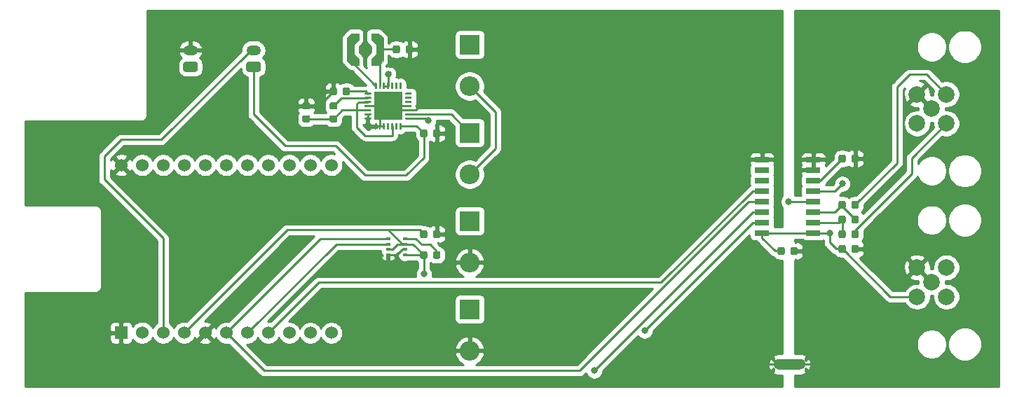
<source format=gtl>
%TF.GenerationSoftware,KiCad,Pcbnew,5.1.6-1.fc32*%
%TF.CreationDate,2020-09-04T20:16:30+02:00*%
%TF.ProjectId,mini-beieli-pcb-cubecell,6d696e69-2d62-4656-9965-6c692d706362,rev?*%
%TF.SameCoordinates,Original*%
%TF.FileFunction,Copper,L1,Top*%
%TF.FilePolarity,Positive*%
%FSLAX46Y46*%
G04 Gerber Fmt 4.6, Leading zero omitted, Abs format (unit mm)*
G04 Created by KiCad (PCBNEW 5.1.6-1.fc32) date 2020-09-04 20:16:30*
%MOMM*%
%LPD*%
G01*
G04 APERTURE LIST*
%TA.AperFunction,EtchedComponent*%
%ADD10C,0.000100*%
%TD*%
%TA.AperFunction,EtchedComponent*%
%ADD11C,0.100000*%
%TD*%
%TA.AperFunction,ComponentPad*%
%ADD12C,1.524000*%
%TD*%
%TA.AperFunction,ComponentPad*%
%ADD13R,1.524000X1.524000*%
%TD*%
%TA.AperFunction,ComponentPad*%
%ADD14C,2.000000*%
%TD*%
%TA.AperFunction,SMDPad,CuDef*%
%ADD15R,0.500000X0.350000*%
%TD*%
%TA.AperFunction,ComponentPad*%
%ADD16R,2.400000X2.400000*%
%TD*%
%TA.AperFunction,ComponentPad*%
%ADD17O,2.400000X2.400000*%
%TD*%
%TA.AperFunction,Conductor*%
%ADD18R,0.870000X1.150000*%
%TD*%
%TA.AperFunction,SMDPad,CuDef*%
%ADD19R,1.800000X0.640000*%
%TD*%
%TA.AperFunction,ComponentPad*%
%ADD20O,1.750000X1.200000*%
%TD*%
%TA.AperFunction,ViaPad*%
%ADD21C,1.300000*%
%TD*%
%TA.AperFunction,SMDPad,CuDef*%
%ADD22R,3.350000X3.350000*%
%TD*%
%TA.AperFunction,ViaPad*%
%ADD23C,0.800000*%
%TD*%
%TA.AperFunction,Conductor*%
%ADD24C,0.250000*%
%TD*%
%TA.AperFunction,Conductor*%
%ADD25C,0.254000*%
%TD*%
G04 APERTURE END LIST*
D10*
%TO.C,L1*%
G36*
X79842000Y-40765000D02*
G01*
X80392000Y-41315000D01*
X81292000Y-41315000D01*
X81292000Y-40540000D01*
X80712000Y-39945000D01*
X80712000Y-38795000D01*
X81292000Y-38200000D01*
X81292000Y-37425000D01*
X80402000Y-37425000D01*
X79842000Y-37975000D01*
X79842000Y-40765000D01*
G37*
X79842000Y-40765000D02*
X80392000Y-41315000D01*
X81292000Y-41315000D01*
X81292000Y-40540000D01*
X80712000Y-39945000D01*
X80712000Y-38795000D01*
X81292000Y-38200000D01*
X81292000Y-37425000D01*
X80402000Y-37425000D01*
X79842000Y-37975000D01*
X79842000Y-40765000D01*
G36*
X84242000Y-40765000D02*
G01*
X83692000Y-41315000D01*
X82792000Y-41315000D01*
X82792000Y-40540000D01*
X83372000Y-39945000D01*
X83372000Y-38795000D01*
X82792000Y-38200000D01*
X82792000Y-37425000D01*
X83682000Y-37425000D01*
X84242000Y-37975000D01*
X84242000Y-40765000D01*
G37*
X84242000Y-40765000D02*
X83692000Y-41315000D01*
X82792000Y-41315000D01*
X82792000Y-40540000D01*
X83372000Y-39945000D01*
X83372000Y-38795000D01*
X82792000Y-38200000D01*
X82792000Y-37425000D01*
X83682000Y-37425000D01*
X84242000Y-37975000D01*
X84242000Y-40765000D01*
D11*
%TO.C,NT1*%
G36*
X134620000Y-78120000D02*
G01*
X132020000Y-78120000D01*
X132020000Y-76820000D01*
X134620000Y-76820000D01*
X134620000Y-78120000D01*
G37*
%TD*%
D12*
%TO.P,HTCC-AB01,12*%
%TO.N,N/C*%
X77978000Y-53360000D03*
%TO.P,HTCC-AB01,13*%
X75438000Y-53360000D03*
%TO.P,HTCC-AB01,14*%
X72898000Y-53360000D03*
%TO.P,HTCC-AB01,15*%
X70358000Y-53360000D03*
%TO.P,HTCC-AB01,16*%
X67818000Y-53360000D03*
%TO.P,HTCC-AB01,17*%
X65278000Y-53360000D03*
%TO.P,HTCC-AB01,18*%
X62738000Y-53360000D03*
%TO.P,HTCC-AB01,19*%
X60198000Y-53360000D03*
%TO.P,HTCC-AB01,20*%
X57658000Y-53360000D03*
%TO.P,HTCC-AB01,21*%
X55118000Y-53360000D03*
%TO.P,HTCC-AB01,22*%
%TO.N,GND*%
X52578000Y-53360000D03*
%TO.P,HTCC-AB01,11*%
%TO.N,N/C*%
X77978000Y-73660000D03*
%TO.P,HTCC-AB01,10*%
X75438000Y-73660000D03*
%TO.P,HTCC-AB01,9*%
X72898000Y-73660000D03*
%TO.P,HTCC-AB01,8*%
%TO.N,/GPIO0*%
X70358000Y-73660000D03*
%TO.P,HTCC-AB01,7*%
%TO.N,/SDA*%
X67818000Y-73660000D03*
%TO.P,HTCC-AB01,6*%
%TO.N,/SCL*%
X65278000Y-73660000D03*
%TO.P,HTCC-AB01,5*%
%TO.N,GND*%
X62738000Y-73660000D03*
%TO.P,HTCC-AB01,4*%
%TO.N,/VEXT*%
X60198000Y-73640000D03*
%TO.P,HTCC-AB01,3*%
%TO.N,/VIN*%
X57658000Y-73640000D03*
%TO.P,HTCC-AB01,2*%
%TO.N,N/C*%
X55118000Y-73640000D03*
D13*
%TO.P,HTCC-AB01,1*%
%TO.N,GND*%
X52578000Y-73640000D03*
%TD*%
D14*
%TO.P,J2,P$5*%
%TO.N,/AGND*%
X150495000Y-67515000D03*
%TO.P,J2,P$4*%
%TO.N,/B_GREEN*%
X152265000Y-65745000D03*
%TO.P,J2,P$3*%
%TO.N,/B_WHITE*%
X152265000Y-69285000D03*
%TO.P,J2,P$2*%
%TO.N,/AGND*%
X148725000Y-65745000D03*
%TO.P,J2,P$1*%
%TO.N,/AB_RED*%
X148725000Y-69285000D03*
%TD*%
D15*
%TO.P,U1,5*%
%TO.N,Net-(R1-Pad2)*%
X86877000Y-62271000D03*
%TO.P,U1,6*%
%TO.N,/VEXT*%
X86877000Y-62921000D03*
%TO.P,U1,7*%
%TO.N,GND*%
X86877000Y-63571000D03*
%TO.P,U1,8*%
%TO.N,/VEXT*%
X86877000Y-64221000D03*
%TO.P,U1,1*%
%TO.N,GND*%
X84827000Y-64221000D03*
%TO.P,U1,2*%
%TO.N,/VEXT*%
X84827000Y-63571000D03*
%TO.P,U1,3*%
%TO.N,/SDA*%
X84827000Y-62921000D03*
%TO.P,U1,4*%
%TO.N,/SCL*%
X84827000Y-62271000D03*
%TD*%
%TO.P,R1,2*%
%TO.N,Net-(R1-Pad2)*%
%TA.AperFunction,SMDPad,CuDef*%
G36*
G01*
X90266000Y-64488250D02*
X90266000Y-63975750D01*
G75*
G02*
X90484750Y-63757000I218750J0D01*
G01*
X90922250Y-63757000D01*
G75*
G02*
X91141000Y-63975750I0J-218750D01*
G01*
X91141000Y-64488250D01*
G75*
G02*
X90922250Y-64707000I-218750J0D01*
G01*
X90484750Y-64707000D01*
G75*
G02*
X90266000Y-64488250I0J218750D01*
G01*
G37*
%TD.AperFunction*%
%TO.P,R1,1*%
%TO.N,/VEXT*%
%TA.AperFunction,SMDPad,CuDef*%
G36*
G01*
X88691000Y-64488250D02*
X88691000Y-63975750D01*
G75*
G02*
X88909750Y-63757000I218750J0D01*
G01*
X89347250Y-63757000D01*
G75*
G02*
X89566000Y-63975750I0J-218750D01*
G01*
X89566000Y-64488250D01*
G75*
G02*
X89347250Y-64707000I-218750J0D01*
G01*
X88909750Y-64707000D01*
G75*
G02*
X88691000Y-64488250I0J218750D01*
G01*
G37*
%TD.AperFunction*%
%TD*%
%TO.P,C1,2*%
%TO.N,GND*%
%TA.AperFunction,SMDPad,CuDef*%
G36*
G01*
X90266000Y-61978250D02*
X90266000Y-61465750D01*
G75*
G02*
X90484750Y-61247000I218750J0D01*
G01*
X90922250Y-61247000D01*
G75*
G02*
X91141000Y-61465750I0J-218750D01*
G01*
X91141000Y-61978250D01*
G75*
G02*
X90922250Y-62197000I-218750J0D01*
G01*
X90484750Y-62197000D01*
G75*
G02*
X90266000Y-61978250I0J218750D01*
G01*
G37*
%TD.AperFunction*%
%TO.P,C1,1*%
%TO.N,/VEXT*%
%TA.AperFunction,SMDPad,CuDef*%
G36*
G01*
X88691000Y-61978250D02*
X88691000Y-61465750D01*
G75*
G02*
X88909750Y-61247000I218750J0D01*
G01*
X89347250Y-61247000D01*
G75*
G02*
X89566000Y-61465750I0J-218750D01*
G01*
X89566000Y-61978250D01*
G75*
G02*
X89347250Y-62197000I-218750J0D01*
G01*
X88909750Y-62197000D01*
G75*
G02*
X88691000Y-61978250I0J218750D01*
G01*
G37*
%TD.AperFunction*%
%TD*%
D16*
%TO.P,C9,1*%
%TO.N,Net-(C6-Pad2)*%
X94680000Y-70806000D03*
D17*
%TO.P,C9,2*%
%TO.N,GND*%
X94680000Y-75806000D03*
%TD*%
D16*
%TO.P,C8,1*%
%TO.N,Net-(C6-Pad2)*%
X94680000Y-60138000D03*
D17*
%TO.P,C8,2*%
%TO.N,GND*%
X94680000Y-65138000D03*
%TD*%
D16*
%TO.P,C7,1*%
%TO.N,/VSUPERCAP*%
X94680000Y-49470000D03*
D17*
%TO.P,C7,2*%
%TO.N,Net-(C6-Pad2)*%
X94680000Y-54470000D03*
%TD*%
D16*
%TO.P,C6,1*%
%TO.N,/VSUPERCAP*%
X94680000Y-38802000D03*
D17*
%TO.P,C6,2*%
%TO.N,Net-(C6-Pad2)*%
X94680000Y-43802000D03*
%TD*%
%TO.P,L2,2*%
%TO.N,/SWBUCK*%
%TA.AperFunction,SMDPad,CuDef*%
G36*
G01*
X78488250Y-46640000D02*
X77975750Y-46640000D01*
G75*
G02*
X77757000Y-46421250I0J218750D01*
G01*
X77757000Y-45983750D01*
G75*
G02*
X77975750Y-45765000I218750J0D01*
G01*
X78488250Y-45765000D01*
G75*
G02*
X78707000Y-45983750I0J-218750D01*
G01*
X78707000Y-46421250D01*
G75*
G02*
X78488250Y-46640000I-218750J0D01*
G01*
G37*
%TD.AperFunction*%
%TO.P,L2,1*%
%TO.N,/BUCK*%
%TA.AperFunction,SMDPad,CuDef*%
G36*
G01*
X78488250Y-48215000D02*
X77975750Y-48215000D01*
G75*
G02*
X77757000Y-47996250I0J218750D01*
G01*
X77757000Y-47558750D01*
G75*
G02*
X77975750Y-47340000I218750J0D01*
G01*
X78488250Y-47340000D01*
G75*
G02*
X78707000Y-47558750I0J-218750D01*
G01*
X78707000Y-47996250D01*
G75*
G02*
X78488250Y-48215000I-218750J0D01*
G01*
G37*
%TD.AperFunction*%
%TD*%
D18*
%TO.N,/SWBOOST*%
%TO.C,L1*%
X80277000Y-39370000D03*
%TO.N,/BUFSRC*%
X83807000Y-39370000D03*
%TD*%
D19*
%TO.P,U2,1*%
%TO.N,/AB_RED*%
X136201000Y-61595000D03*
%TO.P,U2,2*%
%TO.N,Net-(C12-Pad1)*%
X136201000Y-60325000D03*
%TO.P,U2,3*%
%TO.N,Net-(C12-Pad2)*%
X136201000Y-59055000D03*
%TO.P,U2,4*%
%TO.N,/B_WHITE*%
X136201000Y-57785000D03*
%TO.P,U2,5*%
%TO.N,/B_GREEN*%
X136201000Y-56515000D03*
%TO.P,U2,6*%
%TO.N,Net-(C13-Pad1)*%
X136201000Y-55245000D03*
%TO.P,U2,7*%
%TO.N,/AGND*%
X136201000Y-53975000D03*
%TO.P,U2,8*%
X136201000Y-52705000D03*
%TO.P,U2,9*%
%TO.N,GND*%
X129991000Y-52705000D03*
%TO.P,U2,10*%
%TO.N,N/C*%
X129991000Y-53975000D03*
%TO.P,U2,11*%
X129991000Y-55245000D03*
%TO.P,U2,12*%
%TO.N,/GPIO0*%
X129991000Y-56515000D03*
%TO.P,U2,13*%
%TO.N,/SCL*%
X129991000Y-57785000D03*
%TO.P,U2,14*%
%TO.N,/SDA*%
X129991000Y-59055000D03*
%TO.P,U2,15*%
%TO.N,/VEXT*%
X129991000Y-60325000D03*
%TO.P,U2,16*%
%TO.N,/AB_RED*%
X129991000Y-61595000D03*
%TD*%
D20*
%TO.P,SWITCH1,2*%
%TO.N,/VIN*%
X68580000Y-39480000D03*
%TO.P,SWITCH1,1*%
%TO.N,/3.3V*%
%TA.AperFunction,ComponentPad*%
G36*
G01*
X69205001Y-42080000D02*
X67954999Y-42080000D01*
G75*
G02*
X67705000Y-41830001I0J249999D01*
G01*
X67705000Y-41129999D01*
G75*
G02*
X67954999Y-40880000I249999J0D01*
G01*
X69205001Y-40880000D01*
G75*
G02*
X69455000Y-41129999I0J-249999D01*
G01*
X69455000Y-41830001D01*
G75*
G02*
X69205001Y-42080000I-249999J0D01*
G01*
G37*
%TD.AperFunction*%
%TD*%
%TO.P,SOLAR1,2*%
%TO.N,GND*%
X60960000Y-39480000D03*
%TO.P,SOLAR1,1*%
%TO.N,VS*%
%TA.AperFunction,ComponentPad*%
G36*
G01*
X61585001Y-42080000D02*
X60334999Y-42080000D01*
G75*
G02*
X60085000Y-41830001I0J249999D01*
G01*
X60085000Y-41129999D01*
G75*
G02*
X60334999Y-40880000I249999J0D01*
G01*
X61585001Y-40880000D01*
G75*
G02*
X61835000Y-41129999I0J-249999D01*
G01*
X61835000Y-41830001D01*
G75*
G02*
X61585001Y-42080000I-249999J0D01*
G01*
G37*
%TD.AperFunction*%
%TD*%
%TO.P,R3,2*%
%TO.N,/A_GREEN*%
%TA.AperFunction,SMDPad,CuDef*%
G36*
G01*
X140812000Y-58422250D02*
X140812000Y-57909750D01*
G75*
G02*
X141030750Y-57691000I218750J0D01*
G01*
X141468250Y-57691000D01*
G75*
G02*
X141687000Y-57909750I0J-218750D01*
G01*
X141687000Y-58422250D01*
G75*
G02*
X141468250Y-58641000I-218750J0D01*
G01*
X141030750Y-58641000D01*
G75*
G02*
X140812000Y-58422250I0J218750D01*
G01*
G37*
%TD.AperFunction*%
%TO.P,R3,1*%
%TO.N,Net-(C12-Pad2)*%
%TA.AperFunction,SMDPad,CuDef*%
G36*
G01*
X139237000Y-58422250D02*
X139237000Y-57909750D01*
G75*
G02*
X139455750Y-57691000I218750J0D01*
G01*
X139893250Y-57691000D01*
G75*
G02*
X140112000Y-57909750I0J-218750D01*
G01*
X140112000Y-58422250D01*
G75*
G02*
X139893250Y-58641000I-218750J0D01*
G01*
X139455750Y-58641000D01*
G75*
G02*
X139237000Y-58422250I0J218750D01*
G01*
G37*
%TD.AperFunction*%
%TD*%
%TO.P,R2,2*%
%TO.N,/A_WHITE*%
%TA.AperFunction,SMDPad,CuDef*%
G36*
G01*
X140812000Y-61978250D02*
X140812000Y-61465750D01*
G75*
G02*
X141030750Y-61247000I218750J0D01*
G01*
X141468250Y-61247000D01*
G75*
G02*
X141687000Y-61465750I0J-218750D01*
G01*
X141687000Y-61978250D01*
G75*
G02*
X141468250Y-62197000I-218750J0D01*
G01*
X141030750Y-62197000D01*
G75*
G02*
X140812000Y-61978250I0J218750D01*
G01*
G37*
%TD.AperFunction*%
%TO.P,R2,1*%
%TO.N,Net-(C12-Pad1)*%
%TA.AperFunction,SMDPad,CuDef*%
G36*
G01*
X139237000Y-61978250D02*
X139237000Y-61465750D01*
G75*
G02*
X139455750Y-61247000I218750J0D01*
G01*
X139893250Y-61247000D01*
G75*
G02*
X140112000Y-61465750I0J-218750D01*
G01*
X140112000Y-61978250D01*
G75*
G02*
X139893250Y-62197000I-218750J0D01*
G01*
X139455750Y-62197000D01*
G75*
G02*
X139237000Y-61978250I0J218750D01*
G01*
G37*
%TD.AperFunction*%
%TD*%
D21*
%TO.N,GND*%
%TO.C,NT1*%
X132020000Y-77470000D03*
%TO.N,/AGND*%
X134620000Y-77470000D03*
%TD*%
D14*
%TO.P,J1,P$5*%
%TO.N,/AGND*%
X150495000Y-46560000D03*
%TO.P,J1,P$4*%
%TO.N,/A_GREEN*%
X152265000Y-44790000D03*
%TO.P,J1,P$3*%
%TO.N,/A_WHITE*%
X152265000Y-48330000D03*
%TO.P,J1,P$2*%
%TO.N,/AGND*%
X148725000Y-44790000D03*
%TO.P,J1,P$1*%
%TO.N,/AB_RED*%
X148725000Y-48330000D03*
%TD*%
D22*
%TO.P,IC1,29*%
%TO.N,GND*%
X84836000Y-46228000D03*
%TO.P,IC1,28*%
%TO.N,/SWBOOST*%
%TA.AperFunction,SMDPad,CuDef*%
G36*
G01*
X83211000Y-44115500D02*
X83211000Y-43440500D01*
G75*
G02*
X83273500Y-43378000I62500J0D01*
G01*
X83398500Y-43378000D01*
G75*
G02*
X83461000Y-43440500I0J-62500D01*
G01*
X83461000Y-44115500D01*
G75*
G02*
X83398500Y-44178000I-62500J0D01*
G01*
X83273500Y-44178000D01*
G75*
G02*
X83211000Y-44115500I0J62500D01*
G01*
G37*
%TD.AperFunction*%
%TO.P,IC1,27*%
%TO.N,/BUFSRC*%
%TA.AperFunction,SMDPad,CuDef*%
G36*
G01*
X83711000Y-44115500D02*
X83711000Y-43440500D01*
G75*
G02*
X83773500Y-43378000I62500J0D01*
G01*
X83898500Y-43378000D01*
G75*
G02*
X83961000Y-43440500I0J-62500D01*
G01*
X83961000Y-44115500D01*
G75*
G02*
X83898500Y-44178000I-62500J0D01*
G01*
X83773500Y-44178000D01*
G75*
G02*
X83711000Y-44115500I0J62500D01*
G01*
G37*
%TD.AperFunction*%
%TO.P,IC1,26*%
%TO.N,VS*%
%TA.AperFunction,SMDPad,CuDef*%
G36*
G01*
X84211000Y-44115500D02*
X84211000Y-43440500D01*
G75*
G02*
X84273500Y-43378000I62500J0D01*
G01*
X84398500Y-43378000D01*
G75*
G02*
X84461000Y-43440500I0J-62500D01*
G01*
X84461000Y-44115500D01*
G75*
G02*
X84398500Y-44178000I-62500J0D01*
G01*
X84273500Y-44178000D01*
G75*
G02*
X84211000Y-44115500I0J62500D01*
G01*
G37*
%TD.AperFunction*%
%TO.P,IC1,25*%
%TA.AperFunction,SMDPad,CuDef*%
G36*
G01*
X84711000Y-44115500D02*
X84711000Y-43440500D01*
G75*
G02*
X84773500Y-43378000I62500J0D01*
G01*
X84898500Y-43378000D01*
G75*
G02*
X84961000Y-43440500I0J-62500D01*
G01*
X84961000Y-44115500D01*
G75*
G02*
X84898500Y-44178000I-62500J0D01*
G01*
X84773500Y-44178000D01*
G75*
G02*
X84711000Y-44115500I0J62500D01*
G01*
G37*
%TD.AperFunction*%
%TO.P,IC1,24*%
%TO.N,N/C*%
%TA.AperFunction,SMDPad,CuDef*%
G36*
G01*
X85211000Y-44115500D02*
X85211000Y-43440500D01*
G75*
G02*
X85273500Y-43378000I62500J0D01*
G01*
X85398500Y-43378000D01*
G75*
G02*
X85461000Y-43440500I0J-62500D01*
G01*
X85461000Y-44115500D01*
G75*
G02*
X85398500Y-44178000I-62500J0D01*
G01*
X85273500Y-44178000D01*
G75*
G02*
X85211000Y-44115500I0J62500D01*
G01*
G37*
%TD.AperFunction*%
%TO.P,IC1,23*%
%TA.AperFunction,SMDPad,CuDef*%
G36*
G01*
X85711000Y-44115500D02*
X85711000Y-43440500D01*
G75*
G02*
X85773500Y-43378000I62500J0D01*
G01*
X85898500Y-43378000D01*
G75*
G02*
X85961000Y-43440500I0J-62500D01*
G01*
X85961000Y-44115500D01*
G75*
G02*
X85898500Y-44178000I-62500J0D01*
G01*
X85773500Y-44178000D01*
G75*
G02*
X85711000Y-44115500I0J62500D01*
G01*
G37*
%TD.AperFunction*%
%TO.P,IC1,22*%
%TA.AperFunction,SMDPad,CuDef*%
G36*
G01*
X86211000Y-44115500D02*
X86211000Y-43440500D01*
G75*
G02*
X86273500Y-43378000I62500J0D01*
G01*
X86398500Y-43378000D01*
G75*
G02*
X86461000Y-43440500I0J-62500D01*
G01*
X86461000Y-44115500D01*
G75*
G02*
X86398500Y-44178000I-62500J0D01*
G01*
X86273500Y-44178000D01*
G75*
G02*
X86211000Y-44115500I0J62500D01*
G01*
G37*
%TD.AperFunction*%
%TO.P,IC1,21*%
%TA.AperFunction,SMDPad,CuDef*%
G36*
G01*
X86886000Y-44790500D02*
X86886000Y-44665500D01*
G75*
G02*
X86948500Y-44603000I62500J0D01*
G01*
X87623500Y-44603000D01*
G75*
G02*
X87686000Y-44665500I0J-62500D01*
G01*
X87686000Y-44790500D01*
G75*
G02*
X87623500Y-44853000I-62500J0D01*
G01*
X86948500Y-44853000D01*
G75*
G02*
X86886000Y-44790500I0J62500D01*
G01*
G37*
%TD.AperFunction*%
%TO.P,IC1,20*%
%TA.AperFunction,SMDPad,CuDef*%
G36*
G01*
X86886000Y-45290500D02*
X86886000Y-45165500D01*
G75*
G02*
X86948500Y-45103000I62500J0D01*
G01*
X87623500Y-45103000D01*
G75*
G02*
X87686000Y-45165500I0J-62500D01*
G01*
X87686000Y-45290500D01*
G75*
G02*
X87623500Y-45353000I-62500J0D01*
G01*
X86948500Y-45353000D01*
G75*
G02*
X86886000Y-45290500I0J62500D01*
G01*
G37*
%TD.AperFunction*%
%TO.P,IC1,19*%
%TA.AperFunction,SMDPad,CuDef*%
G36*
G01*
X86886000Y-45790500D02*
X86886000Y-45665500D01*
G75*
G02*
X86948500Y-45603000I62500J0D01*
G01*
X87623500Y-45603000D01*
G75*
G02*
X87686000Y-45665500I0J-62500D01*
G01*
X87686000Y-45790500D01*
G75*
G02*
X87623500Y-45853000I-62500J0D01*
G01*
X86948500Y-45853000D01*
G75*
G02*
X86886000Y-45790500I0J62500D01*
G01*
G37*
%TD.AperFunction*%
%TO.P,IC1,18*%
%TO.N,GND*%
%TA.AperFunction,SMDPad,CuDef*%
G36*
G01*
X86886000Y-46290500D02*
X86886000Y-46165500D01*
G75*
G02*
X86948500Y-46103000I62500J0D01*
G01*
X87623500Y-46103000D01*
G75*
G02*
X87686000Y-46165500I0J-62500D01*
G01*
X87686000Y-46290500D01*
G75*
G02*
X87623500Y-46353000I-62500J0D01*
G01*
X86948500Y-46353000D01*
G75*
G02*
X86886000Y-46290500I0J62500D01*
G01*
G37*
%TD.AperFunction*%
%TO.P,IC1,17*%
%TA.AperFunction,SMDPad,CuDef*%
G36*
G01*
X86886000Y-46790500D02*
X86886000Y-46665500D01*
G75*
G02*
X86948500Y-46603000I62500J0D01*
G01*
X87623500Y-46603000D01*
G75*
G02*
X87686000Y-46665500I0J-62500D01*
G01*
X87686000Y-46790500D01*
G75*
G02*
X87623500Y-46853000I-62500J0D01*
G01*
X86948500Y-46853000D01*
G75*
G02*
X86886000Y-46790500I0J62500D01*
G01*
G37*
%TD.AperFunction*%
%TO.P,IC1,16*%
%TO.N,/VSUPERCAP*%
%TA.AperFunction,SMDPad,CuDef*%
G36*
G01*
X86886000Y-47290500D02*
X86886000Y-47165500D01*
G75*
G02*
X86948500Y-47103000I62500J0D01*
G01*
X87623500Y-47103000D01*
G75*
G02*
X87686000Y-47165500I0J-62500D01*
G01*
X87686000Y-47290500D01*
G75*
G02*
X87623500Y-47353000I-62500J0D01*
G01*
X86948500Y-47353000D01*
G75*
G02*
X86886000Y-47290500I0J62500D01*
G01*
G37*
%TD.AperFunction*%
%TO.P,IC1,15*%
%TO.N,Net-(C6-Pad2)*%
%TA.AperFunction,SMDPad,CuDef*%
G36*
G01*
X86886000Y-47790500D02*
X86886000Y-47665500D01*
G75*
G02*
X86948500Y-47603000I62500J0D01*
G01*
X87623500Y-47603000D01*
G75*
G02*
X87686000Y-47665500I0J-62500D01*
G01*
X87686000Y-47790500D01*
G75*
G02*
X87623500Y-47853000I-62500J0D01*
G01*
X86948500Y-47853000D01*
G75*
G02*
X86886000Y-47790500I0J62500D01*
G01*
G37*
%TD.AperFunction*%
%TO.P,IC1,14*%
%TO.N,/3.3V*%
%TA.AperFunction,SMDPad,CuDef*%
G36*
G01*
X86211000Y-49015500D02*
X86211000Y-48340500D01*
G75*
G02*
X86273500Y-48278000I62500J0D01*
G01*
X86398500Y-48278000D01*
G75*
G02*
X86461000Y-48340500I0J-62500D01*
G01*
X86461000Y-49015500D01*
G75*
G02*
X86398500Y-49078000I-62500J0D01*
G01*
X86273500Y-49078000D01*
G75*
G02*
X86211000Y-49015500I0J62500D01*
G01*
G37*
%TD.AperFunction*%
%TO.P,IC1,13*%
%TO.N,N/C*%
%TA.AperFunction,SMDPad,CuDef*%
G36*
G01*
X85711000Y-49015500D02*
X85711000Y-48340500D01*
G75*
G02*
X85773500Y-48278000I62500J0D01*
G01*
X85898500Y-48278000D01*
G75*
G02*
X85961000Y-48340500I0J-62500D01*
G01*
X85961000Y-49015500D01*
G75*
G02*
X85898500Y-49078000I-62500J0D01*
G01*
X85773500Y-49078000D01*
G75*
G02*
X85711000Y-49015500I0J62500D01*
G01*
G37*
%TD.AperFunction*%
%TO.P,IC1,12*%
%TO.N,/BUCK*%
%TA.AperFunction,SMDPad,CuDef*%
G36*
G01*
X85211000Y-49015500D02*
X85211000Y-48340500D01*
G75*
G02*
X85273500Y-48278000I62500J0D01*
G01*
X85398500Y-48278000D01*
G75*
G02*
X85461000Y-48340500I0J-62500D01*
G01*
X85461000Y-49015500D01*
G75*
G02*
X85398500Y-49078000I-62500J0D01*
G01*
X85273500Y-49078000D01*
G75*
G02*
X85211000Y-49015500I0J62500D01*
G01*
G37*
%TD.AperFunction*%
%TO.P,IC1,11*%
%TO.N,N/C*%
%TA.AperFunction,SMDPad,CuDef*%
G36*
G01*
X84711000Y-49015500D02*
X84711000Y-48340500D01*
G75*
G02*
X84773500Y-48278000I62500J0D01*
G01*
X84898500Y-48278000D01*
G75*
G02*
X84961000Y-48340500I0J-62500D01*
G01*
X84961000Y-49015500D01*
G75*
G02*
X84898500Y-49078000I-62500J0D01*
G01*
X84773500Y-49078000D01*
G75*
G02*
X84711000Y-49015500I0J62500D01*
G01*
G37*
%TD.AperFunction*%
%TO.P,IC1,10*%
%TO.N,GND*%
%TA.AperFunction,SMDPad,CuDef*%
G36*
G01*
X84211000Y-49015500D02*
X84211000Y-48340500D01*
G75*
G02*
X84273500Y-48278000I62500J0D01*
G01*
X84398500Y-48278000D01*
G75*
G02*
X84461000Y-48340500I0J-62500D01*
G01*
X84461000Y-49015500D01*
G75*
G02*
X84398500Y-49078000I-62500J0D01*
G01*
X84273500Y-49078000D01*
G75*
G02*
X84211000Y-49015500I0J62500D01*
G01*
G37*
%TD.AperFunction*%
%TO.P,IC1,9*%
%TA.AperFunction,SMDPad,CuDef*%
G36*
G01*
X83711000Y-49015500D02*
X83711000Y-48340500D01*
G75*
G02*
X83773500Y-48278000I62500J0D01*
G01*
X83898500Y-48278000D01*
G75*
G02*
X83961000Y-48340500I0J-62500D01*
G01*
X83961000Y-49015500D01*
G75*
G02*
X83898500Y-49078000I-62500J0D01*
G01*
X83773500Y-49078000D01*
G75*
G02*
X83711000Y-49015500I0J62500D01*
G01*
G37*
%TD.AperFunction*%
%TO.P,IC1,8*%
%TA.AperFunction,SMDPad,CuDef*%
G36*
G01*
X83211000Y-49015500D02*
X83211000Y-48340500D01*
G75*
G02*
X83273500Y-48278000I62500J0D01*
G01*
X83398500Y-48278000D01*
G75*
G02*
X83461000Y-48340500I0J-62500D01*
G01*
X83461000Y-49015500D01*
G75*
G02*
X83398500Y-49078000I-62500J0D01*
G01*
X83273500Y-49078000D01*
G75*
G02*
X83211000Y-49015500I0J62500D01*
G01*
G37*
%TD.AperFunction*%
%TO.P,IC1,7*%
%TA.AperFunction,SMDPad,CuDef*%
G36*
G01*
X81986000Y-47790500D02*
X81986000Y-47665500D01*
G75*
G02*
X82048500Y-47603000I62500J0D01*
G01*
X82723500Y-47603000D01*
G75*
G02*
X82786000Y-47665500I0J-62500D01*
G01*
X82786000Y-47790500D01*
G75*
G02*
X82723500Y-47853000I-62500J0D01*
G01*
X82048500Y-47853000D01*
G75*
G02*
X81986000Y-47790500I0J62500D01*
G01*
G37*
%TD.AperFunction*%
%TO.P,IC1,6*%
%TA.AperFunction,SMDPad,CuDef*%
G36*
G01*
X81986000Y-47290500D02*
X81986000Y-47165500D01*
G75*
G02*
X82048500Y-47103000I62500J0D01*
G01*
X82723500Y-47103000D01*
G75*
G02*
X82786000Y-47165500I0J-62500D01*
G01*
X82786000Y-47290500D01*
G75*
G02*
X82723500Y-47353000I-62500J0D01*
G01*
X82048500Y-47353000D01*
G75*
G02*
X81986000Y-47290500I0J62500D01*
G01*
G37*
%TD.AperFunction*%
%TO.P,IC1,5*%
%TO.N,/BUCK*%
%TA.AperFunction,SMDPad,CuDef*%
G36*
G01*
X81986000Y-46790500D02*
X81986000Y-46665500D01*
G75*
G02*
X82048500Y-46603000I62500J0D01*
G01*
X82723500Y-46603000D01*
G75*
G02*
X82786000Y-46665500I0J-62500D01*
G01*
X82786000Y-46790500D01*
G75*
G02*
X82723500Y-46853000I-62500J0D01*
G01*
X82048500Y-46853000D01*
G75*
G02*
X81986000Y-46790500I0J62500D01*
G01*
G37*
%TD.AperFunction*%
%TO.P,IC1,4*%
%TO.N,GND*%
%TA.AperFunction,SMDPad,CuDef*%
G36*
G01*
X81986000Y-46290500D02*
X81986000Y-46165500D01*
G75*
G02*
X82048500Y-46103000I62500J0D01*
G01*
X82723500Y-46103000D01*
G75*
G02*
X82786000Y-46165500I0J-62500D01*
G01*
X82786000Y-46290500D01*
G75*
G02*
X82723500Y-46353000I-62500J0D01*
G01*
X82048500Y-46353000D01*
G75*
G02*
X81986000Y-46290500I0J62500D01*
G01*
G37*
%TD.AperFunction*%
%TO.P,IC1,3*%
%TO.N,/BUCK*%
%TA.AperFunction,SMDPad,CuDef*%
G36*
G01*
X81986000Y-45790500D02*
X81986000Y-45665500D01*
G75*
G02*
X82048500Y-45603000I62500J0D01*
G01*
X82723500Y-45603000D01*
G75*
G02*
X82786000Y-45665500I0J-62500D01*
G01*
X82786000Y-45790500D01*
G75*
G02*
X82723500Y-45853000I-62500J0D01*
G01*
X82048500Y-45853000D01*
G75*
G02*
X81986000Y-45790500I0J62500D01*
G01*
G37*
%TD.AperFunction*%
%TO.P,IC1,2*%
%TO.N,/SWBUCK*%
%TA.AperFunction,SMDPad,CuDef*%
G36*
G01*
X81986000Y-45290500D02*
X81986000Y-45165500D01*
G75*
G02*
X82048500Y-45103000I62500J0D01*
G01*
X82723500Y-45103000D01*
G75*
G02*
X82786000Y-45165500I0J-62500D01*
G01*
X82786000Y-45290500D01*
G75*
G02*
X82723500Y-45353000I-62500J0D01*
G01*
X82048500Y-45353000D01*
G75*
G02*
X81986000Y-45290500I0J62500D01*
G01*
G37*
%TD.AperFunction*%
%TO.P,IC1,1*%
%TO.N,/BOOST*%
%TA.AperFunction,SMDPad,CuDef*%
G36*
G01*
X81986000Y-44790500D02*
X81986000Y-44665500D01*
G75*
G02*
X82048500Y-44603000I62500J0D01*
G01*
X82723500Y-44603000D01*
G75*
G02*
X82786000Y-44665500I0J-62500D01*
G01*
X82786000Y-44790500D01*
G75*
G02*
X82723500Y-44853000I-62500J0D01*
G01*
X82048500Y-44853000D01*
G75*
G02*
X81986000Y-44790500I0J62500D01*
G01*
G37*
%TD.AperFunction*%
%TD*%
%TO.P,C13,2*%
%TO.N,/AGND*%
%TA.AperFunction,SMDPad,CuDef*%
G36*
G01*
X140812000Y-52834250D02*
X140812000Y-52321750D01*
G75*
G02*
X141030750Y-52103000I218750J0D01*
G01*
X141468250Y-52103000D01*
G75*
G02*
X141687000Y-52321750I0J-218750D01*
G01*
X141687000Y-52834250D01*
G75*
G02*
X141468250Y-53053000I-218750J0D01*
G01*
X141030750Y-53053000D01*
G75*
G02*
X140812000Y-52834250I0J218750D01*
G01*
G37*
%TD.AperFunction*%
%TO.P,C13,1*%
%TO.N,Net-(C13-Pad1)*%
%TA.AperFunction,SMDPad,CuDef*%
G36*
G01*
X139237000Y-52834250D02*
X139237000Y-52321750D01*
G75*
G02*
X139455750Y-52103000I218750J0D01*
G01*
X139893250Y-52103000D01*
G75*
G02*
X140112000Y-52321750I0J-218750D01*
G01*
X140112000Y-52834250D01*
G75*
G02*
X139893250Y-53053000I-218750J0D01*
G01*
X139455750Y-53053000D01*
G75*
G02*
X139237000Y-52834250I0J218750D01*
G01*
G37*
%TD.AperFunction*%
%TD*%
%TO.P,C12,2*%
%TO.N,Net-(C12-Pad2)*%
%TA.AperFunction,SMDPad,CuDef*%
G36*
G01*
X140812000Y-60200250D02*
X140812000Y-59687750D01*
G75*
G02*
X141030750Y-59469000I218750J0D01*
G01*
X141468250Y-59469000D01*
G75*
G02*
X141687000Y-59687750I0J-218750D01*
G01*
X141687000Y-60200250D01*
G75*
G02*
X141468250Y-60419000I-218750J0D01*
G01*
X141030750Y-60419000D01*
G75*
G02*
X140812000Y-60200250I0J218750D01*
G01*
G37*
%TD.AperFunction*%
%TO.P,C12,1*%
%TO.N,Net-(C12-Pad1)*%
%TA.AperFunction,SMDPad,CuDef*%
G36*
G01*
X139237000Y-60200250D02*
X139237000Y-59687750D01*
G75*
G02*
X139455750Y-59469000I218750J0D01*
G01*
X139893250Y-59469000D01*
G75*
G02*
X140112000Y-59687750I0J-218750D01*
G01*
X140112000Y-60200250D01*
G75*
G02*
X139893250Y-60419000I-218750J0D01*
G01*
X139455750Y-60419000D01*
G75*
G02*
X139237000Y-60200250I0J218750D01*
G01*
G37*
%TD.AperFunction*%
%TD*%
%TO.P,C11,2*%
%TO.N,/AGND*%
%TA.AperFunction,SMDPad,CuDef*%
G36*
G01*
X133446000Y-64010250D02*
X133446000Y-63497750D01*
G75*
G02*
X133664750Y-63279000I218750J0D01*
G01*
X134102250Y-63279000D01*
G75*
G02*
X134321000Y-63497750I0J-218750D01*
G01*
X134321000Y-64010250D01*
G75*
G02*
X134102250Y-64229000I-218750J0D01*
G01*
X133664750Y-64229000D01*
G75*
G02*
X133446000Y-64010250I0J218750D01*
G01*
G37*
%TD.AperFunction*%
%TO.P,C11,1*%
%TO.N,/AB_RED*%
%TA.AperFunction,SMDPad,CuDef*%
G36*
G01*
X131871000Y-64010250D02*
X131871000Y-63497750D01*
G75*
G02*
X132089750Y-63279000I218750J0D01*
G01*
X132527250Y-63279000D01*
G75*
G02*
X132746000Y-63497750I0J-218750D01*
G01*
X132746000Y-64010250D01*
G75*
G02*
X132527250Y-64229000I-218750J0D01*
G01*
X132089750Y-64229000D01*
G75*
G02*
X131871000Y-64010250I0J218750D01*
G01*
G37*
%TD.AperFunction*%
%TD*%
%TO.P,C10,2*%
%TO.N,/AGND*%
%TA.AperFunction,SMDPad,CuDef*%
G36*
G01*
X140812000Y-63756250D02*
X140812000Y-63243750D01*
G75*
G02*
X141030750Y-63025000I218750J0D01*
G01*
X141468250Y-63025000D01*
G75*
G02*
X141687000Y-63243750I0J-218750D01*
G01*
X141687000Y-63756250D01*
G75*
G02*
X141468250Y-63975000I-218750J0D01*
G01*
X141030750Y-63975000D01*
G75*
G02*
X140812000Y-63756250I0J218750D01*
G01*
G37*
%TD.AperFunction*%
%TO.P,C10,1*%
%TO.N,/AB_RED*%
%TA.AperFunction,SMDPad,CuDef*%
G36*
G01*
X139237000Y-63756250D02*
X139237000Y-63243750D01*
G75*
G02*
X139455750Y-63025000I218750J0D01*
G01*
X139893250Y-63025000D01*
G75*
G02*
X140112000Y-63243750I0J-218750D01*
G01*
X140112000Y-63756250D01*
G75*
G02*
X139893250Y-63975000I-218750J0D01*
G01*
X139455750Y-63975000D01*
G75*
G02*
X139237000Y-63756250I0J218750D01*
G01*
G37*
%TD.AperFunction*%
%TD*%
%TO.P,C5,2*%
%TO.N,GND*%
%TA.AperFunction,SMDPad,CuDef*%
G36*
G01*
X90266000Y-49786250D02*
X90266000Y-49273750D01*
G75*
G02*
X90484750Y-49055000I218750J0D01*
G01*
X90922250Y-49055000D01*
G75*
G02*
X91141000Y-49273750I0J-218750D01*
G01*
X91141000Y-49786250D01*
G75*
G02*
X90922250Y-50005000I-218750J0D01*
G01*
X90484750Y-50005000D01*
G75*
G02*
X90266000Y-49786250I0J218750D01*
G01*
G37*
%TD.AperFunction*%
%TO.P,C5,1*%
%TO.N,/3.3V*%
%TA.AperFunction,SMDPad,CuDef*%
G36*
G01*
X88691000Y-49786250D02*
X88691000Y-49273750D01*
G75*
G02*
X88909750Y-49055000I218750J0D01*
G01*
X89347250Y-49055000D01*
G75*
G02*
X89566000Y-49273750I0J-218750D01*
G01*
X89566000Y-49786250D01*
G75*
G02*
X89347250Y-50005000I-218750J0D01*
G01*
X88909750Y-50005000D01*
G75*
G02*
X88691000Y-49786250I0J218750D01*
G01*
G37*
%TD.AperFunction*%
%TD*%
%TO.P,C4,2*%
%TO.N,GND*%
%TA.AperFunction,SMDPad,CuDef*%
G36*
G01*
X75186250Y-46640000D02*
X74673750Y-46640000D01*
G75*
G02*
X74455000Y-46421250I0J218750D01*
G01*
X74455000Y-45983750D01*
G75*
G02*
X74673750Y-45765000I218750J0D01*
G01*
X75186250Y-45765000D01*
G75*
G02*
X75405000Y-45983750I0J-218750D01*
G01*
X75405000Y-46421250D01*
G75*
G02*
X75186250Y-46640000I-218750J0D01*
G01*
G37*
%TD.AperFunction*%
%TO.P,C4,1*%
%TO.N,/BUCK*%
%TA.AperFunction,SMDPad,CuDef*%
G36*
G01*
X75186250Y-48215000D02*
X74673750Y-48215000D01*
G75*
G02*
X74455000Y-47996250I0J218750D01*
G01*
X74455000Y-47558750D01*
G75*
G02*
X74673750Y-47340000I218750J0D01*
G01*
X75186250Y-47340000D01*
G75*
G02*
X75405000Y-47558750I0J-218750D01*
G01*
X75405000Y-47996250D01*
G75*
G02*
X75186250Y-48215000I-218750J0D01*
G01*
G37*
%TD.AperFunction*%
%TD*%
%TO.P,C3,2*%
%TO.N,GND*%
%TA.AperFunction,SMDPad,CuDef*%
G36*
G01*
X78644000Y-44193750D02*
X78644000Y-44706250D01*
G75*
G02*
X78425250Y-44925000I-218750J0D01*
G01*
X77987750Y-44925000D01*
G75*
G02*
X77769000Y-44706250I0J218750D01*
G01*
X77769000Y-44193750D01*
G75*
G02*
X77987750Y-43975000I218750J0D01*
G01*
X78425250Y-43975000D01*
G75*
G02*
X78644000Y-44193750I0J-218750D01*
G01*
G37*
%TD.AperFunction*%
%TO.P,C3,1*%
%TO.N,/BOOST*%
%TA.AperFunction,SMDPad,CuDef*%
G36*
G01*
X80219000Y-44193750D02*
X80219000Y-44706250D01*
G75*
G02*
X80000250Y-44925000I-218750J0D01*
G01*
X79562750Y-44925000D01*
G75*
G02*
X79344000Y-44706250I0J218750D01*
G01*
X79344000Y-44193750D01*
G75*
G02*
X79562750Y-43975000I218750J0D01*
G01*
X80000250Y-43975000D01*
G75*
G02*
X80219000Y-44193750I0J-218750D01*
G01*
G37*
%TD.AperFunction*%
%TD*%
%TO.P,C2,2*%
%TO.N,GND*%
%TA.AperFunction,SMDPad,CuDef*%
G36*
G01*
X86964000Y-39626250D02*
X86964000Y-39113750D01*
G75*
G02*
X87182750Y-38895000I218750J0D01*
G01*
X87620250Y-38895000D01*
G75*
G02*
X87839000Y-39113750I0J-218750D01*
G01*
X87839000Y-39626250D01*
G75*
G02*
X87620250Y-39845000I-218750J0D01*
G01*
X87182750Y-39845000D01*
G75*
G02*
X86964000Y-39626250I0J218750D01*
G01*
G37*
%TD.AperFunction*%
%TO.P,C2,1*%
%TO.N,/BUFSRC*%
%TA.AperFunction,SMDPad,CuDef*%
G36*
G01*
X85389000Y-39626250D02*
X85389000Y-39113750D01*
G75*
G02*
X85607750Y-38895000I218750J0D01*
G01*
X86045250Y-38895000D01*
G75*
G02*
X86264000Y-39113750I0J-218750D01*
G01*
X86264000Y-39626250D01*
G75*
G02*
X86045250Y-39845000I-218750J0D01*
G01*
X85607750Y-39845000D01*
G75*
G02*
X85389000Y-39626250I0J218750D01*
G01*
G37*
%TD.AperFunction*%
%TD*%
D23*
%TO.N,GND*%
X85852000Y-65532000D03*
%TO.N,VS*%
X84836000Y-42418000D03*
%TO.N,/B_GREEN*%
X139700000Y-55626000D03*
%TO.N,/B_WHITE*%
X133223000Y-57785000D03*
X133223000Y-57785000D03*
%TO.N,/SDA*%
X109728000Y-78232000D03*
%TO.N,/VEXT*%
X115824000Y-73406000D03*
X89154000Y-66548000D03*
%TO.N,/AB_RED*%
X138176000Y-61607750D03*
%TO.N,Net-(C6-Pad2)*%
X89662000Y-48006000D03*
%TD*%
D24*
%TO.N,GND*%
X82386000Y-47228000D02*
X82386000Y-47728000D01*
X83336000Y-48678000D02*
X83836000Y-48678000D01*
X83836000Y-48678000D02*
X84336000Y-48678000D01*
X132020000Y-77470000D02*
X129540000Y-77470000D01*
X85880588Y-64221000D02*
X86530588Y-63571000D01*
X86530588Y-63571000D02*
X86877000Y-63571000D01*
X84827000Y-64221000D02*
X85880588Y-64221000D01*
X82386000Y-46228000D02*
X84836000Y-46228000D01*
X87286000Y-46228000D02*
X84836000Y-46228000D01*
X83836000Y-47228000D02*
X84836000Y-46228000D01*
X83836000Y-48678000D02*
X83836000Y-47228000D01*
X85336000Y-46728000D02*
X84836000Y-46228000D01*
X87286000Y-46728000D02*
X85336000Y-46728000D01*
X76454000Y-46202500D02*
X78206500Y-44450000D01*
X74930000Y-46202500D02*
X76454000Y-46202500D01*
X87286000Y-46728000D02*
X88146000Y-46728000D01*
X88146000Y-46728000D02*
X89154000Y-45720000D01*
%TO.N,/BUFSRC*%
X83807000Y-43749000D02*
X83836000Y-43778000D01*
X83807000Y-39370000D02*
X83807000Y-43749000D01*
X85572500Y-39116000D02*
X85826500Y-39370000D01*
X83807000Y-39370000D02*
X85572500Y-39370000D01*
%TO.N,/BOOST*%
X82108000Y-44450000D02*
X82386000Y-44728000D01*
X79781500Y-44450000D02*
X82108000Y-44450000D01*
%TO.N,/BUCK*%
X78232000Y-47777500D02*
X79281500Y-46728000D01*
X81034000Y-46728000D02*
X81026000Y-46720000D01*
X79281500Y-46728000D02*
X81034000Y-46728000D01*
X81034000Y-46728000D02*
X82386000Y-46728000D01*
X81272000Y-45728000D02*
X82386000Y-45728000D01*
X81026000Y-45974000D02*
X81272000Y-45728000D01*
X81026000Y-46720000D02*
X81026000Y-45974000D01*
X81034000Y-46728000D02*
X81034000Y-48776000D01*
X82050000Y-49792000D02*
X85336000Y-49792000D01*
X81034000Y-48776000D02*
X82050000Y-49792000D01*
X85336000Y-48678000D02*
X85336000Y-49792000D01*
X74930000Y-47777500D02*
X78232000Y-47777500D01*
%TO.N,/3.3V*%
X88964500Y-49694000D02*
X89128500Y-49530000D01*
X88276500Y-48678000D02*
X89128500Y-49530000D01*
X86336000Y-48678000D02*
X88276500Y-48678000D01*
X89128500Y-49530000D02*
X89128500Y-49555500D01*
X89128500Y-52476247D02*
X89128500Y-49530000D01*
X82042000Y-54610000D02*
X86994747Y-54610000D01*
X78486000Y-51054000D02*
X82042000Y-54610000D01*
X86994747Y-54610000D02*
X89128500Y-52476247D01*
X78486000Y-51054000D02*
X72390000Y-51054000D01*
X68580000Y-47244000D02*
X68580000Y-41480000D01*
X72390000Y-51054000D02*
X68580000Y-47244000D01*
%TO.N,/VSUPERCAP*%
X92438000Y-47228000D02*
X94680000Y-49470000D01*
X87286000Y-47228000D02*
X92438000Y-47228000D01*
%TO.N,/AGND*%
X134620000Y-77470000D02*
X137668000Y-77470000D01*
%TO.N,VS*%
X84336000Y-43778000D02*
X84836000Y-43778000D01*
X85090000Y-42164000D02*
X85090000Y-42164000D01*
X84836000Y-42418000D02*
X85090000Y-42164000D01*
X84836000Y-43778000D02*
X84836000Y-42418000D01*
%TO.N,/A_GREEN*%
X141249500Y-58166000D02*
X146304000Y-53111500D01*
X146304000Y-53111500D02*
X146304000Y-43942000D01*
X146304000Y-43942000D02*
X147828000Y-42418000D01*
X149893000Y-42418000D02*
X152265000Y-44790000D01*
X147828000Y-42418000D02*
X149893000Y-42418000D01*
%TO.N,/A_WHITE*%
X141249500Y-61247000D02*
X148082000Y-54414500D01*
X141249500Y-61722000D02*
X141249500Y-61247000D01*
X148082000Y-52513000D02*
X152265000Y-48330000D01*
X148082000Y-54414500D02*
X148082000Y-52513000D01*
%TO.N,/B_GREEN*%
X138811000Y-56515000D02*
X136201000Y-56515000D01*
X139700000Y-55626000D02*
X138811000Y-56515000D01*
%TO.N,/B_WHITE*%
X152265000Y-69731000D02*
X152265000Y-69285000D01*
X136201000Y-57785000D02*
X133223000Y-57785000D01*
X133223000Y-57785000D02*
X133223000Y-57785000D01*
X133223000Y-57785000D02*
X133223000Y-57785000D01*
%TO.N,/SDA*%
X128905000Y-59055000D02*
X129991000Y-59055000D01*
X109728000Y-78232000D02*
X128905000Y-59055000D01*
X78557000Y-62921000D02*
X84827000Y-62921000D01*
X67818000Y-73660000D02*
X78557000Y-62921000D01*
%TO.N,/SCL*%
X128397000Y-57785000D02*
X129991000Y-57785000D01*
X107950000Y-78232000D02*
X128397000Y-57785000D01*
X69850000Y-78232000D02*
X65278000Y-73660000D01*
X107950000Y-78232000D02*
X69850000Y-78232000D01*
X76667000Y-62271000D02*
X84827000Y-62271000D01*
X65278000Y-73660000D02*
X76667000Y-62271000D01*
%TO.N,/SWBOOST*%
X80277000Y-40719000D02*
X83336000Y-43778000D01*
X80277000Y-39370000D02*
X80277000Y-40719000D01*
%TO.N,/SWBUCK*%
X82336010Y-45277990D02*
X82386000Y-45228000D01*
X79156510Y-45277990D02*
X82336010Y-45277990D01*
X78232000Y-46202500D02*
X79156510Y-45277990D01*
%TO.N,/VEXT*%
X85977000Y-62921000D02*
X86877000Y-62921000D01*
X85327000Y-63571000D02*
X85977000Y-62921000D01*
X84827000Y-63571000D02*
X85327000Y-63571000D01*
X89117500Y-64221000D02*
X89128500Y-64232000D01*
X86877000Y-64221000D02*
X89117500Y-64221000D01*
X88620500Y-61214000D02*
X89128500Y-61722000D01*
X84809998Y-61214000D02*
X88620500Y-61214000D01*
X89154000Y-64257500D02*
X89128500Y-64232000D01*
X89154000Y-66548000D02*
X89154000Y-64257500D01*
X128905000Y-60325000D02*
X129991000Y-60325000D01*
X115824000Y-73406000D02*
X128905000Y-60325000D01*
X87817500Y-62921000D02*
X89128500Y-64232000D01*
X86877000Y-62921000D02*
X87817500Y-62921000D01*
X86516998Y-62921000D02*
X86877000Y-62921000D01*
X84809998Y-61214000D02*
X86516998Y-62921000D01*
X72624000Y-61214000D02*
X84809998Y-61214000D01*
X60198000Y-73640000D02*
X72624000Y-61214000D01*
%TO.N,/GPIO0*%
X70358000Y-73660000D02*
X76454000Y-67564000D01*
X128841000Y-56515000D02*
X129991000Y-56515000D01*
X117792000Y-67564000D02*
X128841000Y-56515000D01*
X76454000Y-67564000D02*
X117792000Y-67564000D01*
%TO.N,/VIN*%
X50546000Y-52324000D02*
X52578000Y-50292000D01*
X68216000Y-39480000D02*
X68580000Y-39480000D01*
X57404000Y-50292000D02*
X68216000Y-39480000D01*
X52578000Y-50292000D02*
X57404000Y-50292000D01*
X50546000Y-52324000D02*
X50546000Y-55118000D01*
X57658000Y-62230000D02*
X57658000Y-73640000D01*
X50546000Y-55118000D02*
X57658000Y-62230000D01*
%TO.N,/AB_RED*%
X137769500Y-61595000D02*
X137782250Y-61607750D01*
X136201000Y-61595000D02*
X137769500Y-61595000D01*
X129991000Y-61595000D02*
X129991000Y-61690500D01*
X129991000Y-61595000D02*
X129991000Y-62173000D01*
X131572000Y-63754000D02*
X132308500Y-63754000D01*
X129991000Y-62173000D02*
X131572000Y-63754000D01*
X129991000Y-61595000D02*
X136201000Y-61595000D01*
X139674500Y-63500000D02*
X139674500Y-63728500D01*
X145459500Y-69285000D02*
X148725000Y-69285000D01*
X139674500Y-63500000D02*
X145459500Y-69285000D01*
X138176000Y-61607750D02*
X138176000Y-62738000D01*
X138938000Y-63500000D02*
X139674500Y-63500000D01*
X138176000Y-62738000D02*
X138938000Y-63500000D01*
%TO.N,Net-(R1-Pad2)*%
X86877000Y-62271000D02*
X88179000Y-62271000D01*
X90703500Y-64232000D02*
X90703500Y-63779500D01*
X90703500Y-63779500D02*
X89916000Y-62992000D01*
X88900000Y-62992000D02*
X88179000Y-62271000D01*
X89916000Y-62992000D02*
X88900000Y-62992000D01*
%TO.N,Net-(C6-Pad2)*%
X94680000Y-43802000D02*
X97790000Y-46912000D01*
X97790000Y-51360000D02*
X94680000Y-54470000D01*
X97790000Y-46912000D02*
X97790000Y-51360000D01*
X87286000Y-47728000D02*
X89384000Y-47728000D01*
X89384000Y-47728000D02*
X89662000Y-48006000D01*
X89662000Y-48006000D02*
X89662000Y-48006000D01*
%TO.N,Net-(C12-Pad2)*%
X139674500Y-58369000D02*
X141249500Y-59944000D01*
X139674500Y-58166000D02*
X139674500Y-58369000D01*
X138785500Y-59055000D02*
X139674500Y-58166000D01*
X136201000Y-59055000D02*
X138785500Y-59055000D01*
%TO.N,Net-(C12-Pad1)*%
X139293500Y-60325000D02*
X139674500Y-59944000D01*
X136201000Y-60325000D02*
X139293500Y-60325000D01*
X139674500Y-59944000D02*
X139674500Y-61722000D01*
%TO.N,Net-(C13-Pad1)*%
X137007500Y-55245000D02*
X139674500Y-52578000D01*
X136201000Y-55245000D02*
X137007500Y-55245000D01*
%TD*%
D25*
%TO.N,/AGND*%
G36*
X158623000Y-80137000D02*
G01*
X133985000Y-80137000D01*
X133985000Y-78755000D01*
X134594974Y-78755000D01*
X134696455Y-78758952D01*
X134946449Y-78719270D01*
X135183896Y-78631578D01*
X135272534Y-78584201D01*
X135325922Y-78355527D01*
X135236619Y-78266224D01*
X135241124Y-78252024D01*
X135241373Y-78249808D01*
X135242030Y-78247684D01*
X135248276Y-78188257D01*
X135254938Y-78128866D01*
X135254968Y-78124596D01*
X135254985Y-78124433D01*
X135254970Y-78124270D01*
X135255000Y-78120000D01*
X135255000Y-77925395D01*
X135505527Y-78175922D01*
X135734201Y-78122534D01*
X135840095Y-77892626D01*
X135899102Y-77646476D01*
X135908952Y-77393545D01*
X135869270Y-77143551D01*
X135781578Y-76906104D01*
X135734201Y-76817466D01*
X135505527Y-76764078D01*
X135255000Y-77014605D01*
X135255000Y-76820000D01*
X135249166Y-76760495D01*
X135243752Y-76701013D01*
X135243125Y-76698882D01*
X135242907Y-76696661D01*
X135236142Y-76674253D01*
X135325922Y-76584473D01*
X135272534Y-76355799D01*
X135042626Y-76249905D01*
X134796476Y-76190898D01*
X134543545Y-76181048D01*
X134518648Y-76185000D01*
X133985000Y-76185000D01*
X133985000Y-74834268D01*
X148660000Y-74834268D01*
X148660000Y-75195732D01*
X148730518Y-75550250D01*
X148868844Y-75884199D01*
X149069662Y-76184744D01*
X149325256Y-76440338D01*
X149625801Y-76641156D01*
X149959750Y-76779482D01*
X150314268Y-76850000D01*
X150675732Y-76850000D01*
X151030250Y-76779482D01*
X151364199Y-76641156D01*
X151664744Y-76440338D01*
X151920338Y-76184744D01*
X152121156Y-75884199D01*
X152259482Y-75550250D01*
X152330000Y-75195732D01*
X152330000Y-74834268D01*
X152325593Y-74812108D01*
X152435000Y-74812108D01*
X152435000Y-75217892D01*
X152514165Y-75615880D01*
X152669452Y-75990776D01*
X152894894Y-76328173D01*
X153181827Y-76615106D01*
X153519224Y-76840548D01*
X153894120Y-76995835D01*
X154292108Y-77075000D01*
X154697892Y-77075000D01*
X155095880Y-76995835D01*
X155470776Y-76840548D01*
X155808173Y-76615106D01*
X156095106Y-76328173D01*
X156320548Y-75990776D01*
X156475835Y-75615880D01*
X156555000Y-75217892D01*
X156555000Y-74812108D01*
X156475835Y-74414120D01*
X156320548Y-74039224D01*
X156095106Y-73701827D01*
X155808173Y-73414894D01*
X155470776Y-73189452D01*
X155095880Y-73034165D01*
X154697892Y-72955000D01*
X154292108Y-72955000D01*
X153894120Y-73034165D01*
X153519224Y-73189452D01*
X153181827Y-73414894D01*
X152894894Y-73701827D01*
X152669452Y-74039224D01*
X152514165Y-74414120D01*
X152435000Y-74812108D01*
X152325593Y-74812108D01*
X152259482Y-74479750D01*
X152121156Y-74145801D01*
X151920338Y-73845256D01*
X151664744Y-73589662D01*
X151364199Y-73388844D01*
X151030250Y-73250518D01*
X150675732Y-73180000D01*
X150314268Y-73180000D01*
X149959750Y-73250518D01*
X149625801Y-73388844D01*
X149325256Y-73589662D01*
X149069662Y-73845256D01*
X148868844Y-74145801D01*
X148730518Y-74479750D01*
X148660000Y-74834268D01*
X133985000Y-74834268D01*
X133985000Y-64864000D01*
X134010502Y-64864000D01*
X134010502Y-64705252D01*
X134169250Y-64864000D01*
X134321000Y-64867072D01*
X134445482Y-64854812D01*
X134565180Y-64818502D01*
X134675494Y-64759537D01*
X134772185Y-64680185D01*
X134851537Y-64583494D01*
X134910502Y-64473180D01*
X134946812Y-64353482D01*
X134959072Y-64229000D01*
X134956000Y-64039750D01*
X134797250Y-63881000D01*
X134010500Y-63881000D01*
X134010500Y-63901000D01*
X133985000Y-63901000D01*
X133985000Y-63607000D01*
X134010500Y-63607000D01*
X134010500Y-63627000D01*
X134797250Y-63627000D01*
X134956000Y-63468250D01*
X134959072Y-63279000D01*
X134946812Y-63154518D01*
X134910502Y-63034820D01*
X134851537Y-62924506D01*
X134772185Y-62827815D01*
X134675494Y-62748463D01*
X134565180Y-62689498D01*
X134445482Y-62653188D01*
X134321000Y-62640928D01*
X134169250Y-62644000D01*
X134010502Y-62802748D01*
X134010502Y-62644000D01*
X133985000Y-62644000D01*
X133985000Y-62355000D01*
X134840636Y-62355000D01*
X134849815Y-62366185D01*
X134946506Y-62445537D01*
X135056820Y-62504502D01*
X135176518Y-62540812D01*
X135301000Y-62553072D01*
X137101000Y-62553072D01*
X137225482Y-62540812D01*
X137345180Y-62504502D01*
X137416001Y-62466647D01*
X137416001Y-62700668D01*
X137412324Y-62738000D01*
X137426998Y-62886985D01*
X137470454Y-63030246D01*
X137541026Y-63162276D01*
X137607891Y-63243750D01*
X137636000Y-63278001D01*
X137664998Y-63301799D01*
X138374201Y-64011002D01*
X138397999Y-64040001D01*
X138513724Y-64134974D01*
X138645753Y-64205546D01*
X138746465Y-64236096D01*
X138849885Y-64362115D01*
X138979725Y-64468671D01*
X139127858Y-64547850D01*
X139288592Y-64596608D01*
X139455750Y-64613072D01*
X139712771Y-64613072D01*
X144895705Y-69796008D01*
X144919499Y-69825001D01*
X144948492Y-69848795D01*
X144948496Y-69848799D01*
X144986497Y-69879985D01*
X145035224Y-69919974D01*
X145167253Y-69990546D01*
X145310514Y-70034003D01*
X145422167Y-70045000D01*
X145422176Y-70045000D01*
X145459499Y-70048676D01*
X145496822Y-70045000D01*
X147270091Y-70045000D01*
X147276082Y-70059463D01*
X147455013Y-70327252D01*
X147682748Y-70554987D01*
X147950537Y-70733918D01*
X148248088Y-70857168D01*
X148563967Y-70920000D01*
X148886033Y-70920000D01*
X149201912Y-70857168D01*
X149499463Y-70733918D01*
X149767252Y-70554987D01*
X149994987Y-70327252D01*
X150173918Y-70059463D01*
X150297168Y-69761912D01*
X150360000Y-69446033D01*
X150360000Y-69144835D01*
X150557595Y-69156718D01*
X150630000Y-69146789D01*
X150630000Y-69446033D01*
X150692832Y-69761912D01*
X150816082Y-70059463D01*
X150995013Y-70327252D01*
X151222748Y-70554987D01*
X151490537Y-70733918D01*
X151788088Y-70857168D01*
X152103967Y-70920000D01*
X152426033Y-70920000D01*
X152741912Y-70857168D01*
X153039463Y-70733918D01*
X153307252Y-70554987D01*
X153534987Y-70327252D01*
X153713918Y-70059463D01*
X153837168Y-69761912D01*
X153900000Y-69446033D01*
X153900000Y-69123967D01*
X153837168Y-68808088D01*
X153713918Y-68510537D01*
X153534987Y-68242748D01*
X153307252Y-68015013D01*
X153039463Y-67836082D01*
X152741912Y-67712832D01*
X152426033Y-67650000D01*
X152124835Y-67650000D01*
X152136718Y-67452405D01*
X152126789Y-67380000D01*
X152426033Y-67380000D01*
X152741912Y-67317168D01*
X153039463Y-67193918D01*
X153307252Y-67014987D01*
X153534987Y-66787252D01*
X153713918Y-66519463D01*
X153837168Y-66221912D01*
X153900000Y-65906033D01*
X153900000Y-65583967D01*
X153837168Y-65268088D01*
X153713918Y-64970537D01*
X153534987Y-64702748D01*
X153307252Y-64475013D01*
X153039463Y-64296082D01*
X152741912Y-64172832D01*
X152426033Y-64110000D01*
X152103967Y-64110000D01*
X151788088Y-64172832D01*
X151490537Y-64296082D01*
X151222748Y-64475013D01*
X150995013Y-64702748D01*
X150816082Y-64970537D01*
X150692832Y-65268088D01*
X150630000Y-65583967D01*
X150630000Y-65885165D01*
X150432405Y-65873282D01*
X150354597Y-65883952D01*
X150366718Y-65682405D01*
X150322961Y-65363325D01*
X150217795Y-65058912D01*
X150124814Y-64884956D01*
X149860413Y-64789192D01*
X148904605Y-65745000D01*
X150495000Y-67335395D01*
X150509143Y-67321253D01*
X150688748Y-67500858D01*
X150674605Y-67515000D01*
X150688748Y-67529143D01*
X150509143Y-67708748D01*
X150495000Y-67694605D01*
X150480858Y-67708748D01*
X150301253Y-67529143D01*
X150315395Y-67515000D01*
X148725000Y-65924605D01*
X147769192Y-66880413D01*
X147864956Y-67144814D01*
X148154571Y-67285704D01*
X148466108Y-67367384D01*
X148787595Y-67386718D01*
X148865403Y-67376048D01*
X148853282Y-67577595D01*
X148863211Y-67650000D01*
X148563967Y-67650000D01*
X148248088Y-67712832D01*
X147950537Y-67836082D01*
X147682748Y-68015013D01*
X147455013Y-68242748D01*
X147276082Y-68510537D01*
X147270091Y-68525000D01*
X145774303Y-68525000D01*
X143056897Y-65807595D01*
X147083282Y-65807595D01*
X147127039Y-66126675D01*
X147232205Y-66431088D01*
X147325186Y-66605044D01*
X147589587Y-66700808D01*
X148545395Y-65745000D01*
X147589587Y-64789192D01*
X147325186Y-64884956D01*
X147184296Y-65174571D01*
X147102616Y-65486108D01*
X147083282Y-65807595D01*
X143056897Y-65807595D01*
X141858889Y-64609587D01*
X147769192Y-64609587D01*
X148725000Y-65565395D01*
X149680808Y-64609587D01*
X149585044Y-64345186D01*
X149295429Y-64204296D01*
X148983892Y-64122616D01*
X148662405Y-64103282D01*
X148343325Y-64147039D01*
X148038912Y-64252205D01*
X147864956Y-64345186D01*
X147769192Y-64609587D01*
X141858889Y-64609587D01*
X141841122Y-64591821D01*
X141931180Y-64564502D01*
X142041494Y-64505537D01*
X142138185Y-64426185D01*
X142217537Y-64329494D01*
X142276502Y-64219180D01*
X142312812Y-64099482D01*
X142325072Y-63975000D01*
X142322000Y-63785750D01*
X142163250Y-63627000D01*
X141376500Y-63627000D01*
X141376500Y-63647000D01*
X141122500Y-63647000D01*
X141122500Y-63627000D01*
X141102500Y-63627000D01*
X141102500Y-63373000D01*
X141122500Y-63373000D01*
X141122500Y-63353000D01*
X141376500Y-63353000D01*
X141376500Y-63373000D01*
X142163250Y-63373000D01*
X142322000Y-63214250D01*
X142325072Y-63025000D01*
X142312812Y-62900518D01*
X142276502Y-62780820D01*
X142217537Y-62670506D01*
X142138185Y-62573815D01*
X142104951Y-62546541D01*
X142180671Y-62454275D01*
X142259850Y-62306142D01*
X142308608Y-62145408D01*
X142325072Y-61978250D01*
X142325072Y-61465750D01*
X142308608Y-61298592D01*
X142300253Y-61271048D01*
X143737033Y-59834268D01*
X148660000Y-59834268D01*
X148660000Y-60195732D01*
X148730518Y-60550250D01*
X148868844Y-60884199D01*
X149069662Y-61184744D01*
X149325256Y-61440338D01*
X149625801Y-61641156D01*
X149959750Y-61779482D01*
X150314268Y-61850000D01*
X150675732Y-61850000D01*
X151030250Y-61779482D01*
X151364199Y-61641156D01*
X151664744Y-61440338D01*
X151920338Y-61184744D01*
X152121156Y-60884199D01*
X152259482Y-60550250D01*
X152330000Y-60195732D01*
X152330000Y-59834268D01*
X152325593Y-59812108D01*
X152435000Y-59812108D01*
X152435000Y-60217892D01*
X152514165Y-60615880D01*
X152669452Y-60990776D01*
X152894894Y-61328173D01*
X153181827Y-61615106D01*
X153519224Y-61840548D01*
X153894120Y-61995835D01*
X154292108Y-62075000D01*
X154697892Y-62075000D01*
X155095880Y-61995835D01*
X155470776Y-61840548D01*
X155808173Y-61615106D01*
X156095106Y-61328173D01*
X156320548Y-60990776D01*
X156475835Y-60615880D01*
X156555000Y-60217892D01*
X156555000Y-59812108D01*
X156475835Y-59414120D01*
X156320548Y-59039224D01*
X156095106Y-58701827D01*
X155808173Y-58414894D01*
X155470776Y-58189452D01*
X155095880Y-58034165D01*
X154697892Y-57955000D01*
X154292108Y-57955000D01*
X153894120Y-58034165D01*
X153519224Y-58189452D01*
X153181827Y-58414894D01*
X152894894Y-58701827D01*
X152669452Y-59039224D01*
X152514165Y-59414120D01*
X152435000Y-59812108D01*
X152325593Y-59812108D01*
X152259482Y-59479750D01*
X152121156Y-59145801D01*
X151920338Y-58845256D01*
X151664744Y-58589662D01*
X151364199Y-58388844D01*
X151030250Y-58250518D01*
X150675732Y-58180000D01*
X150314268Y-58180000D01*
X149959750Y-58250518D01*
X149625801Y-58388844D01*
X149325256Y-58589662D01*
X149069662Y-58845256D01*
X148868844Y-59145801D01*
X148730518Y-59479750D01*
X148660000Y-59834268D01*
X143737033Y-59834268D01*
X148593004Y-54978298D01*
X148622001Y-54954501D01*
X148716974Y-54838776D01*
X148781436Y-54718178D01*
X148868844Y-54929199D01*
X149069662Y-55229744D01*
X149325256Y-55485338D01*
X149625801Y-55686156D01*
X149959750Y-55824482D01*
X150314268Y-55895000D01*
X150675732Y-55895000D01*
X151030250Y-55824482D01*
X151364199Y-55686156D01*
X151664744Y-55485338D01*
X151920338Y-55229744D01*
X152121156Y-54929199D01*
X152259482Y-54595250D01*
X152330000Y-54240732D01*
X152330000Y-53879268D01*
X152325593Y-53857108D01*
X152435000Y-53857108D01*
X152435000Y-54262892D01*
X152514165Y-54660880D01*
X152669452Y-55035776D01*
X152894894Y-55373173D01*
X153181827Y-55660106D01*
X153519224Y-55885548D01*
X153894120Y-56040835D01*
X154292108Y-56120000D01*
X154697892Y-56120000D01*
X155095880Y-56040835D01*
X155470776Y-55885548D01*
X155808173Y-55660106D01*
X156095106Y-55373173D01*
X156320548Y-55035776D01*
X156475835Y-54660880D01*
X156555000Y-54262892D01*
X156555000Y-53857108D01*
X156475835Y-53459120D01*
X156320548Y-53084224D01*
X156095106Y-52746827D01*
X155808173Y-52459894D01*
X155470776Y-52234452D01*
X155095880Y-52079165D01*
X154697892Y-52000000D01*
X154292108Y-52000000D01*
X153894120Y-52079165D01*
X153519224Y-52234452D01*
X153181827Y-52459894D01*
X152894894Y-52746827D01*
X152669452Y-53084224D01*
X152514165Y-53459120D01*
X152435000Y-53857108D01*
X152325593Y-53857108D01*
X152259482Y-53524750D01*
X152121156Y-53190801D01*
X151920338Y-52890256D01*
X151664744Y-52634662D01*
X151364199Y-52433844D01*
X151030250Y-52295518D01*
X150675732Y-52225000D01*
X150314268Y-52225000D01*
X149959750Y-52295518D01*
X149625801Y-52433844D01*
X149325256Y-52634662D01*
X149069662Y-52890256D01*
X148868844Y-53190801D01*
X148842000Y-53255608D01*
X148842000Y-52827801D01*
X151773625Y-49896177D01*
X151788088Y-49902168D01*
X152103967Y-49965000D01*
X152426033Y-49965000D01*
X152741912Y-49902168D01*
X153039463Y-49778918D01*
X153307252Y-49599987D01*
X153534987Y-49372252D01*
X153713918Y-49104463D01*
X153837168Y-48806912D01*
X153900000Y-48491033D01*
X153900000Y-48168967D01*
X153837168Y-47853088D01*
X153713918Y-47555537D01*
X153534987Y-47287748D01*
X153307252Y-47060013D01*
X153039463Y-46881082D01*
X152741912Y-46757832D01*
X152426033Y-46695000D01*
X152124835Y-46695000D01*
X152136718Y-46497405D01*
X152126789Y-46425000D01*
X152426033Y-46425000D01*
X152741912Y-46362168D01*
X153039463Y-46238918D01*
X153307252Y-46059987D01*
X153534987Y-45832252D01*
X153713918Y-45564463D01*
X153837168Y-45266912D01*
X153900000Y-44951033D01*
X153900000Y-44628967D01*
X153837168Y-44313088D01*
X153713918Y-44015537D01*
X153534987Y-43747748D01*
X153307252Y-43520013D01*
X153039463Y-43341082D01*
X152741912Y-43217832D01*
X152426033Y-43155000D01*
X152103967Y-43155000D01*
X151788088Y-43217832D01*
X151773625Y-43223823D01*
X150456804Y-41907003D01*
X150433001Y-41877999D01*
X150317276Y-41783026D01*
X150185247Y-41712454D01*
X150041986Y-41668997D01*
X149930333Y-41658000D01*
X149930322Y-41658000D01*
X149893000Y-41654324D01*
X149855678Y-41658000D01*
X147865322Y-41658000D01*
X147827999Y-41654324D01*
X147790676Y-41658000D01*
X147790667Y-41658000D01*
X147679014Y-41668997D01*
X147535753Y-41712454D01*
X147403724Y-41783026D01*
X147403722Y-41783027D01*
X147403723Y-41783027D01*
X147316996Y-41854201D01*
X147316992Y-41854205D01*
X147287999Y-41877999D01*
X147264205Y-41906992D01*
X145792998Y-43378201D01*
X145764000Y-43401999D01*
X145740202Y-43430997D01*
X145740201Y-43430998D01*
X145669026Y-43517724D01*
X145598454Y-43649754D01*
X145554998Y-43793015D01*
X145540324Y-43942000D01*
X145544001Y-43979332D01*
X145544000Y-52796697D01*
X141287771Y-57052928D01*
X141030750Y-57052928D01*
X140863592Y-57069392D01*
X140702858Y-57118150D01*
X140554725Y-57197329D01*
X140462000Y-57273426D01*
X140369275Y-57197329D01*
X140221142Y-57118150D01*
X140060408Y-57069392D01*
X139893250Y-57052928D01*
X139455750Y-57052928D01*
X139339585Y-57064369D01*
X139351001Y-57055001D01*
X139374803Y-57025998D01*
X139739801Y-56661000D01*
X139801939Y-56661000D01*
X140001898Y-56621226D01*
X140190256Y-56543205D01*
X140359774Y-56429937D01*
X140503937Y-56285774D01*
X140617205Y-56116256D01*
X140695226Y-55927898D01*
X140735000Y-55727939D01*
X140735000Y-55524061D01*
X140695226Y-55324102D01*
X140617205Y-55135744D01*
X140503937Y-54966226D01*
X140359774Y-54822063D01*
X140190256Y-54708795D01*
X140001898Y-54630774D01*
X139801939Y-54591000D01*
X139598061Y-54591000D01*
X139398102Y-54630774D01*
X139209744Y-54708795D01*
X139040226Y-54822063D01*
X138896063Y-54966226D01*
X138782795Y-55135744D01*
X138704774Y-55324102D01*
X138665000Y-55524061D01*
X138665000Y-55586199D01*
X138496199Y-55755000D01*
X137706937Y-55755000D01*
X137726812Y-55689482D01*
X137736534Y-55590767D01*
X139636230Y-53691072D01*
X139893250Y-53691072D01*
X140060408Y-53674608D01*
X140221142Y-53625850D01*
X140369275Y-53546671D01*
X140390930Y-53528900D01*
X140457506Y-53583537D01*
X140567820Y-53642502D01*
X140687518Y-53678812D01*
X140812000Y-53691072D01*
X140963750Y-53688000D01*
X141122500Y-53529250D01*
X141122500Y-52705000D01*
X141376500Y-52705000D01*
X141376500Y-53529250D01*
X141535250Y-53688000D01*
X141687000Y-53691072D01*
X141811482Y-53678812D01*
X141931180Y-53642502D01*
X142041494Y-53583537D01*
X142138185Y-53504185D01*
X142217537Y-53407494D01*
X142276502Y-53297180D01*
X142312812Y-53177482D01*
X142325072Y-53053000D01*
X142322000Y-52863750D01*
X142163250Y-52705000D01*
X141376500Y-52705000D01*
X141122500Y-52705000D01*
X141102500Y-52705000D01*
X141102500Y-52451000D01*
X141122500Y-52451000D01*
X141122500Y-51626750D01*
X141376500Y-51626750D01*
X141376500Y-52451000D01*
X142163250Y-52451000D01*
X142322000Y-52292250D01*
X142325072Y-52103000D01*
X142312812Y-51978518D01*
X142276502Y-51858820D01*
X142217537Y-51748506D01*
X142138185Y-51651815D01*
X142041494Y-51572463D01*
X141931180Y-51513498D01*
X141811482Y-51477188D01*
X141687000Y-51464928D01*
X141535250Y-51468000D01*
X141376500Y-51626750D01*
X141122500Y-51626750D01*
X140963750Y-51468000D01*
X140812000Y-51464928D01*
X140687518Y-51477188D01*
X140567820Y-51513498D01*
X140457506Y-51572463D01*
X140390930Y-51627100D01*
X140369275Y-51609329D01*
X140221142Y-51530150D01*
X140060408Y-51481392D01*
X139893250Y-51464928D01*
X139455750Y-51464928D01*
X139288592Y-51481392D01*
X139127858Y-51530150D01*
X138979725Y-51609329D01*
X138849885Y-51715885D01*
X138743329Y-51845725D01*
X138664150Y-51993858D01*
X138615392Y-52154592D01*
X138598928Y-52321750D01*
X138598928Y-52578770D01*
X137708278Y-53469420D01*
X137690502Y-53410820D01*
X137652647Y-53340000D01*
X137690502Y-53269180D01*
X137726812Y-53149482D01*
X137739072Y-53025000D01*
X137736000Y-52990750D01*
X137577250Y-52832000D01*
X136328000Y-52832000D01*
X136328000Y-53848000D01*
X136348000Y-53848000D01*
X136348000Y-54102000D01*
X136328000Y-54102000D01*
X136328000Y-54122000D01*
X136074000Y-54122000D01*
X136074000Y-54102000D01*
X134824750Y-54102000D01*
X134666000Y-54260750D01*
X134662928Y-54295000D01*
X134675188Y-54419482D01*
X134711498Y-54539180D01*
X134749353Y-54610000D01*
X134711498Y-54680820D01*
X134675188Y-54800518D01*
X134662928Y-54925000D01*
X134662928Y-55565000D01*
X134675188Y-55689482D01*
X134711498Y-55809180D01*
X134749353Y-55880000D01*
X134711498Y-55950820D01*
X134675188Y-56070518D01*
X134662928Y-56195000D01*
X134662928Y-56835000D01*
X134675188Y-56959482D01*
X134695063Y-57025000D01*
X133985000Y-57025000D01*
X133985000Y-53025000D01*
X134662928Y-53025000D01*
X134675188Y-53149482D01*
X134711498Y-53269180D01*
X134749353Y-53340000D01*
X134711498Y-53410820D01*
X134675188Y-53530518D01*
X134662928Y-53655000D01*
X134666000Y-53689250D01*
X134824750Y-53848000D01*
X136074000Y-53848000D01*
X136074000Y-52832000D01*
X134824750Y-52832000D01*
X134666000Y-52990750D01*
X134662928Y-53025000D01*
X133985000Y-53025000D01*
X133985000Y-52385000D01*
X134662928Y-52385000D01*
X134666000Y-52419250D01*
X134824750Y-52578000D01*
X136074000Y-52578000D01*
X136074000Y-51908750D01*
X136328000Y-51908750D01*
X136328000Y-52578000D01*
X137577250Y-52578000D01*
X137736000Y-52419250D01*
X137739072Y-52385000D01*
X137726812Y-52260518D01*
X137690502Y-52140820D01*
X137631537Y-52030506D01*
X137552185Y-51933815D01*
X137455494Y-51854463D01*
X137345180Y-51795498D01*
X137225482Y-51759188D01*
X137101000Y-51746928D01*
X136486750Y-51750000D01*
X136328000Y-51908750D01*
X136074000Y-51908750D01*
X135915250Y-51750000D01*
X135301000Y-51746928D01*
X135176518Y-51759188D01*
X135056820Y-51795498D01*
X134946506Y-51854463D01*
X134849815Y-51933815D01*
X134770463Y-52030506D01*
X134711498Y-52140820D01*
X134675188Y-52260518D01*
X134662928Y-52385000D01*
X133985000Y-52385000D01*
X133985000Y-38879268D01*
X148660000Y-38879268D01*
X148660000Y-39240732D01*
X148730518Y-39595250D01*
X148868844Y-39929199D01*
X149069662Y-40229744D01*
X149325256Y-40485338D01*
X149625801Y-40686156D01*
X149959750Y-40824482D01*
X150314268Y-40895000D01*
X150675732Y-40895000D01*
X151030250Y-40824482D01*
X151364199Y-40686156D01*
X151664744Y-40485338D01*
X151920338Y-40229744D01*
X152121156Y-39929199D01*
X152259482Y-39595250D01*
X152330000Y-39240732D01*
X152330000Y-38879268D01*
X152325593Y-38857108D01*
X152435000Y-38857108D01*
X152435000Y-39262892D01*
X152514165Y-39660880D01*
X152669452Y-40035776D01*
X152894894Y-40373173D01*
X153181827Y-40660106D01*
X153519224Y-40885548D01*
X153894120Y-41040835D01*
X154292108Y-41120000D01*
X154697892Y-41120000D01*
X155095880Y-41040835D01*
X155470776Y-40885548D01*
X155808173Y-40660106D01*
X156095106Y-40373173D01*
X156320548Y-40035776D01*
X156475835Y-39660880D01*
X156555000Y-39262892D01*
X156555000Y-38857108D01*
X156475835Y-38459120D01*
X156320548Y-38084224D01*
X156095106Y-37746827D01*
X155808173Y-37459894D01*
X155470776Y-37234452D01*
X155095880Y-37079165D01*
X154697892Y-37000000D01*
X154292108Y-37000000D01*
X153894120Y-37079165D01*
X153519224Y-37234452D01*
X153181827Y-37459894D01*
X152894894Y-37746827D01*
X152669452Y-38084224D01*
X152514165Y-38459120D01*
X152435000Y-38857108D01*
X152325593Y-38857108D01*
X152259482Y-38524750D01*
X152121156Y-38190801D01*
X151920338Y-37890256D01*
X151664744Y-37634662D01*
X151364199Y-37433844D01*
X151030250Y-37295518D01*
X150675732Y-37225000D01*
X150314268Y-37225000D01*
X149959750Y-37295518D01*
X149625801Y-37433844D01*
X149325256Y-37634662D01*
X149069662Y-37890256D01*
X148868844Y-38190801D01*
X148730518Y-38524750D01*
X148660000Y-38879268D01*
X133985000Y-38879268D01*
X133985000Y-34671000D01*
X158623000Y-34671000D01*
X158623000Y-80137000D01*
G37*
X158623000Y-80137000D02*
X133985000Y-80137000D01*
X133985000Y-78755000D01*
X134594974Y-78755000D01*
X134696455Y-78758952D01*
X134946449Y-78719270D01*
X135183896Y-78631578D01*
X135272534Y-78584201D01*
X135325922Y-78355527D01*
X135236619Y-78266224D01*
X135241124Y-78252024D01*
X135241373Y-78249808D01*
X135242030Y-78247684D01*
X135248276Y-78188257D01*
X135254938Y-78128866D01*
X135254968Y-78124596D01*
X135254985Y-78124433D01*
X135254970Y-78124270D01*
X135255000Y-78120000D01*
X135255000Y-77925395D01*
X135505527Y-78175922D01*
X135734201Y-78122534D01*
X135840095Y-77892626D01*
X135899102Y-77646476D01*
X135908952Y-77393545D01*
X135869270Y-77143551D01*
X135781578Y-76906104D01*
X135734201Y-76817466D01*
X135505527Y-76764078D01*
X135255000Y-77014605D01*
X135255000Y-76820000D01*
X135249166Y-76760495D01*
X135243752Y-76701013D01*
X135243125Y-76698882D01*
X135242907Y-76696661D01*
X135236142Y-76674253D01*
X135325922Y-76584473D01*
X135272534Y-76355799D01*
X135042626Y-76249905D01*
X134796476Y-76190898D01*
X134543545Y-76181048D01*
X134518648Y-76185000D01*
X133985000Y-76185000D01*
X133985000Y-74834268D01*
X148660000Y-74834268D01*
X148660000Y-75195732D01*
X148730518Y-75550250D01*
X148868844Y-75884199D01*
X149069662Y-76184744D01*
X149325256Y-76440338D01*
X149625801Y-76641156D01*
X149959750Y-76779482D01*
X150314268Y-76850000D01*
X150675732Y-76850000D01*
X151030250Y-76779482D01*
X151364199Y-76641156D01*
X151664744Y-76440338D01*
X151920338Y-76184744D01*
X152121156Y-75884199D01*
X152259482Y-75550250D01*
X152330000Y-75195732D01*
X152330000Y-74834268D01*
X152325593Y-74812108D01*
X152435000Y-74812108D01*
X152435000Y-75217892D01*
X152514165Y-75615880D01*
X152669452Y-75990776D01*
X152894894Y-76328173D01*
X153181827Y-76615106D01*
X153519224Y-76840548D01*
X153894120Y-76995835D01*
X154292108Y-77075000D01*
X154697892Y-77075000D01*
X155095880Y-76995835D01*
X155470776Y-76840548D01*
X155808173Y-76615106D01*
X156095106Y-76328173D01*
X156320548Y-75990776D01*
X156475835Y-75615880D01*
X156555000Y-75217892D01*
X156555000Y-74812108D01*
X156475835Y-74414120D01*
X156320548Y-74039224D01*
X156095106Y-73701827D01*
X155808173Y-73414894D01*
X155470776Y-73189452D01*
X155095880Y-73034165D01*
X154697892Y-72955000D01*
X154292108Y-72955000D01*
X153894120Y-73034165D01*
X153519224Y-73189452D01*
X153181827Y-73414894D01*
X152894894Y-73701827D01*
X152669452Y-74039224D01*
X152514165Y-74414120D01*
X152435000Y-74812108D01*
X152325593Y-74812108D01*
X152259482Y-74479750D01*
X152121156Y-74145801D01*
X151920338Y-73845256D01*
X151664744Y-73589662D01*
X151364199Y-73388844D01*
X151030250Y-73250518D01*
X150675732Y-73180000D01*
X150314268Y-73180000D01*
X149959750Y-73250518D01*
X149625801Y-73388844D01*
X149325256Y-73589662D01*
X149069662Y-73845256D01*
X148868844Y-74145801D01*
X148730518Y-74479750D01*
X148660000Y-74834268D01*
X133985000Y-74834268D01*
X133985000Y-64864000D01*
X134010502Y-64864000D01*
X134010502Y-64705252D01*
X134169250Y-64864000D01*
X134321000Y-64867072D01*
X134445482Y-64854812D01*
X134565180Y-64818502D01*
X134675494Y-64759537D01*
X134772185Y-64680185D01*
X134851537Y-64583494D01*
X134910502Y-64473180D01*
X134946812Y-64353482D01*
X134959072Y-64229000D01*
X134956000Y-64039750D01*
X134797250Y-63881000D01*
X134010500Y-63881000D01*
X134010500Y-63901000D01*
X133985000Y-63901000D01*
X133985000Y-63607000D01*
X134010500Y-63607000D01*
X134010500Y-63627000D01*
X134797250Y-63627000D01*
X134956000Y-63468250D01*
X134959072Y-63279000D01*
X134946812Y-63154518D01*
X134910502Y-63034820D01*
X134851537Y-62924506D01*
X134772185Y-62827815D01*
X134675494Y-62748463D01*
X134565180Y-62689498D01*
X134445482Y-62653188D01*
X134321000Y-62640928D01*
X134169250Y-62644000D01*
X134010502Y-62802748D01*
X134010502Y-62644000D01*
X133985000Y-62644000D01*
X133985000Y-62355000D01*
X134840636Y-62355000D01*
X134849815Y-62366185D01*
X134946506Y-62445537D01*
X135056820Y-62504502D01*
X135176518Y-62540812D01*
X135301000Y-62553072D01*
X137101000Y-62553072D01*
X137225482Y-62540812D01*
X137345180Y-62504502D01*
X137416001Y-62466647D01*
X137416001Y-62700668D01*
X137412324Y-62738000D01*
X137426998Y-62886985D01*
X137470454Y-63030246D01*
X137541026Y-63162276D01*
X137607891Y-63243750D01*
X137636000Y-63278001D01*
X137664998Y-63301799D01*
X138374201Y-64011002D01*
X138397999Y-64040001D01*
X138513724Y-64134974D01*
X138645753Y-64205546D01*
X138746465Y-64236096D01*
X138849885Y-64362115D01*
X138979725Y-64468671D01*
X139127858Y-64547850D01*
X139288592Y-64596608D01*
X139455750Y-64613072D01*
X139712771Y-64613072D01*
X144895705Y-69796008D01*
X144919499Y-69825001D01*
X144948492Y-69848795D01*
X144948496Y-69848799D01*
X144986497Y-69879985D01*
X145035224Y-69919974D01*
X145167253Y-69990546D01*
X145310514Y-70034003D01*
X145422167Y-70045000D01*
X145422176Y-70045000D01*
X145459499Y-70048676D01*
X145496822Y-70045000D01*
X147270091Y-70045000D01*
X147276082Y-70059463D01*
X147455013Y-70327252D01*
X147682748Y-70554987D01*
X147950537Y-70733918D01*
X148248088Y-70857168D01*
X148563967Y-70920000D01*
X148886033Y-70920000D01*
X149201912Y-70857168D01*
X149499463Y-70733918D01*
X149767252Y-70554987D01*
X149994987Y-70327252D01*
X150173918Y-70059463D01*
X150297168Y-69761912D01*
X150360000Y-69446033D01*
X150360000Y-69144835D01*
X150557595Y-69156718D01*
X150630000Y-69146789D01*
X150630000Y-69446033D01*
X150692832Y-69761912D01*
X150816082Y-70059463D01*
X150995013Y-70327252D01*
X151222748Y-70554987D01*
X151490537Y-70733918D01*
X151788088Y-70857168D01*
X152103967Y-70920000D01*
X152426033Y-70920000D01*
X152741912Y-70857168D01*
X153039463Y-70733918D01*
X153307252Y-70554987D01*
X153534987Y-70327252D01*
X153713918Y-70059463D01*
X153837168Y-69761912D01*
X153900000Y-69446033D01*
X153900000Y-69123967D01*
X153837168Y-68808088D01*
X153713918Y-68510537D01*
X153534987Y-68242748D01*
X153307252Y-68015013D01*
X153039463Y-67836082D01*
X152741912Y-67712832D01*
X152426033Y-67650000D01*
X152124835Y-67650000D01*
X152136718Y-67452405D01*
X152126789Y-67380000D01*
X152426033Y-67380000D01*
X152741912Y-67317168D01*
X153039463Y-67193918D01*
X153307252Y-67014987D01*
X153534987Y-66787252D01*
X153713918Y-66519463D01*
X153837168Y-66221912D01*
X153900000Y-65906033D01*
X153900000Y-65583967D01*
X153837168Y-65268088D01*
X153713918Y-64970537D01*
X153534987Y-64702748D01*
X153307252Y-64475013D01*
X153039463Y-64296082D01*
X152741912Y-64172832D01*
X152426033Y-64110000D01*
X152103967Y-64110000D01*
X151788088Y-64172832D01*
X151490537Y-64296082D01*
X151222748Y-64475013D01*
X150995013Y-64702748D01*
X150816082Y-64970537D01*
X150692832Y-65268088D01*
X150630000Y-65583967D01*
X150630000Y-65885165D01*
X150432405Y-65873282D01*
X150354597Y-65883952D01*
X150366718Y-65682405D01*
X150322961Y-65363325D01*
X150217795Y-65058912D01*
X150124814Y-64884956D01*
X149860413Y-64789192D01*
X148904605Y-65745000D01*
X150495000Y-67335395D01*
X150509143Y-67321253D01*
X150688748Y-67500858D01*
X150674605Y-67515000D01*
X150688748Y-67529143D01*
X150509143Y-67708748D01*
X150495000Y-67694605D01*
X150480858Y-67708748D01*
X150301253Y-67529143D01*
X150315395Y-67515000D01*
X148725000Y-65924605D01*
X147769192Y-66880413D01*
X147864956Y-67144814D01*
X148154571Y-67285704D01*
X148466108Y-67367384D01*
X148787595Y-67386718D01*
X148865403Y-67376048D01*
X148853282Y-67577595D01*
X148863211Y-67650000D01*
X148563967Y-67650000D01*
X148248088Y-67712832D01*
X147950537Y-67836082D01*
X147682748Y-68015013D01*
X147455013Y-68242748D01*
X147276082Y-68510537D01*
X147270091Y-68525000D01*
X145774303Y-68525000D01*
X143056897Y-65807595D01*
X147083282Y-65807595D01*
X147127039Y-66126675D01*
X147232205Y-66431088D01*
X147325186Y-66605044D01*
X147589587Y-66700808D01*
X148545395Y-65745000D01*
X147589587Y-64789192D01*
X147325186Y-64884956D01*
X147184296Y-65174571D01*
X147102616Y-65486108D01*
X147083282Y-65807595D01*
X143056897Y-65807595D01*
X141858889Y-64609587D01*
X147769192Y-64609587D01*
X148725000Y-65565395D01*
X149680808Y-64609587D01*
X149585044Y-64345186D01*
X149295429Y-64204296D01*
X148983892Y-64122616D01*
X148662405Y-64103282D01*
X148343325Y-64147039D01*
X148038912Y-64252205D01*
X147864956Y-64345186D01*
X147769192Y-64609587D01*
X141858889Y-64609587D01*
X141841122Y-64591821D01*
X141931180Y-64564502D01*
X142041494Y-64505537D01*
X142138185Y-64426185D01*
X142217537Y-64329494D01*
X142276502Y-64219180D01*
X142312812Y-64099482D01*
X142325072Y-63975000D01*
X142322000Y-63785750D01*
X142163250Y-63627000D01*
X141376500Y-63627000D01*
X141376500Y-63647000D01*
X141122500Y-63647000D01*
X141122500Y-63627000D01*
X141102500Y-63627000D01*
X141102500Y-63373000D01*
X141122500Y-63373000D01*
X141122500Y-63353000D01*
X141376500Y-63353000D01*
X141376500Y-63373000D01*
X142163250Y-63373000D01*
X142322000Y-63214250D01*
X142325072Y-63025000D01*
X142312812Y-62900518D01*
X142276502Y-62780820D01*
X142217537Y-62670506D01*
X142138185Y-62573815D01*
X142104951Y-62546541D01*
X142180671Y-62454275D01*
X142259850Y-62306142D01*
X142308608Y-62145408D01*
X142325072Y-61978250D01*
X142325072Y-61465750D01*
X142308608Y-61298592D01*
X142300253Y-61271048D01*
X143737033Y-59834268D01*
X148660000Y-59834268D01*
X148660000Y-60195732D01*
X148730518Y-60550250D01*
X148868844Y-60884199D01*
X149069662Y-61184744D01*
X149325256Y-61440338D01*
X149625801Y-61641156D01*
X149959750Y-61779482D01*
X150314268Y-61850000D01*
X150675732Y-61850000D01*
X151030250Y-61779482D01*
X151364199Y-61641156D01*
X151664744Y-61440338D01*
X151920338Y-61184744D01*
X152121156Y-60884199D01*
X152259482Y-60550250D01*
X152330000Y-60195732D01*
X152330000Y-59834268D01*
X152325593Y-59812108D01*
X152435000Y-59812108D01*
X152435000Y-60217892D01*
X152514165Y-60615880D01*
X152669452Y-60990776D01*
X152894894Y-61328173D01*
X153181827Y-61615106D01*
X153519224Y-61840548D01*
X153894120Y-61995835D01*
X154292108Y-62075000D01*
X154697892Y-62075000D01*
X155095880Y-61995835D01*
X155470776Y-61840548D01*
X155808173Y-61615106D01*
X156095106Y-61328173D01*
X156320548Y-60990776D01*
X156475835Y-60615880D01*
X156555000Y-60217892D01*
X156555000Y-59812108D01*
X156475835Y-59414120D01*
X156320548Y-59039224D01*
X156095106Y-58701827D01*
X155808173Y-58414894D01*
X155470776Y-58189452D01*
X155095880Y-58034165D01*
X154697892Y-57955000D01*
X154292108Y-57955000D01*
X153894120Y-58034165D01*
X153519224Y-58189452D01*
X153181827Y-58414894D01*
X152894894Y-58701827D01*
X152669452Y-59039224D01*
X152514165Y-59414120D01*
X152435000Y-59812108D01*
X152325593Y-59812108D01*
X152259482Y-59479750D01*
X152121156Y-59145801D01*
X151920338Y-58845256D01*
X151664744Y-58589662D01*
X151364199Y-58388844D01*
X151030250Y-58250518D01*
X150675732Y-58180000D01*
X150314268Y-58180000D01*
X149959750Y-58250518D01*
X149625801Y-58388844D01*
X149325256Y-58589662D01*
X149069662Y-58845256D01*
X148868844Y-59145801D01*
X148730518Y-59479750D01*
X148660000Y-59834268D01*
X143737033Y-59834268D01*
X148593004Y-54978298D01*
X148622001Y-54954501D01*
X148716974Y-54838776D01*
X148781436Y-54718178D01*
X148868844Y-54929199D01*
X149069662Y-55229744D01*
X149325256Y-55485338D01*
X149625801Y-55686156D01*
X149959750Y-55824482D01*
X150314268Y-55895000D01*
X150675732Y-55895000D01*
X151030250Y-55824482D01*
X151364199Y-55686156D01*
X151664744Y-55485338D01*
X151920338Y-55229744D01*
X152121156Y-54929199D01*
X152259482Y-54595250D01*
X152330000Y-54240732D01*
X152330000Y-53879268D01*
X152325593Y-53857108D01*
X152435000Y-53857108D01*
X152435000Y-54262892D01*
X152514165Y-54660880D01*
X152669452Y-55035776D01*
X152894894Y-55373173D01*
X153181827Y-55660106D01*
X153519224Y-55885548D01*
X153894120Y-56040835D01*
X154292108Y-56120000D01*
X154697892Y-56120000D01*
X155095880Y-56040835D01*
X155470776Y-55885548D01*
X155808173Y-55660106D01*
X156095106Y-55373173D01*
X156320548Y-55035776D01*
X156475835Y-54660880D01*
X156555000Y-54262892D01*
X156555000Y-53857108D01*
X156475835Y-53459120D01*
X156320548Y-53084224D01*
X156095106Y-52746827D01*
X155808173Y-52459894D01*
X155470776Y-52234452D01*
X155095880Y-52079165D01*
X154697892Y-52000000D01*
X154292108Y-52000000D01*
X153894120Y-52079165D01*
X153519224Y-52234452D01*
X153181827Y-52459894D01*
X152894894Y-52746827D01*
X152669452Y-53084224D01*
X152514165Y-53459120D01*
X152435000Y-53857108D01*
X152325593Y-53857108D01*
X152259482Y-53524750D01*
X152121156Y-53190801D01*
X151920338Y-52890256D01*
X151664744Y-52634662D01*
X151364199Y-52433844D01*
X151030250Y-52295518D01*
X150675732Y-52225000D01*
X150314268Y-52225000D01*
X149959750Y-52295518D01*
X149625801Y-52433844D01*
X149325256Y-52634662D01*
X149069662Y-52890256D01*
X148868844Y-53190801D01*
X148842000Y-53255608D01*
X148842000Y-52827801D01*
X151773625Y-49896177D01*
X151788088Y-49902168D01*
X152103967Y-49965000D01*
X152426033Y-49965000D01*
X152741912Y-49902168D01*
X153039463Y-49778918D01*
X153307252Y-49599987D01*
X153534987Y-49372252D01*
X153713918Y-49104463D01*
X153837168Y-48806912D01*
X153900000Y-48491033D01*
X153900000Y-48168967D01*
X153837168Y-47853088D01*
X153713918Y-47555537D01*
X153534987Y-47287748D01*
X153307252Y-47060013D01*
X153039463Y-46881082D01*
X152741912Y-46757832D01*
X152426033Y-46695000D01*
X152124835Y-46695000D01*
X152136718Y-46497405D01*
X152126789Y-46425000D01*
X152426033Y-46425000D01*
X152741912Y-46362168D01*
X153039463Y-46238918D01*
X153307252Y-46059987D01*
X153534987Y-45832252D01*
X153713918Y-45564463D01*
X153837168Y-45266912D01*
X153900000Y-44951033D01*
X153900000Y-44628967D01*
X153837168Y-44313088D01*
X153713918Y-44015537D01*
X153534987Y-43747748D01*
X153307252Y-43520013D01*
X153039463Y-43341082D01*
X152741912Y-43217832D01*
X152426033Y-43155000D01*
X152103967Y-43155000D01*
X151788088Y-43217832D01*
X151773625Y-43223823D01*
X150456804Y-41907003D01*
X150433001Y-41877999D01*
X150317276Y-41783026D01*
X150185247Y-41712454D01*
X150041986Y-41668997D01*
X149930333Y-41658000D01*
X149930322Y-41658000D01*
X149893000Y-41654324D01*
X149855678Y-41658000D01*
X147865322Y-41658000D01*
X147827999Y-41654324D01*
X147790676Y-41658000D01*
X147790667Y-41658000D01*
X147679014Y-41668997D01*
X147535753Y-41712454D01*
X147403724Y-41783026D01*
X147403722Y-41783027D01*
X147403723Y-41783027D01*
X147316996Y-41854201D01*
X147316992Y-41854205D01*
X147287999Y-41877999D01*
X147264205Y-41906992D01*
X145792998Y-43378201D01*
X145764000Y-43401999D01*
X145740202Y-43430997D01*
X145740201Y-43430998D01*
X145669026Y-43517724D01*
X145598454Y-43649754D01*
X145554998Y-43793015D01*
X145540324Y-43942000D01*
X145544001Y-43979332D01*
X145544000Y-52796697D01*
X141287771Y-57052928D01*
X141030750Y-57052928D01*
X140863592Y-57069392D01*
X140702858Y-57118150D01*
X140554725Y-57197329D01*
X140462000Y-57273426D01*
X140369275Y-57197329D01*
X140221142Y-57118150D01*
X140060408Y-57069392D01*
X139893250Y-57052928D01*
X139455750Y-57052928D01*
X139339585Y-57064369D01*
X139351001Y-57055001D01*
X139374803Y-57025998D01*
X139739801Y-56661000D01*
X139801939Y-56661000D01*
X140001898Y-56621226D01*
X140190256Y-56543205D01*
X140359774Y-56429937D01*
X140503937Y-56285774D01*
X140617205Y-56116256D01*
X140695226Y-55927898D01*
X140735000Y-55727939D01*
X140735000Y-55524061D01*
X140695226Y-55324102D01*
X140617205Y-55135744D01*
X140503937Y-54966226D01*
X140359774Y-54822063D01*
X140190256Y-54708795D01*
X140001898Y-54630774D01*
X139801939Y-54591000D01*
X139598061Y-54591000D01*
X139398102Y-54630774D01*
X139209744Y-54708795D01*
X139040226Y-54822063D01*
X138896063Y-54966226D01*
X138782795Y-55135744D01*
X138704774Y-55324102D01*
X138665000Y-55524061D01*
X138665000Y-55586199D01*
X138496199Y-55755000D01*
X137706937Y-55755000D01*
X137726812Y-55689482D01*
X137736534Y-55590767D01*
X139636230Y-53691072D01*
X139893250Y-53691072D01*
X140060408Y-53674608D01*
X140221142Y-53625850D01*
X140369275Y-53546671D01*
X140390930Y-53528900D01*
X140457506Y-53583537D01*
X140567820Y-53642502D01*
X140687518Y-53678812D01*
X140812000Y-53691072D01*
X140963750Y-53688000D01*
X141122500Y-53529250D01*
X141122500Y-52705000D01*
X141376500Y-52705000D01*
X141376500Y-53529250D01*
X141535250Y-53688000D01*
X141687000Y-53691072D01*
X141811482Y-53678812D01*
X141931180Y-53642502D01*
X142041494Y-53583537D01*
X142138185Y-53504185D01*
X142217537Y-53407494D01*
X142276502Y-53297180D01*
X142312812Y-53177482D01*
X142325072Y-53053000D01*
X142322000Y-52863750D01*
X142163250Y-52705000D01*
X141376500Y-52705000D01*
X141122500Y-52705000D01*
X141102500Y-52705000D01*
X141102500Y-52451000D01*
X141122500Y-52451000D01*
X141122500Y-51626750D01*
X141376500Y-51626750D01*
X141376500Y-52451000D01*
X142163250Y-52451000D01*
X142322000Y-52292250D01*
X142325072Y-52103000D01*
X142312812Y-51978518D01*
X142276502Y-51858820D01*
X142217537Y-51748506D01*
X142138185Y-51651815D01*
X142041494Y-51572463D01*
X141931180Y-51513498D01*
X141811482Y-51477188D01*
X141687000Y-51464928D01*
X141535250Y-51468000D01*
X141376500Y-51626750D01*
X141122500Y-51626750D01*
X140963750Y-51468000D01*
X140812000Y-51464928D01*
X140687518Y-51477188D01*
X140567820Y-51513498D01*
X140457506Y-51572463D01*
X140390930Y-51627100D01*
X140369275Y-51609329D01*
X140221142Y-51530150D01*
X140060408Y-51481392D01*
X139893250Y-51464928D01*
X139455750Y-51464928D01*
X139288592Y-51481392D01*
X139127858Y-51530150D01*
X138979725Y-51609329D01*
X138849885Y-51715885D01*
X138743329Y-51845725D01*
X138664150Y-51993858D01*
X138615392Y-52154592D01*
X138598928Y-52321750D01*
X138598928Y-52578770D01*
X137708278Y-53469420D01*
X137690502Y-53410820D01*
X137652647Y-53340000D01*
X137690502Y-53269180D01*
X137726812Y-53149482D01*
X137739072Y-53025000D01*
X137736000Y-52990750D01*
X137577250Y-52832000D01*
X136328000Y-52832000D01*
X136328000Y-53848000D01*
X136348000Y-53848000D01*
X136348000Y-54102000D01*
X136328000Y-54102000D01*
X136328000Y-54122000D01*
X136074000Y-54122000D01*
X136074000Y-54102000D01*
X134824750Y-54102000D01*
X134666000Y-54260750D01*
X134662928Y-54295000D01*
X134675188Y-54419482D01*
X134711498Y-54539180D01*
X134749353Y-54610000D01*
X134711498Y-54680820D01*
X134675188Y-54800518D01*
X134662928Y-54925000D01*
X134662928Y-55565000D01*
X134675188Y-55689482D01*
X134711498Y-55809180D01*
X134749353Y-55880000D01*
X134711498Y-55950820D01*
X134675188Y-56070518D01*
X134662928Y-56195000D01*
X134662928Y-56835000D01*
X134675188Y-56959482D01*
X134695063Y-57025000D01*
X133985000Y-57025000D01*
X133985000Y-53025000D01*
X134662928Y-53025000D01*
X134675188Y-53149482D01*
X134711498Y-53269180D01*
X134749353Y-53340000D01*
X134711498Y-53410820D01*
X134675188Y-53530518D01*
X134662928Y-53655000D01*
X134666000Y-53689250D01*
X134824750Y-53848000D01*
X136074000Y-53848000D01*
X136074000Y-52832000D01*
X134824750Y-52832000D01*
X134666000Y-52990750D01*
X134662928Y-53025000D01*
X133985000Y-53025000D01*
X133985000Y-52385000D01*
X134662928Y-52385000D01*
X134666000Y-52419250D01*
X134824750Y-52578000D01*
X136074000Y-52578000D01*
X136074000Y-51908750D01*
X136328000Y-51908750D01*
X136328000Y-52578000D01*
X137577250Y-52578000D01*
X137736000Y-52419250D01*
X137739072Y-52385000D01*
X137726812Y-52260518D01*
X137690502Y-52140820D01*
X137631537Y-52030506D01*
X137552185Y-51933815D01*
X137455494Y-51854463D01*
X137345180Y-51795498D01*
X137225482Y-51759188D01*
X137101000Y-51746928D01*
X136486750Y-51750000D01*
X136328000Y-51908750D01*
X136074000Y-51908750D01*
X135915250Y-51750000D01*
X135301000Y-51746928D01*
X135176518Y-51759188D01*
X135056820Y-51795498D01*
X134946506Y-51854463D01*
X134849815Y-51933815D01*
X134770463Y-52030506D01*
X134711498Y-52140820D01*
X134675188Y-52260518D01*
X134662928Y-52385000D01*
X133985000Y-52385000D01*
X133985000Y-38879268D01*
X148660000Y-38879268D01*
X148660000Y-39240732D01*
X148730518Y-39595250D01*
X148868844Y-39929199D01*
X149069662Y-40229744D01*
X149325256Y-40485338D01*
X149625801Y-40686156D01*
X149959750Y-40824482D01*
X150314268Y-40895000D01*
X150675732Y-40895000D01*
X151030250Y-40824482D01*
X151364199Y-40686156D01*
X151664744Y-40485338D01*
X151920338Y-40229744D01*
X152121156Y-39929199D01*
X152259482Y-39595250D01*
X152330000Y-39240732D01*
X152330000Y-38879268D01*
X152325593Y-38857108D01*
X152435000Y-38857108D01*
X152435000Y-39262892D01*
X152514165Y-39660880D01*
X152669452Y-40035776D01*
X152894894Y-40373173D01*
X153181827Y-40660106D01*
X153519224Y-40885548D01*
X153894120Y-41040835D01*
X154292108Y-41120000D01*
X154697892Y-41120000D01*
X155095880Y-41040835D01*
X155470776Y-40885548D01*
X155808173Y-40660106D01*
X156095106Y-40373173D01*
X156320548Y-40035776D01*
X156475835Y-39660880D01*
X156555000Y-39262892D01*
X156555000Y-38857108D01*
X156475835Y-38459120D01*
X156320548Y-38084224D01*
X156095106Y-37746827D01*
X155808173Y-37459894D01*
X155470776Y-37234452D01*
X155095880Y-37079165D01*
X154697892Y-37000000D01*
X154292108Y-37000000D01*
X153894120Y-37079165D01*
X153519224Y-37234452D01*
X153181827Y-37459894D01*
X152894894Y-37746827D01*
X152669452Y-38084224D01*
X152514165Y-38459120D01*
X152435000Y-38857108D01*
X152325593Y-38857108D01*
X152259482Y-38524750D01*
X152121156Y-38190801D01*
X151920338Y-37890256D01*
X151664744Y-37634662D01*
X151364199Y-37433844D01*
X151030250Y-37295518D01*
X150675732Y-37225000D01*
X150314268Y-37225000D01*
X149959750Y-37295518D01*
X149625801Y-37433844D01*
X149325256Y-37634662D01*
X149069662Y-37890256D01*
X148868844Y-38190801D01*
X148730518Y-38524750D01*
X148660000Y-38879268D01*
X133985000Y-38879268D01*
X133985000Y-34671000D01*
X158623000Y-34671000D01*
X158623000Y-80137000D01*
G36*
X150698823Y-44298625D02*
G01*
X150692832Y-44313088D01*
X150630000Y-44628967D01*
X150630000Y-44930165D01*
X150432405Y-44918282D01*
X150354597Y-44928952D01*
X150366718Y-44727405D01*
X150322961Y-44408325D01*
X150217795Y-44103912D01*
X150124814Y-43929956D01*
X149860413Y-43834192D01*
X148904605Y-44790000D01*
X150495000Y-46380395D01*
X150509143Y-46366253D01*
X150688748Y-46545858D01*
X150674605Y-46560000D01*
X150688748Y-46574143D01*
X150509143Y-46753748D01*
X150495000Y-46739605D01*
X150480858Y-46753748D01*
X150301253Y-46574143D01*
X150315395Y-46560000D01*
X148725000Y-44969605D01*
X147769192Y-45925413D01*
X147864956Y-46189814D01*
X148154571Y-46330704D01*
X148466108Y-46412384D01*
X148787595Y-46431718D01*
X148865403Y-46421048D01*
X148853282Y-46622595D01*
X148863211Y-46695000D01*
X148563967Y-46695000D01*
X148248088Y-46757832D01*
X147950537Y-46881082D01*
X147682748Y-47060013D01*
X147455013Y-47287748D01*
X147276082Y-47555537D01*
X147152832Y-47853088D01*
X147090000Y-48168967D01*
X147090000Y-48491033D01*
X147152832Y-48806912D01*
X147276082Y-49104463D01*
X147455013Y-49372252D01*
X147682748Y-49599987D01*
X147950537Y-49778918D01*
X148248088Y-49902168D01*
X148563967Y-49965000D01*
X148886033Y-49965000D01*
X149201912Y-49902168D01*
X149499463Y-49778918D01*
X149767252Y-49599987D01*
X149994987Y-49372252D01*
X150173918Y-49104463D01*
X150297168Y-48806912D01*
X150360000Y-48491033D01*
X150360000Y-48189835D01*
X150557595Y-48201718D01*
X150630000Y-48191789D01*
X150630000Y-48491033D01*
X150692832Y-48806912D01*
X150698823Y-48821375D01*
X147570998Y-51949201D01*
X147542000Y-51972999D01*
X147518202Y-52001997D01*
X147518201Y-52001998D01*
X147447026Y-52088724D01*
X147376454Y-52220754D01*
X147332998Y-52364015D01*
X147318324Y-52513000D01*
X147322001Y-52550332D01*
X147322000Y-54099698D01*
X142190878Y-59230821D01*
X142180671Y-59211725D01*
X142074115Y-59081885D01*
X142041355Y-59055000D01*
X142074115Y-59028115D01*
X142180671Y-58898275D01*
X142259850Y-58750142D01*
X142308608Y-58589408D01*
X142325072Y-58422250D01*
X142325072Y-58165229D01*
X146815009Y-53675294D01*
X146844001Y-53651501D01*
X146867795Y-53622508D01*
X146867799Y-53622504D01*
X146938973Y-53535777D01*
X146938974Y-53535776D01*
X147009546Y-53403747D01*
X147053003Y-53260486D01*
X147064000Y-53148833D01*
X147064000Y-53148824D01*
X147067676Y-53111501D01*
X147064000Y-53074178D01*
X147064000Y-44256801D01*
X147262985Y-44057816D01*
X147184296Y-44219571D01*
X147102616Y-44531108D01*
X147083282Y-44852595D01*
X147127039Y-45171675D01*
X147232205Y-45476088D01*
X147325186Y-45650044D01*
X147589587Y-45745808D01*
X148545395Y-44790000D01*
X148531253Y-44775858D01*
X148710858Y-44596253D01*
X148725000Y-44610395D01*
X149680808Y-43654587D01*
X149585044Y-43390186D01*
X149295429Y-43249296D01*
X149023498Y-43178000D01*
X149578199Y-43178000D01*
X150698823Y-44298625D01*
G37*
X150698823Y-44298625D02*
X150692832Y-44313088D01*
X150630000Y-44628967D01*
X150630000Y-44930165D01*
X150432405Y-44918282D01*
X150354597Y-44928952D01*
X150366718Y-44727405D01*
X150322961Y-44408325D01*
X150217795Y-44103912D01*
X150124814Y-43929956D01*
X149860413Y-43834192D01*
X148904605Y-44790000D01*
X150495000Y-46380395D01*
X150509143Y-46366253D01*
X150688748Y-46545858D01*
X150674605Y-46560000D01*
X150688748Y-46574143D01*
X150509143Y-46753748D01*
X150495000Y-46739605D01*
X150480858Y-46753748D01*
X150301253Y-46574143D01*
X150315395Y-46560000D01*
X148725000Y-44969605D01*
X147769192Y-45925413D01*
X147864956Y-46189814D01*
X148154571Y-46330704D01*
X148466108Y-46412384D01*
X148787595Y-46431718D01*
X148865403Y-46421048D01*
X148853282Y-46622595D01*
X148863211Y-46695000D01*
X148563967Y-46695000D01*
X148248088Y-46757832D01*
X147950537Y-46881082D01*
X147682748Y-47060013D01*
X147455013Y-47287748D01*
X147276082Y-47555537D01*
X147152832Y-47853088D01*
X147090000Y-48168967D01*
X147090000Y-48491033D01*
X147152832Y-48806912D01*
X147276082Y-49104463D01*
X147455013Y-49372252D01*
X147682748Y-49599987D01*
X147950537Y-49778918D01*
X148248088Y-49902168D01*
X148563967Y-49965000D01*
X148886033Y-49965000D01*
X149201912Y-49902168D01*
X149499463Y-49778918D01*
X149767252Y-49599987D01*
X149994987Y-49372252D01*
X150173918Y-49104463D01*
X150297168Y-48806912D01*
X150360000Y-48491033D01*
X150360000Y-48189835D01*
X150557595Y-48201718D01*
X150630000Y-48191789D01*
X150630000Y-48491033D01*
X150692832Y-48806912D01*
X150698823Y-48821375D01*
X147570998Y-51949201D01*
X147542000Y-51972999D01*
X147518202Y-52001997D01*
X147518201Y-52001998D01*
X147447026Y-52088724D01*
X147376454Y-52220754D01*
X147332998Y-52364015D01*
X147318324Y-52513000D01*
X147322001Y-52550332D01*
X147322000Y-54099698D01*
X142190878Y-59230821D01*
X142180671Y-59211725D01*
X142074115Y-59081885D01*
X142041355Y-59055000D01*
X142074115Y-59028115D01*
X142180671Y-58898275D01*
X142259850Y-58750142D01*
X142308608Y-58589408D01*
X142325072Y-58422250D01*
X142325072Y-58165229D01*
X146815009Y-53675294D01*
X146844001Y-53651501D01*
X146867795Y-53622508D01*
X146867799Y-53622504D01*
X146938973Y-53535777D01*
X146938974Y-53535776D01*
X147009546Y-53403747D01*
X147053003Y-53260486D01*
X147064000Y-53148833D01*
X147064000Y-53148824D01*
X147067676Y-53111501D01*
X147064000Y-53074178D01*
X147064000Y-44256801D01*
X147262985Y-44057816D01*
X147184296Y-44219571D01*
X147102616Y-44531108D01*
X147083282Y-44852595D01*
X147127039Y-45171675D01*
X147232205Y-45476088D01*
X147325186Y-45650044D01*
X147589587Y-45745808D01*
X148545395Y-44790000D01*
X148531253Y-44775858D01*
X148710858Y-44596253D01*
X148725000Y-44610395D01*
X149680808Y-43654587D01*
X149585044Y-43390186D01*
X149295429Y-43249296D01*
X149023498Y-43178000D01*
X149578199Y-43178000D01*
X150698823Y-44298625D01*
%TO.N,GND*%
G36*
X132461000Y-57083289D02*
G01*
X132419063Y-57125226D01*
X132305795Y-57294744D01*
X132227774Y-57483102D01*
X132188000Y-57683061D01*
X132188000Y-57886939D01*
X132227774Y-58086898D01*
X132305795Y-58275256D01*
X132419063Y-58444774D01*
X132461000Y-58486711D01*
X132461000Y-60835000D01*
X131496937Y-60835000D01*
X131516812Y-60769482D01*
X131529072Y-60645000D01*
X131529072Y-60005000D01*
X131516812Y-59880518D01*
X131480502Y-59760820D01*
X131442647Y-59690000D01*
X131480502Y-59619180D01*
X131516812Y-59499482D01*
X131529072Y-59375000D01*
X131529072Y-58735000D01*
X131516812Y-58610518D01*
X131480502Y-58490820D01*
X131442647Y-58420000D01*
X131480502Y-58349180D01*
X131516812Y-58229482D01*
X131529072Y-58105000D01*
X131529072Y-57465000D01*
X131516812Y-57340518D01*
X131480502Y-57220820D01*
X131442647Y-57150000D01*
X131480502Y-57079180D01*
X131516812Y-56959482D01*
X131529072Y-56835000D01*
X131529072Y-56195000D01*
X131516812Y-56070518D01*
X131480502Y-55950820D01*
X131442647Y-55880000D01*
X131480502Y-55809180D01*
X131516812Y-55689482D01*
X131529072Y-55565000D01*
X131529072Y-54925000D01*
X131516812Y-54800518D01*
X131480502Y-54680820D01*
X131442647Y-54610000D01*
X131480502Y-54539180D01*
X131516812Y-54419482D01*
X131529072Y-54295000D01*
X131529072Y-53655000D01*
X131516812Y-53530518D01*
X131480502Y-53410820D01*
X131442647Y-53340000D01*
X131480502Y-53269180D01*
X131516812Y-53149482D01*
X131529072Y-53025000D01*
X131526000Y-52990750D01*
X131367250Y-52832000D01*
X130118000Y-52832000D01*
X130118000Y-52852000D01*
X129864000Y-52852000D01*
X129864000Y-52832000D01*
X128614750Y-52832000D01*
X128456000Y-52990750D01*
X128452928Y-53025000D01*
X128465188Y-53149482D01*
X128501498Y-53269180D01*
X128539353Y-53340000D01*
X128501498Y-53410820D01*
X128465188Y-53530518D01*
X128452928Y-53655000D01*
X128452928Y-54295000D01*
X128465188Y-54419482D01*
X128501498Y-54539180D01*
X128539353Y-54610000D01*
X128501498Y-54680820D01*
X128465188Y-54800518D01*
X128452928Y-54925000D01*
X128452928Y-55565000D01*
X128465188Y-55689482D01*
X128501498Y-55809180D01*
X128512113Y-55829039D01*
X128416724Y-55880026D01*
X128300999Y-55974999D01*
X128277201Y-56003997D01*
X117477199Y-66804000D01*
X95445827Y-66804000D01*
X95744774Y-66632489D01*
X96015875Y-66396046D01*
X96235639Y-66111257D01*
X96395621Y-65789066D01*
X96468195Y-65549805D01*
X96351432Y-65265000D01*
X94807000Y-65265000D01*
X94807000Y-65285000D01*
X94553000Y-65285000D01*
X94553000Y-65265000D01*
X93008568Y-65265000D01*
X92891805Y-65549805D01*
X92964379Y-65789066D01*
X93124361Y-66111257D01*
X93344125Y-66396046D01*
X93615226Y-66632489D01*
X93914173Y-66804000D01*
X90158356Y-66804000D01*
X90189000Y-66649939D01*
X90189000Y-66446061D01*
X90149226Y-66246102D01*
X90071205Y-66057744D01*
X89957937Y-65888226D01*
X89914000Y-65844289D01*
X89914000Y-65126216D01*
X89916000Y-65124574D01*
X90008725Y-65200671D01*
X90156858Y-65279850D01*
X90317592Y-65328608D01*
X90484750Y-65345072D01*
X90922250Y-65345072D01*
X91089408Y-65328608D01*
X91250142Y-65279850D01*
X91398275Y-65200671D01*
X91528115Y-65094115D01*
X91634671Y-64964275D01*
X91713850Y-64816142D01*
X91741135Y-64726195D01*
X92891805Y-64726195D01*
X93008568Y-65011000D01*
X94553000Y-65011000D01*
X94553000Y-63466146D01*
X94807000Y-63466146D01*
X94807000Y-65011000D01*
X96351432Y-65011000D01*
X96468195Y-64726195D01*
X96395621Y-64486934D01*
X96235639Y-64164743D01*
X96015875Y-63879954D01*
X95744774Y-63643511D01*
X95432754Y-63464500D01*
X95091806Y-63349801D01*
X94807000Y-63466146D01*
X94553000Y-63466146D01*
X94268194Y-63349801D01*
X93927246Y-63464500D01*
X93615226Y-63643511D01*
X93344125Y-63879954D01*
X93124361Y-64164743D01*
X92964379Y-64486934D01*
X92891805Y-64726195D01*
X91741135Y-64726195D01*
X91762608Y-64655408D01*
X91779072Y-64488250D01*
X91779072Y-63975750D01*
X91762608Y-63808592D01*
X91713850Y-63647858D01*
X91634671Y-63499725D01*
X91528115Y-63369885D01*
X91398275Y-63263329D01*
X91250142Y-63184150D01*
X91153695Y-63154893D01*
X90830502Y-62831701D01*
X90830502Y-62673252D01*
X90989250Y-62832000D01*
X91141000Y-62835072D01*
X91265482Y-62822812D01*
X91385180Y-62786502D01*
X91495494Y-62727537D01*
X91592185Y-62648185D01*
X91671537Y-62551494D01*
X91730502Y-62441180D01*
X91766812Y-62321482D01*
X91779072Y-62197000D01*
X91776000Y-62007750D01*
X91617250Y-61849000D01*
X90830500Y-61849000D01*
X90830500Y-61869000D01*
X90576500Y-61869000D01*
X90576500Y-61849000D01*
X90556500Y-61849000D01*
X90556500Y-61595000D01*
X90576500Y-61595000D01*
X90576500Y-60770750D01*
X90830500Y-60770750D01*
X90830500Y-61595000D01*
X91617250Y-61595000D01*
X91776000Y-61436250D01*
X91779072Y-61247000D01*
X91766812Y-61122518D01*
X91730502Y-61002820D01*
X91671537Y-60892506D01*
X91592185Y-60795815D01*
X91495494Y-60716463D01*
X91385180Y-60657498D01*
X91265482Y-60621188D01*
X91141000Y-60608928D01*
X90989250Y-60612000D01*
X90830500Y-60770750D01*
X90576500Y-60770750D01*
X90417750Y-60612000D01*
X90266000Y-60608928D01*
X90141518Y-60621188D01*
X90021820Y-60657498D01*
X89911506Y-60716463D01*
X89844930Y-60771100D01*
X89823275Y-60753329D01*
X89675142Y-60674150D01*
X89514408Y-60625392D01*
X89347250Y-60608928D01*
X89081212Y-60608928D01*
X89044776Y-60579026D01*
X88912747Y-60508454D01*
X88769486Y-60464997D01*
X88657833Y-60454000D01*
X88657822Y-60454000D01*
X88620500Y-60450324D01*
X88583178Y-60454000D01*
X84847320Y-60454000D01*
X84809998Y-60450324D01*
X84772676Y-60454000D01*
X72661325Y-60454000D01*
X72624000Y-60450324D01*
X72586675Y-60454000D01*
X72586667Y-60454000D01*
X72475014Y-60464997D01*
X72331753Y-60508454D01*
X72199724Y-60579026D01*
X72083999Y-60673999D01*
X72060201Y-60702997D01*
X60489571Y-72273628D01*
X60335592Y-72243000D01*
X60060408Y-72243000D01*
X59790510Y-72296686D01*
X59536273Y-72401995D01*
X59307465Y-72554880D01*
X59112880Y-72749465D01*
X58959995Y-72978273D01*
X58928000Y-73055515D01*
X58896005Y-72978273D01*
X58743120Y-72749465D01*
X58548535Y-72554880D01*
X58418000Y-72467659D01*
X58418000Y-62267323D01*
X58421676Y-62230000D01*
X58418000Y-62192677D01*
X58418000Y-62192667D01*
X58407003Y-62081014D01*
X58363546Y-61937753D01*
X58292974Y-61805724D01*
X58198001Y-61689999D01*
X58169004Y-61666202D01*
X55440802Y-58938000D01*
X92841928Y-58938000D01*
X92841928Y-61338000D01*
X92854188Y-61462482D01*
X92890498Y-61582180D01*
X92949463Y-61692494D01*
X93028815Y-61789185D01*
X93125506Y-61868537D01*
X93235820Y-61927502D01*
X93355518Y-61963812D01*
X93480000Y-61976072D01*
X95880000Y-61976072D01*
X96004482Y-61963812D01*
X96124180Y-61927502D01*
X96234494Y-61868537D01*
X96331185Y-61789185D01*
X96410537Y-61692494D01*
X96469502Y-61582180D01*
X96505812Y-61462482D01*
X96518072Y-61338000D01*
X96518072Y-58938000D01*
X96505812Y-58813518D01*
X96469502Y-58693820D01*
X96410537Y-58583506D01*
X96331185Y-58486815D01*
X96234494Y-58407463D01*
X96124180Y-58348498D01*
X96004482Y-58312188D01*
X95880000Y-58299928D01*
X93480000Y-58299928D01*
X93355518Y-58312188D01*
X93235820Y-58348498D01*
X93125506Y-58407463D01*
X93028815Y-58486815D01*
X92949463Y-58583506D01*
X92890498Y-58693820D01*
X92854188Y-58813518D01*
X92841928Y-58938000D01*
X55440802Y-58938000D01*
X51306000Y-54803199D01*
X51306000Y-54325565D01*
X51792040Y-54325565D01*
X51859020Y-54565656D01*
X52108048Y-54682756D01*
X52375135Y-54749023D01*
X52650017Y-54761910D01*
X52922133Y-54720922D01*
X53181023Y-54627636D01*
X53296980Y-54565656D01*
X53363960Y-54325565D01*
X52578000Y-53539605D01*
X51792040Y-54325565D01*
X51306000Y-54325565D01*
X51306000Y-53950912D01*
X51310364Y-53963023D01*
X51372344Y-54078980D01*
X51612435Y-54145960D01*
X52398395Y-53360000D01*
X51612435Y-52574040D01*
X51372344Y-52641020D01*
X51306000Y-52782109D01*
X51306000Y-52638801D01*
X51550366Y-52394435D01*
X51792040Y-52394435D01*
X52578000Y-53180395D01*
X53363960Y-52394435D01*
X53296980Y-52154344D01*
X53047952Y-52037244D01*
X52780865Y-51970977D01*
X52505983Y-51958090D01*
X52233867Y-51999078D01*
X51974977Y-52092364D01*
X51859020Y-52154344D01*
X51792040Y-52394435D01*
X51550366Y-52394435D01*
X52892802Y-51052000D01*
X57366678Y-51052000D01*
X57404000Y-51055676D01*
X57441322Y-51052000D01*
X57441333Y-51052000D01*
X57552986Y-51041003D01*
X57696247Y-50997546D01*
X57828276Y-50926974D01*
X57944001Y-50832001D01*
X57967804Y-50802997D01*
X67066928Y-41703874D01*
X67066928Y-41830001D01*
X67083992Y-42003255D01*
X67134528Y-42169851D01*
X67216595Y-42323387D01*
X67327038Y-42457962D01*
X67461613Y-42568405D01*
X67615149Y-42650472D01*
X67781745Y-42701008D01*
X67820001Y-42704776D01*
X67820000Y-47206677D01*
X67816324Y-47244000D01*
X67820000Y-47281322D01*
X67820000Y-47281332D01*
X67830997Y-47392985D01*
X67861695Y-47494183D01*
X67874454Y-47536246D01*
X67945026Y-47668276D01*
X67965527Y-47693256D01*
X68039999Y-47784001D01*
X68069003Y-47807804D01*
X71826200Y-51565002D01*
X71849999Y-51594001D01*
X71965724Y-51688974D01*
X72097753Y-51759546D01*
X72241014Y-51803003D01*
X72352667Y-51814000D01*
X72352675Y-51814000D01*
X72390000Y-51817676D01*
X72427325Y-51814000D01*
X78171199Y-51814000D01*
X78371003Y-52013804D01*
X78115592Y-51963000D01*
X77840408Y-51963000D01*
X77570510Y-52016686D01*
X77316273Y-52121995D01*
X77087465Y-52274880D01*
X76892880Y-52469465D01*
X76739995Y-52698273D01*
X76708000Y-52775515D01*
X76676005Y-52698273D01*
X76523120Y-52469465D01*
X76328535Y-52274880D01*
X76099727Y-52121995D01*
X75845490Y-52016686D01*
X75575592Y-51963000D01*
X75300408Y-51963000D01*
X75030510Y-52016686D01*
X74776273Y-52121995D01*
X74547465Y-52274880D01*
X74352880Y-52469465D01*
X74199995Y-52698273D01*
X74168000Y-52775515D01*
X74136005Y-52698273D01*
X73983120Y-52469465D01*
X73788535Y-52274880D01*
X73559727Y-52121995D01*
X73305490Y-52016686D01*
X73035592Y-51963000D01*
X72760408Y-51963000D01*
X72490510Y-52016686D01*
X72236273Y-52121995D01*
X72007465Y-52274880D01*
X71812880Y-52469465D01*
X71659995Y-52698273D01*
X71628000Y-52775515D01*
X71596005Y-52698273D01*
X71443120Y-52469465D01*
X71248535Y-52274880D01*
X71019727Y-52121995D01*
X70765490Y-52016686D01*
X70495592Y-51963000D01*
X70220408Y-51963000D01*
X69950510Y-52016686D01*
X69696273Y-52121995D01*
X69467465Y-52274880D01*
X69272880Y-52469465D01*
X69119995Y-52698273D01*
X69088000Y-52775515D01*
X69056005Y-52698273D01*
X68903120Y-52469465D01*
X68708535Y-52274880D01*
X68479727Y-52121995D01*
X68225490Y-52016686D01*
X67955592Y-51963000D01*
X67680408Y-51963000D01*
X67410510Y-52016686D01*
X67156273Y-52121995D01*
X66927465Y-52274880D01*
X66732880Y-52469465D01*
X66579995Y-52698273D01*
X66548000Y-52775515D01*
X66516005Y-52698273D01*
X66363120Y-52469465D01*
X66168535Y-52274880D01*
X65939727Y-52121995D01*
X65685490Y-52016686D01*
X65415592Y-51963000D01*
X65140408Y-51963000D01*
X64870510Y-52016686D01*
X64616273Y-52121995D01*
X64387465Y-52274880D01*
X64192880Y-52469465D01*
X64039995Y-52698273D01*
X64008000Y-52775515D01*
X63976005Y-52698273D01*
X63823120Y-52469465D01*
X63628535Y-52274880D01*
X63399727Y-52121995D01*
X63145490Y-52016686D01*
X62875592Y-51963000D01*
X62600408Y-51963000D01*
X62330510Y-52016686D01*
X62076273Y-52121995D01*
X61847465Y-52274880D01*
X61652880Y-52469465D01*
X61499995Y-52698273D01*
X61468000Y-52775515D01*
X61436005Y-52698273D01*
X61283120Y-52469465D01*
X61088535Y-52274880D01*
X60859727Y-52121995D01*
X60605490Y-52016686D01*
X60335592Y-51963000D01*
X60060408Y-51963000D01*
X59790510Y-52016686D01*
X59536273Y-52121995D01*
X59307465Y-52274880D01*
X59112880Y-52469465D01*
X58959995Y-52698273D01*
X58928000Y-52775515D01*
X58896005Y-52698273D01*
X58743120Y-52469465D01*
X58548535Y-52274880D01*
X58319727Y-52121995D01*
X58065490Y-52016686D01*
X57795592Y-51963000D01*
X57520408Y-51963000D01*
X57250510Y-52016686D01*
X56996273Y-52121995D01*
X56767465Y-52274880D01*
X56572880Y-52469465D01*
X56419995Y-52698273D01*
X56388000Y-52775515D01*
X56356005Y-52698273D01*
X56203120Y-52469465D01*
X56008535Y-52274880D01*
X55779727Y-52121995D01*
X55525490Y-52016686D01*
X55255592Y-51963000D01*
X54980408Y-51963000D01*
X54710510Y-52016686D01*
X54456273Y-52121995D01*
X54227465Y-52274880D01*
X54032880Y-52469465D01*
X53879995Y-52698273D01*
X53850308Y-52769943D01*
X53845636Y-52756977D01*
X53783656Y-52641020D01*
X53543565Y-52574040D01*
X52757605Y-53360000D01*
X53543565Y-54145960D01*
X53783656Y-54078980D01*
X53847485Y-53943240D01*
X53879995Y-54021727D01*
X54032880Y-54250535D01*
X54227465Y-54445120D01*
X54456273Y-54598005D01*
X54710510Y-54703314D01*
X54980408Y-54757000D01*
X55255592Y-54757000D01*
X55525490Y-54703314D01*
X55779727Y-54598005D01*
X56008535Y-54445120D01*
X56203120Y-54250535D01*
X56356005Y-54021727D01*
X56388000Y-53944485D01*
X56419995Y-54021727D01*
X56572880Y-54250535D01*
X56767465Y-54445120D01*
X56996273Y-54598005D01*
X57250510Y-54703314D01*
X57520408Y-54757000D01*
X57795592Y-54757000D01*
X58065490Y-54703314D01*
X58319727Y-54598005D01*
X58548535Y-54445120D01*
X58743120Y-54250535D01*
X58896005Y-54021727D01*
X58928000Y-53944485D01*
X58959995Y-54021727D01*
X59112880Y-54250535D01*
X59307465Y-54445120D01*
X59536273Y-54598005D01*
X59790510Y-54703314D01*
X60060408Y-54757000D01*
X60335592Y-54757000D01*
X60605490Y-54703314D01*
X60859727Y-54598005D01*
X61088535Y-54445120D01*
X61283120Y-54250535D01*
X61436005Y-54021727D01*
X61468000Y-53944485D01*
X61499995Y-54021727D01*
X61652880Y-54250535D01*
X61847465Y-54445120D01*
X62076273Y-54598005D01*
X62330510Y-54703314D01*
X62600408Y-54757000D01*
X62875592Y-54757000D01*
X63145490Y-54703314D01*
X63399727Y-54598005D01*
X63628535Y-54445120D01*
X63823120Y-54250535D01*
X63976005Y-54021727D01*
X64008000Y-53944485D01*
X64039995Y-54021727D01*
X64192880Y-54250535D01*
X64387465Y-54445120D01*
X64616273Y-54598005D01*
X64870510Y-54703314D01*
X65140408Y-54757000D01*
X65415592Y-54757000D01*
X65685490Y-54703314D01*
X65939727Y-54598005D01*
X66168535Y-54445120D01*
X66363120Y-54250535D01*
X66516005Y-54021727D01*
X66548000Y-53944485D01*
X66579995Y-54021727D01*
X66732880Y-54250535D01*
X66927465Y-54445120D01*
X67156273Y-54598005D01*
X67410510Y-54703314D01*
X67680408Y-54757000D01*
X67955592Y-54757000D01*
X68225490Y-54703314D01*
X68479727Y-54598005D01*
X68708535Y-54445120D01*
X68903120Y-54250535D01*
X69056005Y-54021727D01*
X69088000Y-53944485D01*
X69119995Y-54021727D01*
X69272880Y-54250535D01*
X69467465Y-54445120D01*
X69696273Y-54598005D01*
X69950510Y-54703314D01*
X70220408Y-54757000D01*
X70495592Y-54757000D01*
X70765490Y-54703314D01*
X71019727Y-54598005D01*
X71248535Y-54445120D01*
X71443120Y-54250535D01*
X71596005Y-54021727D01*
X71628000Y-53944485D01*
X71659995Y-54021727D01*
X71812880Y-54250535D01*
X72007465Y-54445120D01*
X72236273Y-54598005D01*
X72490510Y-54703314D01*
X72760408Y-54757000D01*
X73035592Y-54757000D01*
X73305490Y-54703314D01*
X73559727Y-54598005D01*
X73788535Y-54445120D01*
X73983120Y-54250535D01*
X74136005Y-54021727D01*
X74168000Y-53944485D01*
X74199995Y-54021727D01*
X74352880Y-54250535D01*
X74547465Y-54445120D01*
X74776273Y-54598005D01*
X75030510Y-54703314D01*
X75300408Y-54757000D01*
X75575592Y-54757000D01*
X75845490Y-54703314D01*
X76099727Y-54598005D01*
X76328535Y-54445120D01*
X76523120Y-54250535D01*
X76676005Y-54021727D01*
X76708000Y-53944485D01*
X76739995Y-54021727D01*
X76892880Y-54250535D01*
X77087465Y-54445120D01*
X77316273Y-54598005D01*
X77570510Y-54703314D01*
X77840408Y-54757000D01*
X78115592Y-54757000D01*
X78385490Y-54703314D01*
X78639727Y-54598005D01*
X78868535Y-54445120D01*
X79063120Y-54250535D01*
X79216005Y-54021727D01*
X79321314Y-53767490D01*
X79375000Y-53497592D01*
X79375000Y-53222408D01*
X79324196Y-52966998D01*
X81478205Y-55121008D01*
X81501999Y-55150001D01*
X81530992Y-55173795D01*
X81530996Y-55173799D01*
X81586077Y-55219002D01*
X81617724Y-55244974D01*
X81749753Y-55315546D01*
X81893014Y-55359003D01*
X82004667Y-55370000D01*
X82004676Y-55370000D01*
X82041999Y-55373676D01*
X82079322Y-55370000D01*
X86957425Y-55370000D01*
X86994747Y-55373676D01*
X87032069Y-55370000D01*
X87032080Y-55370000D01*
X87143733Y-55359003D01*
X87286994Y-55315546D01*
X87419023Y-55244974D01*
X87534748Y-55150001D01*
X87558551Y-55120998D01*
X89639509Y-53040041D01*
X89668501Y-53016248D01*
X89692295Y-52987255D01*
X89692299Y-52987251D01*
X89763473Y-52900524D01*
X89763474Y-52900523D01*
X89834046Y-52768494D01*
X89877503Y-52625233D01*
X89888500Y-52513580D01*
X89888500Y-52513571D01*
X89892176Y-52476248D01*
X89888500Y-52438925D01*
X89888500Y-50516657D01*
X89911506Y-50535537D01*
X90021820Y-50594502D01*
X90141518Y-50630812D01*
X90266000Y-50643072D01*
X90417750Y-50640000D01*
X90576500Y-50481250D01*
X90576500Y-49657000D01*
X90830500Y-49657000D01*
X90830500Y-50481250D01*
X90989250Y-50640000D01*
X91141000Y-50643072D01*
X91265482Y-50630812D01*
X91385180Y-50594502D01*
X91495494Y-50535537D01*
X91592185Y-50456185D01*
X91671537Y-50359494D01*
X91730502Y-50249180D01*
X91766812Y-50129482D01*
X91779072Y-50005000D01*
X91776000Y-49815750D01*
X91617250Y-49657000D01*
X90830500Y-49657000D01*
X90576500Y-49657000D01*
X90556500Y-49657000D01*
X90556500Y-49403000D01*
X90576500Y-49403000D01*
X90576500Y-48578750D01*
X90830500Y-48578750D01*
X90830500Y-49403000D01*
X91617250Y-49403000D01*
X91776000Y-49244250D01*
X91779072Y-49055000D01*
X91766812Y-48930518D01*
X91730502Y-48810820D01*
X91671537Y-48700506D01*
X91592185Y-48603815D01*
X91495494Y-48524463D01*
X91385180Y-48465498D01*
X91265482Y-48429188D01*
X91141000Y-48416928D01*
X90989250Y-48420000D01*
X90830500Y-48578750D01*
X90576500Y-48578750D01*
X90545079Y-48547329D01*
X90579205Y-48496256D01*
X90657226Y-48307898D01*
X90697000Y-48107939D01*
X90697000Y-47988000D01*
X92123199Y-47988000D01*
X92841928Y-48706729D01*
X92841928Y-50670000D01*
X92854188Y-50794482D01*
X92890498Y-50914180D01*
X92949463Y-51024494D01*
X93028815Y-51121185D01*
X93125506Y-51200537D01*
X93235820Y-51259502D01*
X93355518Y-51295812D01*
X93480000Y-51308072D01*
X95880000Y-51308072D01*
X96004482Y-51295812D01*
X96124180Y-51259502D01*
X96234494Y-51200537D01*
X96331185Y-51121185D01*
X96410537Y-51024494D01*
X96469502Y-50914180D01*
X96505812Y-50794482D01*
X96518072Y-50670000D01*
X96518072Y-48270000D01*
X96505812Y-48145518D01*
X96469502Y-48025820D01*
X96410537Y-47915506D01*
X96331185Y-47818815D01*
X96234494Y-47739463D01*
X96124180Y-47680498D01*
X96004482Y-47644188D01*
X95880000Y-47631928D01*
X93916729Y-47631928D01*
X93001804Y-46717003D01*
X92978001Y-46687999D01*
X92862276Y-46593026D01*
X92730247Y-46522454D01*
X92586986Y-46478997D01*
X92475333Y-46468000D01*
X92475322Y-46468000D01*
X92438000Y-46464324D01*
X92400678Y-46468000D01*
X88311529Y-46468000D01*
X88321000Y-46386750D01*
X88257017Y-46322767D01*
X88208056Y-46236130D01*
X88183305Y-46207376D01*
X88185277Y-46204973D01*
X88321000Y-46069250D01*
X88308712Y-45963838D01*
X88303912Y-45949258D01*
X88310611Y-45927175D01*
X88324072Y-45790500D01*
X88324072Y-45665500D01*
X88310611Y-45528825D01*
X88295193Y-45478000D01*
X88310611Y-45427175D01*
X88324072Y-45290500D01*
X88324072Y-45165500D01*
X88310611Y-45028825D01*
X88295193Y-44978000D01*
X88310611Y-44927175D01*
X88324072Y-44790500D01*
X88324072Y-44665500D01*
X88310611Y-44528825D01*
X88270744Y-44397403D01*
X88206004Y-44276283D01*
X88118879Y-44170121D01*
X88012717Y-44082996D01*
X87891597Y-44018256D01*
X87760175Y-43978389D01*
X87623500Y-43964928D01*
X87099072Y-43964928D01*
X87099072Y-43621268D01*
X92845000Y-43621268D01*
X92845000Y-43982732D01*
X92915518Y-44337250D01*
X93053844Y-44671199D01*
X93254662Y-44971744D01*
X93510256Y-45227338D01*
X93810801Y-45428156D01*
X94144750Y-45566482D01*
X94499268Y-45637000D01*
X94860732Y-45637000D01*
X95215250Y-45566482D01*
X95324449Y-45521250D01*
X97030000Y-47226802D01*
X97030001Y-51045197D01*
X95324449Y-52750750D01*
X95215250Y-52705518D01*
X94860732Y-52635000D01*
X94499268Y-52635000D01*
X94144750Y-52705518D01*
X93810801Y-52843844D01*
X93510256Y-53044662D01*
X93254662Y-53300256D01*
X93053844Y-53600801D01*
X92915518Y-53934750D01*
X92845000Y-54289268D01*
X92845000Y-54650732D01*
X92915518Y-55005250D01*
X93053844Y-55339199D01*
X93254662Y-55639744D01*
X93510256Y-55895338D01*
X93810801Y-56096156D01*
X94144750Y-56234482D01*
X94499268Y-56305000D01*
X94860732Y-56305000D01*
X95215250Y-56234482D01*
X95549199Y-56096156D01*
X95849744Y-55895338D01*
X96105338Y-55639744D01*
X96306156Y-55339199D01*
X96444482Y-55005250D01*
X96515000Y-54650732D01*
X96515000Y-54289268D01*
X96444482Y-53934750D01*
X96399250Y-53825551D01*
X97839801Y-52385000D01*
X128452928Y-52385000D01*
X128456000Y-52419250D01*
X128614750Y-52578000D01*
X129864000Y-52578000D01*
X129864000Y-51908750D01*
X130118000Y-51908750D01*
X130118000Y-52578000D01*
X131367250Y-52578000D01*
X131526000Y-52419250D01*
X131529072Y-52385000D01*
X131516812Y-52260518D01*
X131480502Y-52140820D01*
X131421537Y-52030506D01*
X131342185Y-51933815D01*
X131245494Y-51854463D01*
X131135180Y-51795498D01*
X131015482Y-51759188D01*
X130891000Y-51746928D01*
X130276750Y-51750000D01*
X130118000Y-51908750D01*
X129864000Y-51908750D01*
X129705250Y-51750000D01*
X129091000Y-51746928D01*
X128966518Y-51759188D01*
X128846820Y-51795498D01*
X128736506Y-51854463D01*
X128639815Y-51933815D01*
X128560463Y-52030506D01*
X128501498Y-52140820D01*
X128465188Y-52260518D01*
X128452928Y-52385000D01*
X97839801Y-52385000D01*
X98301003Y-51923799D01*
X98330001Y-51900001D01*
X98424974Y-51784276D01*
X98495546Y-51652247D01*
X98539003Y-51508986D01*
X98550000Y-51397333D01*
X98550000Y-51397324D01*
X98553676Y-51360001D01*
X98550000Y-51322678D01*
X98550000Y-46949322D01*
X98553676Y-46911999D01*
X98550000Y-46874676D01*
X98550000Y-46874667D01*
X98539003Y-46763014D01*
X98495546Y-46619753D01*
X98424974Y-46487724D01*
X98330001Y-46371999D01*
X98301004Y-46348202D01*
X96399250Y-44446449D01*
X96444482Y-44337250D01*
X96515000Y-43982732D01*
X96515000Y-43621268D01*
X96444482Y-43266750D01*
X96306156Y-42932801D01*
X96105338Y-42632256D01*
X95849744Y-42376662D01*
X95549199Y-42175844D01*
X95215250Y-42037518D01*
X94860732Y-41967000D01*
X94499268Y-41967000D01*
X94144750Y-42037518D01*
X93810801Y-42175844D01*
X93510256Y-42376662D01*
X93254662Y-42632256D01*
X93053844Y-42932801D01*
X92915518Y-43266750D01*
X92845000Y-43621268D01*
X87099072Y-43621268D01*
X87099072Y-43440500D01*
X87085611Y-43303825D01*
X87045744Y-43172403D01*
X86981004Y-43051283D01*
X86893879Y-42945121D01*
X86787717Y-42857996D01*
X86666597Y-42793256D01*
X86535175Y-42753389D01*
X86398500Y-42739928D01*
X86273500Y-42739928D01*
X86136825Y-42753389D01*
X86086000Y-42768807D01*
X86035175Y-42753389D01*
X85898500Y-42739928D01*
X85822929Y-42739928D01*
X85831226Y-42719898D01*
X85871000Y-42519939D01*
X85871000Y-42316061D01*
X85849397Y-42207455D01*
X85853677Y-42164000D01*
X85839003Y-42015014D01*
X85795546Y-41871753D01*
X85724974Y-41739724D01*
X85630001Y-41623999D01*
X85514276Y-41529026D01*
X85382247Y-41458454D01*
X85238986Y-41414997D01*
X85127333Y-41404000D01*
X85127322Y-41404000D01*
X85089999Y-41400324D01*
X85052676Y-41404000D01*
X85052667Y-41404000D01*
X85046545Y-41404603D01*
X84937939Y-41383000D01*
X84734061Y-41383000D01*
X84567000Y-41416230D01*
X84567000Y-41338096D01*
X84691048Y-41214048D01*
X84728307Y-41168689D01*
X84765988Y-41123782D01*
X84767594Y-41120860D01*
X84769717Y-41118276D01*
X84797463Y-41066530D01*
X84825697Y-41015173D01*
X84826706Y-41011991D01*
X84828285Y-41009047D01*
X84845436Y-40952948D01*
X84863173Y-40897034D01*
X84863545Y-40893714D01*
X84864521Y-40890523D01*
X84870447Y-40832185D01*
X84876988Y-40773867D01*
X84877034Y-40767339D01*
X84877046Y-40767217D01*
X84877035Y-40767104D01*
X84877050Y-40765000D01*
X84877050Y-40130000D01*
X84918082Y-40130000D01*
X85001885Y-40232115D01*
X85131725Y-40338671D01*
X85279858Y-40417850D01*
X85440592Y-40466608D01*
X85607750Y-40483072D01*
X86045250Y-40483072D01*
X86212408Y-40466608D01*
X86373142Y-40417850D01*
X86521275Y-40338671D01*
X86542930Y-40320900D01*
X86609506Y-40375537D01*
X86719820Y-40434502D01*
X86839518Y-40470812D01*
X86964000Y-40483072D01*
X87115750Y-40480000D01*
X87274500Y-40321250D01*
X87274500Y-39497000D01*
X87528500Y-39497000D01*
X87528500Y-40321250D01*
X87687250Y-40480000D01*
X87839000Y-40483072D01*
X87963482Y-40470812D01*
X88083180Y-40434502D01*
X88193494Y-40375537D01*
X88290185Y-40296185D01*
X88369537Y-40199494D01*
X88428502Y-40089180D01*
X88464812Y-39969482D01*
X88477072Y-39845000D01*
X88474000Y-39655750D01*
X88315250Y-39497000D01*
X87528500Y-39497000D01*
X87274500Y-39497000D01*
X87254500Y-39497000D01*
X87254500Y-39243000D01*
X87274500Y-39243000D01*
X87274500Y-38418750D01*
X87528500Y-38418750D01*
X87528500Y-39243000D01*
X88315250Y-39243000D01*
X88474000Y-39084250D01*
X88477072Y-38895000D01*
X88464812Y-38770518D01*
X88428502Y-38650820D01*
X88369537Y-38540506D01*
X88290185Y-38443815D01*
X88193494Y-38364463D01*
X88083180Y-38305498D01*
X87963482Y-38269188D01*
X87839000Y-38256928D01*
X87687250Y-38260000D01*
X87528500Y-38418750D01*
X87274500Y-38418750D01*
X87115750Y-38260000D01*
X86964000Y-38256928D01*
X86839518Y-38269188D01*
X86719820Y-38305498D01*
X86609506Y-38364463D01*
X86542930Y-38419100D01*
X86521275Y-38401329D01*
X86373142Y-38322150D01*
X86212408Y-38273392D01*
X86045250Y-38256928D01*
X85607750Y-38256928D01*
X85440592Y-38273392D01*
X85279858Y-38322150D01*
X85131725Y-38401329D01*
X85001885Y-38507885D01*
X84918082Y-38610000D01*
X84877050Y-38610000D01*
X84877050Y-37975000D01*
X84871010Y-37913396D01*
X84865135Y-37852563D01*
X84865002Y-37852120D01*
X84864956Y-37851651D01*
X84847057Y-37792367D01*
X84829486Y-37733860D01*
X84829268Y-37733449D01*
X84829133Y-37733001D01*
X84800226Y-37678635D01*
X84771460Y-37624342D01*
X84771165Y-37623980D01*
X84770947Y-37623569D01*
X84753356Y-37602000D01*
X92841928Y-37602000D01*
X92841928Y-40002000D01*
X92854188Y-40126482D01*
X92890498Y-40246180D01*
X92949463Y-40356494D01*
X93028815Y-40453185D01*
X93125506Y-40532537D01*
X93235820Y-40591502D01*
X93355518Y-40627812D01*
X93480000Y-40640072D01*
X95880000Y-40640072D01*
X96004482Y-40627812D01*
X96124180Y-40591502D01*
X96234494Y-40532537D01*
X96331185Y-40453185D01*
X96410537Y-40356494D01*
X96469502Y-40246180D01*
X96505812Y-40126482D01*
X96518072Y-40002000D01*
X96518072Y-37602000D01*
X96505812Y-37477518D01*
X96469502Y-37357820D01*
X96410537Y-37247506D01*
X96331185Y-37150815D01*
X96234494Y-37071463D01*
X96124180Y-37012498D01*
X96004482Y-36976188D01*
X95880000Y-36963928D01*
X93480000Y-36963928D01*
X93355518Y-36976188D01*
X93235820Y-37012498D01*
X93125506Y-37071463D01*
X93028815Y-37150815D01*
X92949463Y-37247506D01*
X92890498Y-37357820D01*
X92854188Y-37477518D01*
X92841928Y-37602000D01*
X84753356Y-37602000D01*
X84732074Y-37575906D01*
X84693267Y-37528182D01*
X84692650Y-37527568D01*
X84692613Y-37527522D01*
X84692562Y-37527480D01*
X84686984Y-37521924D01*
X84126985Y-36971925D01*
X84083526Y-36936878D01*
X84040782Y-36901012D01*
X84035343Y-36898022D01*
X84030507Y-36894122D01*
X83981067Y-36868183D01*
X83932173Y-36841303D01*
X83926255Y-36839426D01*
X83920755Y-36836540D01*
X83867220Y-36820699D01*
X83814034Y-36803827D01*
X83807865Y-36803135D01*
X83801910Y-36801373D01*
X83746336Y-36796234D01*
X83690867Y-36790012D01*
X83682000Y-36789950D01*
X82792000Y-36789950D01*
X82732563Y-36795778D01*
X82673003Y-36801198D01*
X82670867Y-36801827D01*
X82668651Y-36802044D01*
X82611426Y-36819321D01*
X82554106Y-36836192D01*
X82552134Y-36837223D01*
X82550001Y-36837867D01*
X82497197Y-36865943D01*
X82444270Y-36893613D01*
X82442536Y-36895007D01*
X82440569Y-36896053D01*
X82394234Y-36933843D01*
X82347679Y-36971274D01*
X82346248Y-36972979D01*
X82344522Y-36974387D01*
X82306422Y-37020443D01*
X82268012Y-37066218D01*
X82266939Y-37068170D01*
X82265520Y-37069885D01*
X82237106Y-37122434D01*
X82208303Y-37174827D01*
X82207629Y-37176951D01*
X82206571Y-37178908D01*
X82188912Y-37235955D01*
X82170827Y-37292966D01*
X82170579Y-37295181D01*
X82169921Y-37297305D01*
X82163674Y-37356738D01*
X82157012Y-37416133D01*
X82156982Y-37420404D01*
X82156965Y-37420567D01*
X82156980Y-37420730D01*
X82156950Y-37425000D01*
X82156950Y-38200000D01*
X82162283Y-38254395D01*
X82166347Y-38308841D01*
X82168321Y-38315974D01*
X82169044Y-38323349D01*
X82184835Y-38375651D01*
X82199402Y-38428291D01*
X82202727Y-38434911D01*
X82204867Y-38441999D01*
X82230512Y-38490230D01*
X82255031Y-38539047D01*
X82259576Y-38544892D01*
X82263053Y-38551431D01*
X82297574Y-38593758D01*
X82331111Y-38636887D01*
X82337256Y-38643280D01*
X82733928Y-39050210D01*
X82733928Y-39689790D01*
X82337256Y-40096720D01*
X82303105Y-40139396D01*
X82268012Y-40181218D01*
X82264446Y-40187704D01*
X82259816Y-40193490D01*
X82234613Y-40241969D01*
X82208303Y-40289827D01*
X82206063Y-40296887D01*
X82202648Y-40303457D01*
X82187346Y-40355891D01*
X82170827Y-40407966D01*
X82170002Y-40415325D01*
X82167927Y-40422434D01*
X82163100Y-40476854D01*
X82157012Y-40531133D01*
X82156950Y-40540000D01*
X82156950Y-41315000D01*
X82162778Y-41374437D01*
X82168198Y-41433997D01*
X82168827Y-41436133D01*
X82169044Y-41438349D01*
X82186321Y-41495574D01*
X82203192Y-41552894D01*
X82204223Y-41554866D01*
X82204867Y-41556999D01*
X82221974Y-41589172D01*
X81927050Y-41294249D01*
X81927050Y-40540000D01*
X81921717Y-40485605D01*
X81917653Y-40431159D01*
X81915679Y-40424026D01*
X81914956Y-40416651D01*
X81899158Y-40364327D01*
X81884597Y-40311709D01*
X81881274Y-40305094D01*
X81879133Y-40298001D01*
X81853480Y-40249755D01*
X81828969Y-40200953D01*
X81824424Y-40195108D01*
X81820947Y-40188569D01*
X81786414Y-40146227D01*
X81752888Y-40103113D01*
X81746744Y-40096720D01*
X81350072Y-39689789D01*
X81350072Y-39050211D01*
X81746744Y-38643280D01*
X81780903Y-38600595D01*
X81815988Y-38558782D01*
X81819552Y-38552299D01*
X81824184Y-38546511D01*
X81849392Y-38498021D01*
X81875697Y-38450173D01*
X81877937Y-38443113D01*
X81881352Y-38436543D01*
X81896654Y-38384109D01*
X81913173Y-38332034D01*
X81913998Y-38324675D01*
X81916073Y-38317566D01*
X81920900Y-38263146D01*
X81926988Y-38208867D01*
X81927050Y-38200000D01*
X81927050Y-37425000D01*
X81921222Y-37365563D01*
X81915802Y-37306003D01*
X81915173Y-37303867D01*
X81914956Y-37301651D01*
X81897679Y-37244426D01*
X81880808Y-37187106D01*
X81879777Y-37185134D01*
X81879133Y-37183001D01*
X81851057Y-37130197D01*
X81823387Y-37077270D01*
X81821993Y-37075536D01*
X81820947Y-37073569D01*
X81783157Y-37027234D01*
X81745726Y-36980679D01*
X81744021Y-36979248D01*
X81742613Y-36977522D01*
X81696557Y-36939422D01*
X81650782Y-36901012D01*
X81648830Y-36899939D01*
X81647115Y-36898520D01*
X81594566Y-36870106D01*
X81542173Y-36841303D01*
X81540049Y-36840629D01*
X81538092Y-36839571D01*
X81481045Y-36821912D01*
X81424034Y-36803827D01*
X81421819Y-36803579D01*
X81419695Y-36802921D01*
X81360262Y-36796674D01*
X81300867Y-36790012D01*
X81296596Y-36789982D01*
X81296433Y-36789965D01*
X81296270Y-36789980D01*
X81292000Y-36789950D01*
X80402000Y-36789950D01*
X80346401Y-36795401D01*
X80290809Y-36799761D01*
X80284839Y-36801437D01*
X80278651Y-36802044D01*
X80225196Y-36818183D01*
X80171484Y-36833264D01*
X80165944Y-36836073D01*
X80160001Y-36837867D01*
X80110735Y-36864062D01*
X80060938Y-36889308D01*
X80056049Y-36893139D01*
X80050569Y-36896053D01*
X80007318Y-36931327D01*
X79963385Y-36965756D01*
X79957015Y-36971925D01*
X79397015Y-37521925D01*
X79357392Y-37569287D01*
X79318012Y-37616218D01*
X79317788Y-37616625D01*
X79317487Y-37616985D01*
X79287844Y-37671092D01*
X79258303Y-37724827D01*
X79258162Y-37725271D01*
X79257937Y-37725682D01*
X79239409Y-37784388D01*
X79220827Y-37842966D01*
X79220775Y-37843431D01*
X79220635Y-37843874D01*
X79213894Y-37904777D01*
X79207012Y-37966133D01*
X79207006Y-37967009D01*
X79207000Y-37967062D01*
X79207005Y-37967122D01*
X79206950Y-37975000D01*
X79206950Y-38764316D01*
X79203928Y-38795000D01*
X79203928Y-39945000D01*
X79206950Y-39975684D01*
X79206950Y-40765000D01*
X79212677Y-40823416D01*
X79217787Y-40881818D01*
X79218718Y-40885022D01*
X79219044Y-40888349D01*
X79236010Y-40944543D01*
X79252365Y-41000837D01*
X79253902Y-41003801D01*
X79254867Y-41006999D01*
X79282398Y-41058777D01*
X79309402Y-41110874D01*
X79311487Y-41113486D01*
X79313053Y-41116431D01*
X79350127Y-41161889D01*
X79386726Y-41207734D01*
X79391306Y-41212379D01*
X79391387Y-41212478D01*
X79391479Y-41212554D01*
X79392952Y-41214048D01*
X79942952Y-41764048D01*
X79988311Y-41801307D01*
X80033218Y-41838988D01*
X80036140Y-41840594D01*
X80038724Y-41842717D01*
X80090470Y-41870463D01*
X80141827Y-41898697D01*
X80145009Y-41899706D01*
X80147953Y-41901285D01*
X80204052Y-41918436D01*
X80259966Y-41936173D01*
X80263286Y-41936545D01*
X80266477Y-41937521D01*
X80324815Y-41943447D01*
X80383133Y-41949988D01*
X80389661Y-41950034D01*
X80389783Y-41950046D01*
X80389896Y-41950035D01*
X80392000Y-41950050D01*
X80433249Y-41950050D01*
X82176243Y-43693044D01*
X82145333Y-43690000D01*
X82145322Y-43690000D01*
X82108000Y-43686324D01*
X82070678Y-43690000D01*
X80689918Y-43690000D01*
X80606115Y-43587885D01*
X80476275Y-43481329D01*
X80328142Y-43402150D01*
X80167408Y-43353392D01*
X80000250Y-43336928D01*
X79562750Y-43336928D01*
X79395592Y-43353392D01*
X79234858Y-43402150D01*
X79086725Y-43481329D01*
X79065070Y-43499100D01*
X78998494Y-43444463D01*
X78888180Y-43385498D01*
X78768482Y-43349188D01*
X78644000Y-43336928D01*
X78492250Y-43340000D01*
X78333500Y-43498750D01*
X78333500Y-44323000D01*
X78353500Y-44323000D01*
X78353500Y-44577000D01*
X78333500Y-44577000D01*
X78333500Y-44597000D01*
X78079500Y-44597000D01*
X78079500Y-44577000D01*
X77292750Y-44577000D01*
X77134000Y-44735750D01*
X77130928Y-44925000D01*
X77143188Y-45049482D01*
X77179498Y-45169180D01*
X77238463Y-45279494D01*
X77317815Y-45376185D01*
X77349763Y-45402404D01*
X77263329Y-45507725D01*
X77184150Y-45655858D01*
X77135392Y-45816592D01*
X77118928Y-45983750D01*
X77118928Y-46421250D01*
X77135392Y-46588408D01*
X77184150Y-46749142D01*
X77263329Y-46897275D01*
X77339426Y-46990000D01*
X77316857Y-47017500D01*
X75916657Y-47017500D01*
X75935537Y-46994494D01*
X75994502Y-46884180D01*
X76030812Y-46764482D01*
X76043072Y-46640000D01*
X76040000Y-46488250D01*
X75881250Y-46329500D01*
X75057000Y-46329500D01*
X75057000Y-46349500D01*
X74803000Y-46349500D01*
X74803000Y-46329500D01*
X73978750Y-46329500D01*
X73820000Y-46488250D01*
X73816928Y-46640000D01*
X73829188Y-46764482D01*
X73865498Y-46884180D01*
X73924463Y-46994494D01*
X73979100Y-47061070D01*
X73961329Y-47082725D01*
X73882150Y-47230858D01*
X73833392Y-47391592D01*
X73816928Y-47558750D01*
X73816928Y-47996250D01*
X73833392Y-48163408D01*
X73882150Y-48324142D01*
X73961329Y-48472275D01*
X74067885Y-48602115D01*
X74197725Y-48708671D01*
X74345858Y-48787850D01*
X74506592Y-48836608D01*
X74673750Y-48853072D01*
X75186250Y-48853072D01*
X75353408Y-48836608D01*
X75514142Y-48787850D01*
X75662275Y-48708671D01*
X75792115Y-48602115D01*
X75845143Y-48537500D01*
X77316857Y-48537500D01*
X77369885Y-48602115D01*
X77499725Y-48708671D01*
X77647858Y-48787850D01*
X77808592Y-48836608D01*
X77975750Y-48853072D01*
X78488250Y-48853072D01*
X78655408Y-48836608D01*
X78816142Y-48787850D01*
X78964275Y-48708671D01*
X79094115Y-48602115D01*
X79200671Y-48472275D01*
X79279850Y-48324142D01*
X79328608Y-48163408D01*
X79345072Y-47996250D01*
X79345072Y-47739230D01*
X79596302Y-47488000D01*
X80274000Y-47488000D01*
X80274001Y-48738668D01*
X80270324Y-48776000D01*
X80274001Y-48813333D01*
X80284998Y-48924986D01*
X80295315Y-48958997D01*
X80328454Y-49068246D01*
X80399026Y-49200276D01*
X80465273Y-49280997D01*
X80494000Y-49316001D01*
X80522998Y-49339799D01*
X81486201Y-50303003D01*
X81509999Y-50332001D01*
X81538997Y-50355799D01*
X81625723Y-50426974D01*
X81727266Y-50481250D01*
X81757753Y-50497546D01*
X81901014Y-50541003D01*
X82012667Y-50552000D01*
X82012677Y-50552000D01*
X82050000Y-50555676D01*
X82087322Y-50552000D01*
X85298667Y-50552000D01*
X85336000Y-50555677D01*
X85484986Y-50541003D01*
X85628247Y-50497546D01*
X85760276Y-50426974D01*
X85876001Y-50332001D01*
X85970974Y-50216276D01*
X86041546Y-50084247D01*
X86085003Y-49940986D01*
X86096000Y-49829333D01*
X86099677Y-49792000D01*
X86096000Y-49754667D01*
X86096000Y-49690227D01*
X86136825Y-49702611D01*
X86273500Y-49716072D01*
X86398500Y-49716072D01*
X86535175Y-49702611D01*
X86666597Y-49662744D01*
X86787717Y-49598004D01*
X86893879Y-49510879D01*
X86953689Y-49438000D01*
X87961699Y-49438000D01*
X88052928Y-49529229D01*
X88052928Y-49786250D01*
X88069392Y-49953408D01*
X88118150Y-50114142D01*
X88197329Y-50262275D01*
X88303885Y-50392115D01*
X88368501Y-50445143D01*
X88368500Y-52161444D01*
X86679946Y-53850000D01*
X82356803Y-53850000D01*
X79049804Y-50543003D01*
X79026001Y-50513999D01*
X78910276Y-50419026D01*
X78778247Y-50348454D01*
X78634986Y-50304997D01*
X78523333Y-50294000D01*
X78523322Y-50294000D01*
X78486000Y-50290324D01*
X78448678Y-50294000D01*
X72704802Y-50294000D01*
X69340000Y-46929199D01*
X69340000Y-45765000D01*
X73816928Y-45765000D01*
X73820000Y-45916750D01*
X73978750Y-46075500D01*
X74803000Y-46075500D01*
X74803000Y-45288750D01*
X75057000Y-45288750D01*
X75057000Y-46075500D01*
X75881250Y-46075500D01*
X76040000Y-45916750D01*
X76043072Y-45765000D01*
X76030812Y-45640518D01*
X75994502Y-45520820D01*
X75935537Y-45410506D01*
X75856185Y-45313815D01*
X75759494Y-45234463D01*
X75649180Y-45175498D01*
X75529482Y-45139188D01*
X75405000Y-45126928D01*
X75215750Y-45130000D01*
X75057000Y-45288750D01*
X74803000Y-45288750D01*
X74644250Y-45130000D01*
X74455000Y-45126928D01*
X74330518Y-45139188D01*
X74210820Y-45175498D01*
X74100506Y-45234463D01*
X74003815Y-45313815D01*
X73924463Y-45410506D01*
X73865498Y-45520820D01*
X73829188Y-45640518D01*
X73816928Y-45765000D01*
X69340000Y-45765000D01*
X69340000Y-43975000D01*
X77130928Y-43975000D01*
X77134000Y-44164250D01*
X77292750Y-44323000D01*
X78079500Y-44323000D01*
X78079500Y-43498750D01*
X77920750Y-43340000D01*
X77769000Y-43336928D01*
X77644518Y-43349188D01*
X77524820Y-43385498D01*
X77414506Y-43444463D01*
X77317815Y-43523815D01*
X77238463Y-43620506D01*
X77179498Y-43730820D01*
X77143188Y-43850518D01*
X77130928Y-43975000D01*
X69340000Y-43975000D01*
X69340000Y-42704776D01*
X69378255Y-42701008D01*
X69544851Y-42650472D01*
X69698387Y-42568405D01*
X69832962Y-42457962D01*
X69943405Y-42323387D01*
X70025472Y-42169851D01*
X70076008Y-42003255D01*
X70093072Y-41830001D01*
X70093072Y-41129999D01*
X70076008Y-40956745D01*
X70025472Y-40790149D01*
X69943405Y-40636613D01*
X69832962Y-40502038D01*
X69698387Y-40391595D01*
X69693889Y-40389191D01*
X69732502Y-40357502D01*
X69886833Y-40169449D01*
X70001511Y-39954901D01*
X70072130Y-39722102D01*
X70095975Y-39480000D01*
X70072130Y-39237898D01*
X70001511Y-39005099D01*
X69886833Y-38790551D01*
X69732502Y-38602498D01*
X69544449Y-38448167D01*
X69329901Y-38333489D01*
X69097102Y-38262870D01*
X68915665Y-38245000D01*
X68244335Y-38245000D01*
X68062898Y-38262870D01*
X67830099Y-38333489D01*
X67615551Y-38448167D01*
X67427498Y-38602498D01*
X67273167Y-38790551D01*
X67158489Y-39005099D01*
X67087870Y-39237898D01*
X67064025Y-39480000D01*
X67070944Y-39550254D01*
X57089199Y-49532000D01*
X52615323Y-49532000D01*
X52578000Y-49528324D01*
X52540677Y-49532000D01*
X52540667Y-49532000D01*
X52429014Y-49542997D01*
X52285753Y-49586454D01*
X52153723Y-49657026D01*
X52085519Y-49713000D01*
X52037999Y-49751999D01*
X52014201Y-49780997D01*
X50035003Y-51760196D01*
X50005999Y-51783999D01*
X49958995Y-51841274D01*
X49911026Y-51899724D01*
X49857920Y-51999078D01*
X49840454Y-52031754D01*
X49796997Y-52175015D01*
X49786000Y-52286668D01*
X49786000Y-52286678D01*
X49782324Y-52324000D01*
X49786000Y-52361323D01*
X49786001Y-55080668D01*
X49782324Y-55118000D01*
X49796998Y-55266985D01*
X49840454Y-55410246D01*
X49911026Y-55542276D01*
X49962912Y-55605498D01*
X50006000Y-55658001D01*
X50034998Y-55681799D01*
X56898000Y-62544802D01*
X56898001Y-72467658D01*
X56767465Y-72554880D01*
X56572880Y-72749465D01*
X56419995Y-72978273D01*
X56388000Y-73055515D01*
X56356005Y-72978273D01*
X56203120Y-72749465D01*
X56008535Y-72554880D01*
X55779727Y-72401995D01*
X55525490Y-72296686D01*
X55255592Y-72243000D01*
X54980408Y-72243000D01*
X54710510Y-72296686D01*
X54456273Y-72401995D01*
X54227465Y-72554880D01*
X54032880Y-72749465D01*
X53974080Y-72837465D01*
X53965812Y-72753518D01*
X53929502Y-72633820D01*
X53870537Y-72523506D01*
X53791185Y-72426815D01*
X53694494Y-72347463D01*
X53584180Y-72288498D01*
X53464482Y-72252188D01*
X53340000Y-72239928D01*
X52863750Y-72243000D01*
X52705000Y-72401750D01*
X52705000Y-73513000D01*
X52725000Y-73513000D01*
X52725000Y-73767000D01*
X52705000Y-73767000D01*
X52705000Y-74878250D01*
X52863750Y-75037000D01*
X53340000Y-75040072D01*
X53464482Y-75027812D01*
X53584180Y-74991502D01*
X53694494Y-74932537D01*
X53791185Y-74853185D01*
X53870537Y-74756494D01*
X53929502Y-74646180D01*
X53965812Y-74526482D01*
X53974080Y-74442535D01*
X54032880Y-74530535D01*
X54227465Y-74725120D01*
X54456273Y-74878005D01*
X54710510Y-74983314D01*
X54980408Y-75037000D01*
X55255592Y-75037000D01*
X55525490Y-74983314D01*
X55779727Y-74878005D01*
X56008535Y-74725120D01*
X56203120Y-74530535D01*
X56356005Y-74301727D01*
X56388000Y-74224485D01*
X56419995Y-74301727D01*
X56572880Y-74530535D01*
X56767465Y-74725120D01*
X56996273Y-74878005D01*
X57250510Y-74983314D01*
X57520408Y-75037000D01*
X57795592Y-75037000D01*
X58065490Y-74983314D01*
X58319727Y-74878005D01*
X58548535Y-74725120D01*
X58743120Y-74530535D01*
X58896005Y-74301727D01*
X58928000Y-74224485D01*
X58959995Y-74301727D01*
X59112880Y-74530535D01*
X59307465Y-74725120D01*
X59536273Y-74878005D01*
X59790510Y-74983314D01*
X60060408Y-75037000D01*
X60335592Y-75037000D01*
X60605490Y-74983314D01*
X60859727Y-74878005D01*
X61088535Y-74725120D01*
X61188090Y-74625565D01*
X61952040Y-74625565D01*
X62019020Y-74865656D01*
X62268048Y-74982756D01*
X62535135Y-75049023D01*
X62810017Y-75061910D01*
X63082133Y-75020922D01*
X63341023Y-74927636D01*
X63456980Y-74865656D01*
X63523960Y-74625565D01*
X62738000Y-73839605D01*
X61952040Y-74625565D01*
X61188090Y-74625565D01*
X61283120Y-74530535D01*
X61436005Y-74301727D01*
X61461838Y-74239361D01*
X61470364Y-74263023D01*
X61532344Y-74378980D01*
X61772435Y-74445960D01*
X62558395Y-73660000D01*
X62544253Y-73645858D01*
X62723858Y-73466253D01*
X62738000Y-73480395D01*
X63523960Y-72694435D01*
X63456980Y-72454344D01*
X63207952Y-72337244D01*
X62940865Y-72270977D01*
X62665983Y-72258090D01*
X62652712Y-72260089D01*
X72938802Y-61974000D01*
X75889198Y-61974000D01*
X65569571Y-72293628D01*
X65415592Y-72263000D01*
X65140408Y-72263000D01*
X64870510Y-72316686D01*
X64616273Y-72421995D01*
X64387465Y-72574880D01*
X64192880Y-72769465D01*
X64039995Y-72998273D01*
X64010308Y-73069943D01*
X64005636Y-73056977D01*
X63943656Y-72941020D01*
X63703565Y-72874040D01*
X62917605Y-73660000D01*
X63703565Y-74445960D01*
X63943656Y-74378980D01*
X64007485Y-74243240D01*
X64039995Y-74321727D01*
X64192880Y-74550535D01*
X64387465Y-74745120D01*
X64616273Y-74898005D01*
X64870510Y-75003314D01*
X65140408Y-75057000D01*
X65415592Y-75057000D01*
X65569570Y-75026372D01*
X69286205Y-78743008D01*
X69309999Y-78772001D01*
X69338992Y-78795795D01*
X69338996Y-78795799D01*
X69409685Y-78853811D01*
X69425724Y-78866974D01*
X69557753Y-78937546D01*
X69701014Y-78981003D01*
X69812667Y-78992000D01*
X69812676Y-78992000D01*
X69849999Y-78995676D01*
X69887322Y-78992000D01*
X107912678Y-78992000D01*
X107950000Y-78995676D01*
X107987322Y-78992000D01*
X107987333Y-78992000D01*
X108098986Y-78981003D01*
X108242247Y-78937546D01*
X108374276Y-78866974D01*
X108490001Y-78772001D01*
X108513804Y-78742997D01*
X108731136Y-78525665D01*
X108732774Y-78533898D01*
X108810795Y-78722256D01*
X108924063Y-78891774D01*
X109068226Y-79035937D01*
X109237744Y-79149205D01*
X109426102Y-79227226D01*
X109626061Y-79267000D01*
X109829939Y-79267000D01*
X110029898Y-79227226D01*
X110218256Y-79149205D01*
X110387774Y-79035937D01*
X110531937Y-78891774D01*
X110645205Y-78722256D01*
X110723226Y-78533898D01*
X110763000Y-78333939D01*
X110763000Y-78271801D01*
X114999621Y-74035180D01*
X115020063Y-74065774D01*
X115164226Y-74209937D01*
X115333744Y-74323205D01*
X115522102Y-74401226D01*
X115722061Y-74441000D01*
X115925939Y-74441000D01*
X116125898Y-74401226D01*
X116314256Y-74323205D01*
X116483774Y-74209937D01*
X116627937Y-74065774D01*
X116741205Y-73896256D01*
X116819226Y-73707898D01*
X116859000Y-73507939D01*
X116859000Y-73445801D01*
X128452928Y-61851874D01*
X128452928Y-61915000D01*
X128465188Y-62039482D01*
X128501498Y-62159180D01*
X128560463Y-62269494D01*
X128639815Y-62366185D01*
X128736506Y-62445537D01*
X128846820Y-62504502D01*
X128966518Y-62540812D01*
X129091000Y-62553072D01*
X129332398Y-62553072D01*
X129356026Y-62597276D01*
X129418377Y-62673250D01*
X129451000Y-62713001D01*
X129479998Y-62736799D01*
X131008201Y-64265003D01*
X131031999Y-64294001D01*
X131147724Y-64388974D01*
X131279753Y-64459546D01*
X131380465Y-64490096D01*
X131483885Y-64616115D01*
X131613725Y-64722671D01*
X131761858Y-64801850D01*
X131922592Y-64850608D01*
X132089750Y-64867072D01*
X132461000Y-64867072D01*
X132461000Y-76185000D01*
X132045026Y-76185000D01*
X131943545Y-76181048D01*
X131693551Y-76220730D01*
X131456104Y-76308422D01*
X131367466Y-76355799D01*
X131314078Y-76584473D01*
X131403381Y-76673776D01*
X131398876Y-76687976D01*
X131398627Y-76690192D01*
X131397970Y-76692316D01*
X131391724Y-76751743D01*
X131385062Y-76811134D01*
X131385032Y-76815404D01*
X131385015Y-76815567D01*
X131385030Y-76815730D01*
X131385000Y-76820000D01*
X131385000Y-77014605D01*
X131134473Y-76764078D01*
X130905799Y-76817466D01*
X130799905Y-77047374D01*
X130740898Y-77293524D01*
X130731048Y-77546455D01*
X130770730Y-77796449D01*
X130858422Y-78033896D01*
X130905799Y-78122534D01*
X131134473Y-78175922D01*
X131385000Y-77925395D01*
X131385000Y-78120000D01*
X131390834Y-78179505D01*
X131396248Y-78238987D01*
X131396875Y-78241118D01*
X131397093Y-78243339D01*
X131403858Y-78265747D01*
X131314078Y-78355527D01*
X131367466Y-78584201D01*
X131597374Y-78690095D01*
X131843524Y-78749102D01*
X132096455Y-78758952D01*
X132121352Y-78755000D01*
X132461000Y-78755000D01*
X132461000Y-80137000D01*
X41021000Y-80137000D01*
X41021000Y-74402000D01*
X51177928Y-74402000D01*
X51190188Y-74526482D01*
X51226498Y-74646180D01*
X51285463Y-74756494D01*
X51364815Y-74853185D01*
X51461506Y-74932537D01*
X51571820Y-74991502D01*
X51691518Y-75027812D01*
X51816000Y-75040072D01*
X52292250Y-75037000D01*
X52451000Y-74878250D01*
X52451000Y-73767000D01*
X51339750Y-73767000D01*
X51181000Y-73925750D01*
X51177928Y-74402000D01*
X41021000Y-74402000D01*
X41021000Y-72878000D01*
X51177928Y-72878000D01*
X51181000Y-73354250D01*
X51339750Y-73513000D01*
X52451000Y-73513000D01*
X52451000Y-72401750D01*
X52292250Y-72243000D01*
X51816000Y-72239928D01*
X51691518Y-72252188D01*
X51571820Y-72288498D01*
X51461506Y-72347463D01*
X51364815Y-72426815D01*
X51285463Y-72523506D01*
X51226498Y-72633820D01*
X51190188Y-72753518D01*
X51177928Y-72878000D01*
X41021000Y-72878000D01*
X41021000Y-68782000D01*
X49479123Y-68782000D01*
X49514000Y-68785435D01*
X49548877Y-68782000D01*
X49653184Y-68771727D01*
X49787020Y-68731128D01*
X49910363Y-68665200D01*
X50018475Y-68576475D01*
X50107200Y-68468363D01*
X50173128Y-68345020D01*
X50213727Y-68211184D01*
X50227435Y-68072000D01*
X50224000Y-68037123D01*
X50224000Y-58962877D01*
X50227435Y-58928000D01*
X50213727Y-58788816D01*
X50173128Y-58654980D01*
X50107200Y-58531637D01*
X50018475Y-58423525D01*
X49910363Y-58334800D01*
X49787020Y-58268872D01*
X49653184Y-58228273D01*
X49548877Y-58218000D01*
X49514000Y-58214565D01*
X49479123Y-58218000D01*
X41021000Y-58218000D01*
X41021000Y-48065000D01*
X54965123Y-48065000D01*
X55000000Y-48068435D01*
X55034877Y-48065000D01*
X55139184Y-48054727D01*
X55273020Y-48014128D01*
X55396363Y-47948200D01*
X55504475Y-47859475D01*
X55593200Y-47751363D01*
X55659128Y-47628020D01*
X55699727Y-47494184D01*
X55713435Y-47355000D01*
X55710000Y-47320123D01*
X55710000Y-41129999D01*
X59446928Y-41129999D01*
X59446928Y-41830001D01*
X59463992Y-42003255D01*
X59514528Y-42169851D01*
X59596595Y-42323387D01*
X59707038Y-42457962D01*
X59841613Y-42568405D01*
X59995149Y-42650472D01*
X60161745Y-42701008D01*
X60334999Y-42718072D01*
X61585001Y-42718072D01*
X61758255Y-42701008D01*
X61924851Y-42650472D01*
X62078387Y-42568405D01*
X62212962Y-42457962D01*
X62323405Y-42323387D01*
X62405472Y-42169851D01*
X62456008Y-42003255D01*
X62473072Y-41830001D01*
X62473072Y-41129999D01*
X62456008Y-40956745D01*
X62405472Y-40790149D01*
X62323405Y-40636613D01*
X62212962Y-40502038D01*
X62078387Y-40391595D01*
X62073594Y-40389033D01*
X62198078Y-40263474D01*
X62332421Y-40060533D01*
X62424591Y-39835282D01*
X62428462Y-39797609D01*
X62303731Y-39607000D01*
X61087000Y-39607000D01*
X61087000Y-39627000D01*
X60833000Y-39627000D01*
X60833000Y-39607000D01*
X59616269Y-39607000D01*
X59491538Y-39797609D01*
X59495409Y-39835282D01*
X59587579Y-40060533D01*
X59721922Y-40263474D01*
X59846406Y-40389033D01*
X59841613Y-40391595D01*
X59707038Y-40502038D01*
X59596595Y-40636613D01*
X59514528Y-40790149D01*
X59463992Y-40956745D01*
X59446928Y-41129999D01*
X55710000Y-41129999D01*
X55710000Y-39162391D01*
X59491538Y-39162391D01*
X59616269Y-39353000D01*
X60833000Y-39353000D01*
X60833000Y-38245000D01*
X61087000Y-38245000D01*
X61087000Y-39353000D01*
X62303731Y-39353000D01*
X62428462Y-39162391D01*
X62424591Y-39124718D01*
X62332421Y-38899467D01*
X62198078Y-38696526D01*
X62026725Y-38523693D01*
X61824946Y-38387610D01*
X61600496Y-38293507D01*
X61362000Y-38245000D01*
X61087000Y-38245000D01*
X60833000Y-38245000D01*
X60558000Y-38245000D01*
X60319504Y-38293507D01*
X60095054Y-38387610D01*
X59893275Y-38523693D01*
X59721922Y-38696526D01*
X59587579Y-38899467D01*
X59495409Y-39124718D01*
X59491538Y-39162391D01*
X55710000Y-39162391D01*
X55710000Y-34671000D01*
X132461000Y-34671000D01*
X132461000Y-57083289D01*
G37*
X132461000Y-57083289D02*
X132419063Y-57125226D01*
X132305795Y-57294744D01*
X132227774Y-57483102D01*
X132188000Y-57683061D01*
X132188000Y-57886939D01*
X132227774Y-58086898D01*
X132305795Y-58275256D01*
X132419063Y-58444774D01*
X132461000Y-58486711D01*
X132461000Y-60835000D01*
X131496937Y-60835000D01*
X131516812Y-60769482D01*
X131529072Y-60645000D01*
X131529072Y-60005000D01*
X131516812Y-59880518D01*
X131480502Y-59760820D01*
X131442647Y-59690000D01*
X131480502Y-59619180D01*
X131516812Y-59499482D01*
X131529072Y-59375000D01*
X131529072Y-58735000D01*
X131516812Y-58610518D01*
X131480502Y-58490820D01*
X131442647Y-58420000D01*
X131480502Y-58349180D01*
X131516812Y-58229482D01*
X131529072Y-58105000D01*
X131529072Y-57465000D01*
X131516812Y-57340518D01*
X131480502Y-57220820D01*
X131442647Y-57150000D01*
X131480502Y-57079180D01*
X131516812Y-56959482D01*
X131529072Y-56835000D01*
X131529072Y-56195000D01*
X131516812Y-56070518D01*
X131480502Y-55950820D01*
X131442647Y-55880000D01*
X131480502Y-55809180D01*
X131516812Y-55689482D01*
X131529072Y-55565000D01*
X131529072Y-54925000D01*
X131516812Y-54800518D01*
X131480502Y-54680820D01*
X131442647Y-54610000D01*
X131480502Y-54539180D01*
X131516812Y-54419482D01*
X131529072Y-54295000D01*
X131529072Y-53655000D01*
X131516812Y-53530518D01*
X131480502Y-53410820D01*
X131442647Y-53340000D01*
X131480502Y-53269180D01*
X131516812Y-53149482D01*
X131529072Y-53025000D01*
X131526000Y-52990750D01*
X131367250Y-52832000D01*
X130118000Y-52832000D01*
X130118000Y-52852000D01*
X129864000Y-52852000D01*
X129864000Y-52832000D01*
X128614750Y-52832000D01*
X128456000Y-52990750D01*
X128452928Y-53025000D01*
X128465188Y-53149482D01*
X128501498Y-53269180D01*
X128539353Y-53340000D01*
X128501498Y-53410820D01*
X128465188Y-53530518D01*
X128452928Y-53655000D01*
X128452928Y-54295000D01*
X128465188Y-54419482D01*
X128501498Y-54539180D01*
X128539353Y-54610000D01*
X128501498Y-54680820D01*
X128465188Y-54800518D01*
X128452928Y-54925000D01*
X128452928Y-55565000D01*
X128465188Y-55689482D01*
X128501498Y-55809180D01*
X128512113Y-55829039D01*
X128416724Y-55880026D01*
X128300999Y-55974999D01*
X128277201Y-56003997D01*
X117477199Y-66804000D01*
X95445827Y-66804000D01*
X95744774Y-66632489D01*
X96015875Y-66396046D01*
X96235639Y-66111257D01*
X96395621Y-65789066D01*
X96468195Y-65549805D01*
X96351432Y-65265000D01*
X94807000Y-65265000D01*
X94807000Y-65285000D01*
X94553000Y-65285000D01*
X94553000Y-65265000D01*
X93008568Y-65265000D01*
X92891805Y-65549805D01*
X92964379Y-65789066D01*
X93124361Y-66111257D01*
X93344125Y-66396046D01*
X93615226Y-66632489D01*
X93914173Y-66804000D01*
X90158356Y-66804000D01*
X90189000Y-66649939D01*
X90189000Y-66446061D01*
X90149226Y-66246102D01*
X90071205Y-66057744D01*
X89957937Y-65888226D01*
X89914000Y-65844289D01*
X89914000Y-65126216D01*
X89916000Y-65124574D01*
X90008725Y-65200671D01*
X90156858Y-65279850D01*
X90317592Y-65328608D01*
X90484750Y-65345072D01*
X90922250Y-65345072D01*
X91089408Y-65328608D01*
X91250142Y-65279850D01*
X91398275Y-65200671D01*
X91528115Y-65094115D01*
X91634671Y-64964275D01*
X91713850Y-64816142D01*
X91741135Y-64726195D01*
X92891805Y-64726195D01*
X93008568Y-65011000D01*
X94553000Y-65011000D01*
X94553000Y-63466146D01*
X94807000Y-63466146D01*
X94807000Y-65011000D01*
X96351432Y-65011000D01*
X96468195Y-64726195D01*
X96395621Y-64486934D01*
X96235639Y-64164743D01*
X96015875Y-63879954D01*
X95744774Y-63643511D01*
X95432754Y-63464500D01*
X95091806Y-63349801D01*
X94807000Y-63466146D01*
X94553000Y-63466146D01*
X94268194Y-63349801D01*
X93927246Y-63464500D01*
X93615226Y-63643511D01*
X93344125Y-63879954D01*
X93124361Y-64164743D01*
X92964379Y-64486934D01*
X92891805Y-64726195D01*
X91741135Y-64726195D01*
X91762608Y-64655408D01*
X91779072Y-64488250D01*
X91779072Y-63975750D01*
X91762608Y-63808592D01*
X91713850Y-63647858D01*
X91634671Y-63499725D01*
X91528115Y-63369885D01*
X91398275Y-63263329D01*
X91250142Y-63184150D01*
X91153695Y-63154893D01*
X90830502Y-62831701D01*
X90830502Y-62673252D01*
X90989250Y-62832000D01*
X91141000Y-62835072D01*
X91265482Y-62822812D01*
X91385180Y-62786502D01*
X91495494Y-62727537D01*
X91592185Y-62648185D01*
X91671537Y-62551494D01*
X91730502Y-62441180D01*
X91766812Y-62321482D01*
X91779072Y-62197000D01*
X91776000Y-62007750D01*
X91617250Y-61849000D01*
X90830500Y-61849000D01*
X90830500Y-61869000D01*
X90576500Y-61869000D01*
X90576500Y-61849000D01*
X90556500Y-61849000D01*
X90556500Y-61595000D01*
X90576500Y-61595000D01*
X90576500Y-60770750D01*
X90830500Y-60770750D01*
X90830500Y-61595000D01*
X91617250Y-61595000D01*
X91776000Y-61436250D01*
X91779072Y-61247000D01*
X91766812Y-61122518D01*
X91730502Y-61002820D01*
X91671537Y-60892506D01*
X91592185Y-60795815D01*
X91495494Y-60716463D01*
X91385180Y-60657498D01*
X91265482Y-60621188D01*
X91141000Y-60608928D01*
X90989250Y-60612000D01*
X90830500Y-60770750D01*
X90576500Y-60770750D01*
X90417750Y-60612000D01*
X90266000Y-60608928D01*
X90141518Y-60621188D01*
X90021820Y-60657498D01*
X89911506Y-60716463D01*
X89844930Y-60771100D01*
X89823275Y-60753329D01*
X89675142Y-60674150D01*
X89514408Y-60625392D01*
X89347250Y-60608928D01*
X89081212Y-60608928D01*
X89044776Y-60579026D01*
X88912747Y-60508454D01*
X88769486Y-60464997D01*
X88657833Y-60454000D01*
X88657822Y-60454000D01*
X88620500Y-60450324D01*
X88583178Y-60454000D01*
X84847320Y-60454000D01*
X84809998Y-60450324D01*
X84772676Y-60454000D01*
X72661325Y-60454000D01*
X72624000Y-60450324D01*
X72586675Y-60454000D01*
X72586667Y-60454000D01*
X72475014Y-60464997D01*
X72331753Y-60508454D01*
X72199724Y-60579026D01*
X72083999Y-60673999D01*
X72060201Y-60702997D01*
X60489571Y-72273628D01*
X60335592Y-72243000D01*
X60060408Y-72243000D01*
X59790510Y-72296686D01*
X59536273Y-72401995D01*
X59307465Y-72554880D01*
X59112880Y-72749465D01*
X58959995Y-72978273D01*
X58928000Y-73055515D01*
X58896005Y-72978273D01*
X58743120Y-72749465D01*
X58548535Y-72554880D01*
X58418000Y-72467659D01*
X58418000Y-62267323D01*
X58421676Y-62230000D01*
X58418000Y-62192677D01*
X58418000Y-62192667D01*
X58407003Y-62081014D01*
X58363546Y-61937753D01*
X58292974Y-61805724D01*
X58198001Y-61689999D01*
X58169004Y-61666202D01*
X55440802Y-58938000D01*
X92841928Y-58938000D01*
X92841928Y-61338000D01*
X92854188Y-61462482D01*
X92890498Y-61582180D01*
X92949463Y-61692494D01*
X93028815Y-61789185D01*
X93125506Y-61868537D01*
X93235820Y-61927502D01*
X93355518Y-61963812D01*
X93480000Y-61976072D01*
X95880000Y-61976072D01*
X96004482Y-61963812D01*
X96124180Y-61927502D01*
X96234494Y-61868537D01*
X96331185Y-61789185D01*
X96410537Y-61692494D01*
X96469502Y-61582180D01*
X96505812Y-61462482D01*
X96518072Y-61338000D01*
X96518072Y-58938000D01*
X96505812Y-58813518D01*
X96469502Y-58693820D01*
X96410537Y-58583506D01*
X96331185Y-58486815D01*
X96234494Y-58407463D01*
X96124180Y-58348498D01*
X96004482Y-58312188D01*
X95880000Y-58299928D01*
X93480000Y-58299928D01*
X93355518Y-58312188D01*
X93235820Y-58348498D01*
X93125506Y-58407463D01*
X93028815Y-58486815D01*
X92949463Y-58583506D01*
X92890498Y-58693820D01*
X92854188Y-58813518D01*
X92841928Y-58938000D01*
X55440802Y-58938000D01*
X51306000Y-54803199D01*
X51306000Y-54325565D01*
X51792040Y-54325565D01*
X51859020Y-54565656D01*
X52108048Y-54682756D01*
X52375135Y-54749023D01*
X52650017Y-54761910D01*
X52922133Y-54720922D01*
X53181023Y-54627636D01*
X53296980Y-54565656D01*
X53363960Y-54325565D01*
X52578000Y-53539605D01*
X51792040Y-54325565D01*
X51306000Y-54325565D01*
X51306000Y-53950912D01*
X51310364Y-53963023D01*
X51372344Y-54078980D01*
X51612435Y-54145960D01*
X52398395Y-53360000D01*
X51612435Y-52574040D01*
X51372344Y-52641020D01*
X51306000Y-52782109D01*
X51306000Y-52638801D01*
X51550366Y-52394435D01*
X51792040Y-52394435D01*
X52578000Y-53180395D01*
X53363960Y-52394435D01*
X53296980Y-52154344D01*
X53047952Y-52037244D01*
X52780865Y-51970977D01*
X52505983Y-51958090D01*
X52233867Y-51999078D01*
X51974977Y-52092364D01*
X51859020Y-52154344D01*
X51792040Y-52394435D01*
X51550366Y-52394435D01*
X52892802Y-51052000D01*
X57366678Y-51052000D01*
X57404000Y-51055676D01*
X57441322Y-51052000D01*
X57441333Y-51052000D01*
X57552986Y-51041003D01*
X57696247Y-50997546D01*
X57828276Y-50926974D01*
X57944001Y-50832001D01*
X57967804Y-50802997D01*
X67066928Y-41703874D01*
X67066928Y-41830001D01*
X67083992Y-42003255D01*
X67134528Y-42169851D01*
X67216595Y-42323387D01*
X67327038Y-42457962D01*
X67461613Y-42568405D01*
X67615149Y-42650472D01*
X67781745Y-42701008D01*
X67820001Y-42704776D01*
X67820000Y-47206677D01*
X67816324Y-47244000D01*
X67820000Y-47281322D01*
X67820000Y-47281332D01*
X67830997Y-47392985D01*
X67861695Y-47494183D01*
X67874454Y-47536246D01*
X67945026Y-47668276D01*
X67965527Y-47693256D01*
X68039999Y-47784001D01*
X68069003Y-47807804D01*
X71826200Y-51565002D01*
X71849999Y-51594001D01*
X71965724Y-51688974D01*
X72097753Y-51759546D01*
X72241014Y-51803003D01*
X72352667Y-51814000D01*
X72352675Y-51814000D01*
X72390000Y-51817676D01*
X72427325Y-51814000D01*
X78171199Y-51814000D01*
X78371003Y-52013804D01*
X78115592Y-51963000D01*
X77840408Y-51963000D01*
X77570510Y-52016686D01*
X77316273Y-52121995D01*
X77087465Y-52274880D01*
X76892880Y-52469465D01*
X76739995Y-52698273D01*
X76708000Y-52775515D01*
X76676005Y-52698273D01*
X76523120Y-52469465D01*
X76328535Y-52274880D01*
X76099727Y-52121995D01*
X75845490Y-52016686D01*
X75575592Y-51963000D01*
X75300408Y-51963000D01*
X75030510Y-52016686D01*
X74776273Y-52121995D01*
X74547465Y-52274880D01*
X74352880Y-52469465D01*
X74199995Y-52698273D01*
X74168000Y-52775515D01*
X74136005Y-52698273D01*
X73983120Y-52469465D01*
X73788535Y-52274880D01*
X73559727Y-52121995D01*
X73305490Y-52016686D01*
X73035592Y-51963000D01*
X72760408Y-51963000D01*
X72490510Y-52016686D01*
X72236273Y-52121995D01*
X72007465Y-52274880D01*
X71812880Y-52469465D01*
X71659995Y-52698273D01*
X71628000Y-52775515D01*
X71596005Y-52698273D01*
X71443120Y-52469465D01*
X71248535Y-52274880D01*
X71019727Y-52121995D01*
X70765490Y-52016686D01*
X70495592Y-51963000D01*
X70220408Y-51963000D01*
X69950510Y-52016686D01*
X69696273Y-52121995D01*
X69467465Y-52274880D01*
X69272880Y-52469465D01*
X69119995Y-52698273D01*
X69088000Y-52775515D01*
X69056005Y-52698273D01*
X68903120Y-52469465D01*
X68708535Y-52274880D01*
X68479727Y-52121995D01*
X68225490Y-52016686D01*
X67955592Y-51963000D01*
X67680408Y-51963000D01*
X67410510Y-52016686D01*
X67156273Y-52121995D01*
X66927465Y-52274880D01*
X66732880Y-52469465D01*
X66579995Y-52698273D01*
X66548000Y-52775515D01*
X66516005Y-52698273D01*
X66363120Y-52469465D01*
X66168535Y-52274880D01*
X65939727Y-52121995D01*
X65685490Y-52016686D01*
X65415592Y-51963000D01*
X65140408Y-51963000D01*
X64870510Y-52016686D01*
X64616273Y-52121995D01*
X64387465Y-52274880D01*
X64192880Y-52469465D01*
X64039995Y-52698273D01*
X64008000Y-52775515D01*
X63976005Y-52698273D01*
X63823120Y-52469465D01*
X63628535Y-52274880D01*
X63399727Y-52121995D01*
X63145490Y-52016686D01*
X62875592Y-51963000D01*
X62600408Y-51963000D01*
X62330510Y-52016686D01*
X62076273Y-52121995D01*
X61847465Y-52274880D01*
X61652880Y-52469465D01*
X61499995Y-52698273D01*
X61468000Y-52775515D01*
X61436005Y-52698273D01*
X61283120Y-52469465D01*
X61088535Y-52274880D01*
X60859727Y-52121995D01*
X60605490Y-52016686D01*
X60335592Y-51963000D01*
X60060408Y-51963000D01*
X59790510Y-52016686D01*
X59536273Y-52121995D01*
X59307465Y-52274880D01*
X59112880Y-52469465D01*
X58959995Y-52698273D01*
X58928000Y-52775515D01*
X58896005Y-52698273D01*
X58743120Y-52469465D01*
X58548535Y-52274880D01*
X58319727Y-52121995D01*
X58065490Y-52016686D01*
X57795592Y-51963000D01*
X57520408Y-51963000D01*
X57250510Y-52016686D01*
X56996273Y-52121995D01*
X56767465Y-52274880D01*
X56572880Y-52469465D01*
X56419995Y-52698273D01*
X56388000Y-52775515D01*
X56356005Y-52698273D01*
X56203120Y-52469465D01*
X56008535Y-52274880D01*
X55779727Y-52121995D01*
X55525490Y-52016686D01*
X55255592Y-51963000D01*
X54980408Y-51963000D01*
X54710510Y-52016686D01*
X54456273Y-52121995D01*
X54227465Y-52274880D01*
X54032880Y-52469465D01*
X53879995Y-52698273D01*
X53850308Y-52769943D01*
X53845636Y-52756977D01*
X53783656Y-52641020D01*
X53543565Y-52574040D01*
X52757605Y-53360000D01*
X53543565Y-54145960D01*
X53783656Y-54078980D01*
X53847485Y-53943240D01*
X53879995Y-54021727D01*
X54032880Y-54250535D01*
X54227465Y-54445120D01*
X54456273Y-54598005D01*
X54710510Y-54703314D01*
X54980408Y-54757000D01*
X55255592Y-54757000D01*
X55525490Y-54703314D01*
X55779727Y-54598005D01*
X56008535Y-54445120D01*
X56203120Y-54250535D01*
X56356005Y-54021727D01*
X56388000Y-53944485D01*
X56419995Y-54021727D01*
X56572880Y-54250535D01*
X56767465Y-54445120D01*
X56996273Y-54598005D01*
X57250510Y-54703314D01*
X57520408Y-54757000D01*
X57795592Y-54757000D01*
X58065490Y-54703314D01*
X58319727Y-54598005D01*
X58548535Y-54445120D01*
X58743120Y-54250535D01*
X58896005Y-54021727D01*
X58928000Y-53944485D01*
X58959995Y-54021727D01*
X59112880Y-54250535D01*
X59307465Y-54445120D01*
X59536273Y-54598005D01*
X59790510Y-54703314D01*
X60060408Y-54757000D01*
X60335592Y-54757000D01*
X60605490Y-54703314D01*
X60859727Y-54598005D01*
X61088535Y-54445120D01*
X61283120Y-54250535D01*
X61436005Y-54021727D01*
X61468000Y-53944485D01*
X61499995Y-54021727D01*
X61652880Y-54250535D01*
X61847465Y-54445120D01*
X62076273Y-54598005D01*
X62330510Y-54703314D01*
X62600408Y-54757000D01*
X62875592Y-54757000D01*
X63145490Y-54703314D01*
X63399727Y-54598005D01*
X63628535Y-54445120D01*
X63823120Y-54250535D01*
X63976005Y-54021727D01*
X64008000Y-53944485D01*
X64039995Y-54021727D01*
X64192880Y-54250535D01*
X64387465Y-54445120D01*
X64616273Y-54598005D01*
X64870510Y-54703314D01*
X65140408Y-54757000D01*
X65415592Y-54757000D01*
X65685490Y-54703314D01*
X65939727Y-54598005D01*
X66168535Y-54445120D01*
X66363120Y-54250535D01*
X66516005Y-54021727D01*
X66548000Y-53944485D01*
X66579995Y-54021727D01*
X66732880Y-54250535D01*
X66927465Y-54445120D01*
X67156273Y-54598005D01*
X67410510Y-54703314D01*
X67680408Y-54757000D01*
X67955592Y-54757000D01*
X68225490Y-54703314D01*
X68479727Y-54598005D01*
X68708535Y-54445120D01*
X68903120Y-54250535D01*
X69056005Y-54021727D01*
X69088000Y-53944485D01*
X69119995Y-54021727D01*
X69272880Y-54250535D01*
X69467465Y-54445120D01*
X69696273Y-54598005D01*
X69950510Y-54703314D01*
X70220408Y-54757000D01*
X70495592Y-54757000D01*
X70765490Y-54703314D01*
X71019727Y-54598005D01*
X71248535Y-54445120D01*
X71443120Y-54250535D01*
X71596005Y-54021727D01*
X71628000Y-53944485D01*
X71659995Y-54021727D01*
X71812880Y-54250535D01*
X72007465Y-54445120D01*
X72236273Y-54598005D01*
X72490510Y-54703314D01*
X72760408Y-54757000D01*
X73035592Y-54757000D01*
X73305490Y-54703314D01*
X73559727Y-54598005D01*
X73788535Y-54445120D01*
X73983120Y-54250535D01*
X74136005Y-54021727D01*
X74168000Y-53944485D01*
X74199995Y-54021727D01*
X74352880Y-54250535D01*
X74547465Y-54445120D01*
X74776273Y-54598005D01*
X75030510Y-54703314D01*
X75300408Y-54757000D01*
X75575592Y-54757000D01*
X75845490Y-54703314D01*
X76099727Y-54598005D01*
X76328535Y-54445120D01*
X76523120Y-54250535D01*
X76676005Y-54021727D01*
X76708000Y-53944485D01*
X76739995Y-54021727D01*
X76892880Y-54250535D01*
X77087465Y-54445120D01*
X77316273Y-54598005D01*
X77570510Y-54703314D01*
X77840408Y-54757000D01*
X78115592Y-54757000D01*
X78385490Y-54703314D01*
X78639727Y-54598005D01*
X78868535Y-54445120D01*
X79063120Y-54250535D01*
X79216005Y-54021727D01*
X79321314Y-53767490D01*
X79375000Y-53497592D01*
X79375000Y-53222408D01*
X79324196Y-52966998D01*
X81478205Y-55121008D01*
X81501999Y-55150001D01*
X81530992Y-55173795D01*
X81530996Y-55173799D01*
X81586077Y-55219002D01*
X81617724Y-55244974D01*
X81749753Y-55315546D01*
X81893014Y-55359003D01*
X82004667Y-55370000D01*
X82004676Y-55370000D01*
X82041999Y-55373676D01*
X82079322Y-55370000D01*
X86957425Y-55370000D01*
X86994747Y-55373676D01*
X87032069Y-55370000D01*
X87032080Y-55370000D01*
X87143733Y-55359003D01*
X87286994Y-55315546D01*
X87419023Y-55244974D01*
X87534748Y-55150001D01*
X87558551Y-55120998D01*
X89639509Y-53040041D01*
X89668501Y-53016248D01*
X89692295Y-52987255D01*
X89692299Y-52987251D01*
X89763473Y-52900524D01*
X89763474Y-52900523D01*
X89834046Y-52768494D01*
X89877503Y-52625233D01*
X89888500Y-52513580D01*
X89888500Y-52513571D01*
X89892176Y-52476248D01*
X89888500Y-52438925D01*
X89888500Y-50516657D01*
X89911506Y-50535537D01*
X90021820Y-50594502D01*
X90141518Y-50630812D01*
X90266000Y-50643072D01*
X90417750Y-50640000D01*
X90576500Y-50481250D01*
X90576500Y-49657000D01*
X90830500Y-49657000D01*
X90830500Y-50481250D01*
X90989250Y-50640000D01*
X91141000Y-50643072D01*
X91265482Y-50630812D01*
X91385180Y-50594502D01*
X91495494Y-50535537D01*
X91592185Y-50456185D01*
X91671537Y-50359494D01*
X91730502Y-50249180D01*
X91766812Y-50129482D01*
X91779072Y-50005000D01*
X91776000Y-49815750D01*
X91617250Y-49657000D01*
X90830500Y-49657000D01*
X90576500Y-49657000D01*
X90556500Y-49657000D01*
X90556500Y-49403000D01*
X90576500Y-49403000D01*
X90576500Y-48578750D01*
X90830500Y-48578750D01*
X90830500Y-49403000D01*
X91617250Y-49403000D01*
X91776000Y-49244250D01*
X91779072Y-49055000D01*
X91766812Y-48930518D01*
X91730502Y-48810820D01*
X91671537Y-48700506D01*
X91592185Y-48603815D01*
X91495494Y-48524463D01*
X91385180Y-48465498D01*
X91265482Y-48429188D01*
X91141000Y-48416928D01*
X90989250Y-48420000D01*
X90830500Y-48578750D01*
X90576500Y-48578750D01*
X90545079Y-48547329D01*
X90579205Y-48496256D01*
X90657226Y-48307898D01*
X90697000Y-48107939D01*
X90697000Y-47988000D01*
X92123199Y-47988000D01*
X92841928Y-48706729D01*
X92841928Y-50670000D01*
X92854188Y-50794482D01*
X92890498Y-50914180D01*
X92949463Y-51024494D01*
X93028815Y-51121185D01*
X93125506Y-51200537D01*
X93235820Y-51259502D01*
X93355518Y-51295812D01*
X93480000Y-51308072D01*
X95880000Y-51308072D01*
X96004482Y-51295812D01*
X96124180Y-51259502D01*
X96234494Y-51200537D01*
X96331185Y-51121185D01*
X96410537Y-51024494D01*
X96469502Y-50914180D01*
X96505812Y-50794482D01*
X96518072Y-50670000D01*
X96518072Y-48270000D01*
X96505812Y-48145518D01*
X96469502Y-48025820D01*
X96410537Y-47915506D01*
X96331185Y-47818815D01*
X96234494Y-47739463D01*
X96124180Y-47680498D01*
X96004482Y-47644188D01*
X95880000Y-47631928D01*
X93916729Y-47631928D01*
X93001804Y-46717003D01*
X92978001Y-46687999D01*
X92862276Y-46593026D01*
X92730247Y-46522454D01*
X92586986Y-46478997D01*
X92475333Y-46468000D01*
X92475322Y-46468000D01*
X92438000Y-46464324D01*
X92400678Y-46468000D01*
X88311529Y-46468000D01*
X88321000Y-46386750D01*
X88257017Y-46322767D01*
X88208056Y-46236130D01*
X88183305Y-46207376D01*
X88185277Y-46204973D01*
X88321000Y-46069250D01*
X88308712Y-45963838D01*
X88303912Y-45949258D01*
X88310611Y-45927175D01*
X88324072Y-45790500D01*
X88324072Y-45665500D01*
X88310611Y-45528825D01*
X88295193Y-45478000D01*
X88310611Y-45427175D01*
X88324072Y-45290500D01*
X88324072Y-45165500D01*
X88310611Y-45028825D01*
X88295193Y-44978000D01*
X88310611Y-44927175D01*
X88324072Y-44790500D01*
X88324072Y-44665500D01*
X88310611Y-44528825D01*
X88270744Y-44397403D01*
X88206004Y-44276283D01*
X88118879Y-44170121D01*
X88012717Y-44082996D01*
X87891597Y-44018256D01*
X87760175Y-43978389D01*
X87623500Y-43964928D01*
X87099072Y-43964928D01*
X87099072Y-43621268D01*
X92845000Y-43621268D01*
X92845000Y-43982732D01*
X92915518Y-44337250D01*
X93053844Y-44671199D01*
X93254662Y-44971744D01*
X93510256Y-45227338D01*
X93810801Y-45428156D01*
X94144750Y-45566482D01*
X94499268Y-45637000D01*
X94860732Y-45637000D01*
X95215250Y-45566482D01*
X95324449Y-45521250D01*
X97030000Y-47226802D01*
X97030001Y-51045197D01*
X95324449Y-52750750D01*
X95215250Y-52705518D01*
X94860732Y-52635000D01*
X94499268Y-52635000D01*
X94144750Y-52705518D01*
X93810801Y-52843844D01*
X93510256Y-53044662D01*
X93254662Y-53300256D01*
X93053844Y-53600801D01*
X92915518Y-53934750D01*
X92845000Y-54289268D01*
X92845000Y-54650732D01*
X92915518Y-55005250D01*
X93053844Y-55339199D01*
X93254662Y-55639744D01*
X93510256Y-55895338D01*
X93810801Y-56096156D01*
X94144750Y-56234482D01*
X94499268Y-56305000D01*
X94860732Y-56305000D01*
X95215250Y-56234482D01*
X95549199Y-56096156D01*
X95849744Y-55895338D01*
X96105338Y-55639744D01*
X96306156Y-55339199D01*
X96444482Y-55005250D01*
X96515000Y-54650732D01*
X96515000Y-54289268D01*
X96444482Y-53934750D01*
X96399250Y-53825551D01*
X97839801Y-52385000D01*
X128452928Y-52385000D01*
X128456000Y-52419250D01*
X128614750Y-52578000D01*
X129864000Y-52578000D01*
X129864000Y-51908750D01*
X130118000Y-51908750D01*
X130118000Y-52578000D01*
X131367250Y-52578000D01*
X131526000Y-52419250D01*
X131529072Y-52385000D01*
X131516812Y-52260518D01*
X131480502Y-52140820D01*
X131421537Y-52030506D01*
X131342185Y-51933815D01*
X131245494Y-51854463D01*
X131135180Y-51795498D01*
X131015482Y-51759188D01*
X130891000Y-51746928D01*
X130276750Y-51750000D01*
X130118000Y-51908750D01*
X129864000Y-51908750D01*
X129705250Y-51750000D01*
X129091000Y-51746928D01*
X128966518Y-51759188D01*
X128846820Y-51795498D01*
X128736506Y-51854463D01*
X128639815Y-51933815D01*
X128560463Y-52030506D01*
X128501498Y-52140820D01*
X128465188Y-52260518D01*
X128452928Y-52385000D01*
X97839801Y-52385000D01*
X98301003Y-51923799D01*
X98330001Y-51900001D01*
X98424974Y-51784276D01*
X98495546Y-51652247D01*
X98539003Y-51508986D01*
X98550000Y-51397333D01*
X98550000Y-51397324D01*
X98553676Y-51360001D01*
X98550000Y-51322678D01*
X98550000Y-46949322D01*
X98553676Y-46911999D01*
X98550000Y-46874676D01*
X98550000Y-46874667D01*
X98539003Y-46763014D01*
X98495546Y-46619753D01*
X98424974Y-46487724D01*
X98330001Y-46371999D01*
X98301004Y-46348202D01*
X96399250Y-44446449D01*
X96444482Y-44337250D01*
X96515000Y-43982732D01*
X96515000Y-43621268D01*
X96444482Y-43266750D01*
X96306156Y-42932801D01*
X96105338Y-42632256D01*
X95849744Y-42376662D01*
X95549199Y-42175844D01*
X95215250Y-42037518D01*
X94860732Y-41967000D01*
X94499268Y-41967000D01*
X94144750Y-42037518D01*
X93810801Y-42175844D01*
X93510256Y-42376662D01*
X93254662Y-42632256D01*
X93053844Y-42932801D01*
X92915518Y-43266750D01*
X92845000Y-43621268D01*
X87099072Y-43621268D01*
X87099072Y-43440500D01*
X87085611Y-43303825D01*
X87045744Y-43172403D01*
X86981004Y-43051283D01*
X86893879Y-42945121D01*
X86787717Y-42857996D01*
X86666597Y-42793256D01*
X86535175Y-42753389D01*
X86398500Y-42739928D01*
X86273500Y-42739928D01*
X86136825Y-42753389D01*
X86086000Y-42768807D01*
X86035175Y-42753389D01*
X85898500Y-42739928D01*
X85822929Y-42739928D01*
X85831226Y-42719898D01*
X85871000Y-42519939D01*
X85871000Y-42316061D01*
X85849397Y-42207455D01*
X85853677Y-42164000D01*
X85839003Y-42015014D01*
X85795546Y-41871753D01*
X85724974Y-41739724D01*
X85630001Y-41623999D01*
X85514276Y-41529026D01*
X85382247Y-41458454D01*
X85238986Y-41414997D01*
X85127333Y-41404000D01*
X85127322Y-41404000D01*
X85089999Y-41400324D01*
X85052676Y-41404000D01*
X85052667Y-41404000D01*
X85046545Y-41404603D01*
X84937939Y-41383000D01*
X84734061Y-41383000D01*
X84567000Y-41416230D01*
X84567000Y-41338096D01*
X84691048Y-41214048D01*
X84728307Y-41168689D01*
X84765988Y-41123782D01*
X84767594Y-41120860D01*
X84769717Y-41118276D01*
X84797463Y-41066530D01*
X84825697Y-41015173D01*
X84826706Y-41011991D01*
X84828285Y-41009047D01*
X84845436Y-40952948D01*
X84863173Y-40897034D01*
X84863545Y-40893714D01*
X84864521Y-40890523D01*
X84870447Y-40832185D01*
X84876988Y-40773867D01*
X84877034Y-40767339D01*
X84877046Y-40767217D01*
X84877035Y-40767104D01*
X84877050Y-40765000D01*
X84877050Y-40130000D01*
X84918082Y-40130000D01*
X85001885Y-40232115D01*
X85131725Y-40338671D01*
X85279858Y-40417850D01*
X85440592Y-40466608D01*
X85607750Y-40483072D01*
X86045250Y-40483072D01*
X86212408Y-40466608D01*
X86373142Y-40417850D01*
X86521275Y-40338671D01*
X86542930Y-40320900D01*
X86609506Y-40375537D01*
X86719820Y-40434502D01*
X86839518Y-40470812D01*
X86964000Y-40483072D01*
X87115750Y-40480000D01*
X87274500Y-40321250D01*
X87274500Y-39497000D01*
X87528500Y-39497000D01*
X87528500Y-40321250D01*
X87687250Y-40480000D01*
X87839000Y-40483072D01*
X87963482Y-40470812D01*
X88083180Y-40434502D01*
X88193494Y-40375537D01*
X88290185Y-40296185D01*
X88369537Y-40199494D01*
X88428502Y-40089180D01*
X88464812Y-39969482D01*
X88477072Y-39845000D01*
X88474000Y-39655750D01*
X88315250Y-39497000D01*
X87528500Y-39497000D01*
X87274500Y-39497000D01*
X87254500Y-39497000D01*
X87254500Y-39243000D01*
X87274500Y-39243000D01*
X87274500Y-38418750D01*
X87528500Y-38418750D01*
X87528500Y-39243000D01*
X88315250Y-39243000D01*
X88474000Y-39084250D01*
X88477072Y-38895000D01*
X88464812Y-38770518D01*
X88428502Y-38650820D01*
X88369537Y-38540506D01*
X88290185Y-38443815D01*
X88193494Y-38364463D01*
X88083180Y-38305498D01*
X87963482Y-38269188D01*
X87839000Y-38256928D01*
X87687250Y-38260000D01*
X87528500Y-38418750D01*
X87274500Y-38418750D01*
X87115750Y-38260000D01*
X86964000Y-38256928D01*
X86839518Y-38269188D01*
X86719820Y-38305498D01*
X86609506Y-38364463D01*
X86542930Y-38419100D01*
X86521275Y-38401329D01*
X86373142Y-38322150D01*
X86212408Y-38273392D01*
X86045250Y-38256928D01*
X85607750Y-38256928D01*
X85440592Y-38273392D01*
X85279858Y-38322150D01*
X85131725Y-38401329D01*
X85001885Y-38507885D01*
X84918082Y-38610000D01*
X84877050Y-38610000D01*
X84877050Y-37975000D01*
X84871010Y-37913396D01*
X84865135Y-37852563D01*
X84865002Y-37852120D01*
X84864956Y-37851651D01*
X84847057Y-37792367D01*
X84829486Y-37733860D01*
X84829268Y-37733449D01*
X84829133Y-37733001D01*
X84800226Y-37678635D01*
X84771460Y-37624342D01*
X84771165Y-37623980D01*
X84770947Y-37623569D01*
X84753356Y-37602000D01*
X92841928Y-37602000D01*
X92841928Y-40002000D01*
X92854188Y-40126482D01*
X92890498Y-40246180D01*
X92949463Y-40356494D01*
X93028815Y-40453185D01*
X93125506Y-40532537D01*
X93235820Y-40591502D01*
X93355518Y-40627812D01*
X93480000Y-40640072D01*
X95880000Y-40640072D01*
X96004482Y-40627812D01*
X96124180Y-40591502D01*
X96234494Y-40532537D01*
X96331185Y-40453185D01*
X96410537Y-40356494D01*
X96469502Y-40246180D01*
X96505812Y-40126482D01*
X96518072Y-40002000D01*
X96518072Y-37602000D01*
X96505812Y-37477518D01*
X96469502Y-37357820D01*
X96410537Y-37247506D01*
X96331185Y-37150815D01*
X96234494Y-37071463D01*
X96124180Y-37012498D01*
X96004482Y-36976188D01*
X95880000Y-36963928D01*
X93480000Y-36963928D01*
X93355518Y-36976188D01*
X93235820Y-37012498D01*
X93125506Y-37071463D01*
X93028815Y-37150815D01*
X92949463Y-37247506D01*
X92890498Y-37357820D01*
X92854188Y-37477518D01*
X92841928Y-37602000D01*
X84753356Y-37602000D01*
X84732074Y-37575906D01*
X84693267Y-37528182D01*
X84692650Y-37527568D01*
X84692613Y-37527522D01*
X84692562Y-37527480D01*
X84686984Y-37521924D01*
X84126985Y-36971925D01*
X84083526Y-36936878D01*
X84040782Y-36901012D01*
X84035343Y-36898022D01*
X84030507Y-36894122D01*
X83981067Y-36868183D01*
X83932173Y-36841303D01*
X83926255Y-36839426D01*
X83920755Y-36836540D01*
X83867220Y-36820699D01*
X83814034Y-36803827D01*
X83807865Y-36803135D01*
X83801910Y-36801373D01*
X83746336Y-36796234D01*
X83690867Y-36790012D01*
X83682000Y-36789950D01*
X82792000Y-36789950D01*
X82732563Y-36795778D01*
X82673003Y-36801198D01*
X82670867Y-36801827D01*
X82668651Y-36802044D01*
X82611426Y-36819321D01*
X82554106Y-36836192D01*
X82552134Y-36837223D01*
X82550001Y-36837867D01*
X82497197Y-36865943D01*
X82444270Y-36893613D01*
X82442536Y-36895007D01*
X82440569Y-36896053D01*
X82394234Y-36933843D01*
X82347679Y-36971274D01*
X82346248Y-36972979D01*
X82344522Y-36974387D01*
X82306422Y-37020443D01*
X82268012Y-37066218D01*
X82266939Y-37068170D01*
X82265520Y-37069885D01*
X82237106Y-37122434D01*
X82208303Y-37174827D01*
X82207629Y-37176951D01*
X82206571Y-37178908D01*
X82188912Y-37235955D01*
X82170827Y-37292966D01*
X82170579Y-37295181D01*
X82169921Y-37297305D01*
X82163674Y-37356738D01*
X82157012Y-37416133D01*
X82156982Y-37420404D01*
X82156965Y-37420567D01*
X82156980Y-37420730D01*
X82156950Y-37425000D01*
X82156950Y-38200000D01*
X82162283Y-38254395D01*
X82166347Y-38308841D01*
X82168321Y-38315974D01*
X82169044Y-38323349D01*
X82184835Y-38375651D01*
X82199402Y-38428291D01*
X82202727Y-38434911D01*
X82204867Y-38441999D01*
X82230512Y-38490230D01*
X82255031Y-38539047D01*
X82259576Y-38544892D01*
X82263053Y-38551431D01*
X82297574Y-38593758D01*
X82331111Y-38636887D01*
X82337256Y-38643280D01*
X82733928Y-39050210D01*
X82733928Y-39689790D01*
X82337256Y-40096720D01*
X82303105Y-40139396D01*
X82268012Y-40181218D01*
X82264446Y-40187704D01*
X82259816Y-40193490D01*
X82234613Y-40241969D01*
X82208303Y-40289827D01*
X82206063Y-40296887D01*
X82202648Y-40303457D01*
X82187346Y-40355891D01*
X82170827Y-40407966D01*
X82170002Y-40415325D01*
X82167927Y-40422434D01*
X82163100Y-40476854D01*
X82157012Y-40531133D01*
X82156950Y-40540000D01*
X82156950Y-41315000D01*
X82162778Y-41374437D01*
X82168198Y-41433997D01*
X82168827Y-41436133D01*
X82169044Y-41438349D01*
X82186321Y-41495574D01*
X82203192Y-41552894D01*
X82204223Y-41554866D01*
X82204867Y-41556999D01*
X82221974Y-41589172D01*
X81927050Y-41294249D01*
X81927050Y-40540000D01*
X81921717Y-40485605D01*
X81917653Y-40431159D01*
X81915679Y-40424026D01*
X81914956Y-40416651D01*
X81899158Y-40364327D01*
X81884597Y-40311709D01*
X81881274Y-40305094D01*
X81879133Y-40298001D01*
X81853480Y-40249755D01*
X81828969Y-40200953D01*
X81824424Y-40195108D01*
X81820947Y-40188569D01*
X81786414Y-40146227D01*
X81752888Y-40103113D01*
X81746744Y-40096720D01*
X81350072Y-39689789D01*
X81350072Y-39050211D01*
X81746744Y-38643280D01*
X81780903Y-38600595D01*
X81815988Y-38558782D01*
X81819552Y-38552299D01*
X81824184Y-38546511D01*
X81849392Y-38498021D01*
X81875697Y-38450173D01*
X81877937Y-38443113D01*
X81881352Y-38436543D01*
X81896654Y-38384109D01*
X81913173Y-38332034D01*
X81913998Y-38324675D01*
X81916073Y-38317566D01*
X81920900Y-38263146D01*
X81926988Y-38208867D01*
X81927050Y-38200000D01*
X81927050Y-37425000D01*
X81921222Y-37365563D01*
X81915802Y-37306003D01*
X81915173Y-37303867D01*
X81914956Y-37301651D01*
X81897679Y-37244426D01*
X81880808Y-37187106D01*
X81879777Y-37185134D01*
X81879133Y-37183001D01*
X81851057Y-37130197D01*
X81823387Y-37077270D01*
X81821993Y-37075536D01*
X81820947Y-37073569D01*
X81783157Y-37027234D01*
X81745726Y-36980679D01*
X81744021Y-36979248D01*
X81742613Y-36977522D01*
X81696557Y-36939422D01*
X81650782Y-36901012D01*
X81648830Y-36899939D01*
X81647115Y-36898520D01*
X81594566Y-36870106D01*
X81542173Y-36841303D01*
X81540049Y-36840629D01*
X81538092Y-36839571D01*
X81481045Y-36821912D01*
X81424034Y-36803827D01*
X81421819Y-36803579D01*
X81419695Y-36802921D01*
X81360262Y-36796674D01*
X81300867Y-36790012D01*
X81296596Y-36789982D01*
X81296433Y-36789965D01*
X81296270Y-36789980D01*
X81292000Y-36789950D01*
X80402000Y-36789950D01*
X80346401Y-36795401D01*
X80290809Y-36799761D01*
X80284839Y-36801437D01*
X80278651Y-36802044D01*
X80225196Y-36818183D01*
X80171484Y-36833264D01*
X80165944Y-36836073D01*
X80160001Y-36837867D01*
X80110735Y-36864062D01*
X80060938Y-36889308D01*
X80056049Y-36893139D01*
X80050569Y-36896053D01*
X80007318Y-36931327D01*
X79963385Y-36965756D01*
X79957015Y-36971925D01*
X79397015Y-37521925D01*
X79357392Y-37569287D01*
X79318012Y-37616218D01*
X79317788Y-37616625D01*
X79317487Y-37616985D01*
X79287844Y-37671092D01*
X79258303Y-37724827D01*
X79258162Y-37725271D01*
X79257937Y-37725682D01*
X79239409Y-37784388D01*
X79220827Y-37842966D01*
X79220775Y-37843431D01*
X79220635Y-37843874D01*
X79213894Y-37904777D01*
X79207012Y-37966133D01*
X79207006Y-37967009D01*
X79207000Y-37967062D01*
X79207005Y-37967122D01*
X79206950Y-37975000D01*
X79206950Y-38764316D01*
X79203928Y-38795000D01*
X79203928Y-39945000D01*
X79206950Y-39975684D01*
X79206950Y-40765000D01*
X79212677Y-40823416D01*
X79217787Y-40881818D01*
X79218718Y-40885022D01*
X79219044Y-40888349D01*
X79236010Y-40944543D01*
X79252365Y-41000837D01*
X79253902Y-41003801D01*
X79254867Y-41006999D01*
X79282398Y-41058777D01*
X79309402Y-41110874D01*
X79311487Y-41113486D01*
X79313053Y-41116431D01*
X79350127Y-41161889D01*
X79386726Y-41207734D01*
X79391306Y-41212379D01*
X79391387Y-41212478D01*
X79391479Y-41212554D01*
X79392952Y-41214048D01*
X79942952Y-41764048D01*
X79988311Y-41801307D01*
X80033218Y-41838988D01*
X80036140Y-41840594D01*
X80038724Y-41842717D01*
X80090470Y-41870463D01*
X80141827Y-41898697D01*
X80145009Y-41899706D01*
X80147953Y-41901285D01*
X80204052Y-41918436D01*
X80259966Y-41936173D01*
X80263286Y-41936545D01*
X80266477Y-41937521D01*
X80324815Y-41943447D01*
X80383133Y-41949988D01*
X80389661Y-41950034D01*
X80389783Y-41950046D01*
X80389896Y-41950035D01*
X80392000Y-41950050D01*
X80433249Y-41950050D01*
X82176243Y-43693044D01*
X82145333Y-43690000D01*
X82145322Y-43690000D01*
X82108000Y-43686324D01*
X82070678Y-43690000D01*
X80689918Y-43690000D01*
X80606115Y-43587885D01*
X80476275Y-43481329D01*
X80328142Y-43402150D01*
X80167408Y-43353392D01*
X80000250Y-43336928D01*
X79562750Y-43336928D01*
X79395592Y-43353392D01*
X79234858Y-43402150D01*
X79086725Y-43481329D01*
X79065070Y-43499100D01*
X78998494Y-43444463D01*
X78888180Y-43385498D01*
X78768482Y-43349188D01*
X78644000Y-43336928D01*
X78492250Y-43340000D01*
X78333500Y-43498750D01*
X78333500Y-44323000D01*
X78353500Y-44323000D01*
X78353500Y-44577000D01*
X78333500Y-44577000D01*
X78333500Y-44597000D01*
X78079500Y-44597000D01*
X78079500Y-44577000D01*
X77292750Y-44577000D01*
X77134000Y-44735750D01*
X77130928Y-44925000D01*
X77143188Y-45049482D01*
X77179498Y-45169180D01*
X77238463Y-45279494D01*
X77317815Y-45376185D01*
X77349763Y-45402404D01*
X77263329Y-45507725D01*
X77184150Y-45655858D01*
X77135392Y-45816592D01*
X77118928Y-45983750D01*
X77118928Y-46421250D01*
X77135392Y-46588408D01*
X77184150Y-46749142D01*
X77263329Y-46897275D01*
X77339426Y-46990000D01*
X77316857Y-47017500D01*
X75916657Y-47017500D01*
X75935537Y-46994494D01*
X75994502Y-46884180D01*
X76030812Y-46764482D01*
X76043072Y-46640000D01*
X76040000Y-46488250D01*
X75881250Y-46329500D01*
X75057000Y-46329500D01*
X75057000Y-46349500D01*
X74803000Y-46349500D01*
X74803000Y-46329500D01*
X73978750Y-46329500D01*
X73820000Y-46488250D01*
X73816928Y-46640000D01*
X73829188Y-46764482D01*
X73865498Y-46884180D01*
X73924463Y-46994494D01*
X73979100Y-47061070D01*
X73961329Y-47082725D01*
X73882150Y-47230858D01*
X73833392Y-47391592D01*
X73816928Y-47558750D01*
X73816928Y-47996250D01*
X73833392Y-48163408D01*
X73882150Y-48324142D01*
X73961329Y-48472275D01*
X74067885Y-48602115D01*
X74197725Y-48708671D01*
X74345858Y-48787850D01*
X74506592Y-48836608D01*
X74673750Y-48853072D01*
X75186250Y-48853072D01*
X75353408Y-48836608D01*
X75514142Y-48787850D01*
X75662275Y-48708671D01*
X75792115Y-48602115D01*
X75845143Y-48537500D01*
X77316857Y-48537500D01*
X77369885Y-48602115D01*
X77499725Y-48708671D01*
X77647858Y-48787850D01*
X77808592Y-48836608D01*
X77975750Y-48853072D01*
X78488250Y-48853072D01*
X78655408Y-48836608D01*
X78816142Y-48787850D01*
X78964275Y-48708671D01*
X79094115Y-48602115D01*
X79200671Y-48472275D01*
X79279850Y-48324142D01*
X79328608Y-48163408D01*
X79345072Y-47996250D01*
X79345072Y-47739230D01*
X79596302Y-47488000D01*
X80274000Y-47488000D01*
X80274001Y-48738668D01*
X80270324Y-48776000D01*
X80274001Y-48813333D01*
X80284998Y-48924986D01*
X80295315Y-48958997D01*
X80328454Y-49068246D01*
X80399026Y-49200276D01*
X80465273Y-49280997D01*
X80494000Y-49316001D01*
X80522998Y-49339799D01*
X81486201Y-50303003D01*
X81509999Y-50332001D01*
X81538997Y-50355799D01*
X81625723Y-50426974D01*
X81727266Y-50481250D01*
X81757753Y-50497546D01*
X81901014Y-50541003D01*
X82012667Y-50552000D01*
X82012677Y-50552000D01*
X82050000Y-50555676D01*
X82087322Y-50552000D01*
X85298667Y-50552000D01*
X85336000Y-50555677D01*
X85484986Y-50541003D01*
X85628247Y-50497546D01*
X85760276Y-50426974D01*
X85876001Y-50332001D01*
X85970974Y-50216276D01*
X86041546Y-50084247D01*
X86085003Y-49940986D01*
X86096000Y-49829333D01*
X86099677Y-49792000D01*
X86096000Y-49754667D01*
X86096000Y-49690227D01*
X86136825Y-49702611D01*
X86273500Y-49716072D01*
X86398500Y-49716072D01*
X86535175Y-49702611D01*
X86666597Y-49662744D01*
X86787717Y-49598004D01*
X86893879Y-49510879D01*
X86953689Y-49438000D01*
X87961699Y-49438000D01*
X88052928Y-49529229D01*
X88052928Y-49786250D01*
X88069392Y-49953408D01*
X88118150Y-50114142D01*
X88197329Y-50262275D01*
X88303885Y-50392115D01*
X88368501Y-50445143D01*
X88368500Y-52161444D01*
X86679946Y-53850000D01*
X82356803Y-53850000D01*
X79049804Y-50543003D01*
X79026001Y-50513999D01*
X78910276Y-50419026D01*
X78778247Y-50348454D01*
X78634986Y-50304997D01*
X78523333Y-50294000D01*
X78523322Y-50294000D01*
X78486000Y-50290324D01*
X78448678Y-50294000D01*
X72704802Y-50294000D01*
X69340000Y-46929199D01*
X69340000Y-45765000D01*
X73816928Y-45765000D01*
X73820000Y-45916750D01*
X73978750Y-46075500D01*
X74803000Y-46075500D01*
X74803000Y-45288750D01*
X75057000Y-45288750D01*
X75057000Y-46075500D01*
X75881250Y-46075500D01*
X76040000Y-45916750D01*
X76043072Y-45765000D01*
X76030812Y-45640518D01*
X75994502Y-45520820D01*
X75935537Y-45410506D01*
X75856185Y-45313815D01*
X75759494Y-45234463D01*
X75649180Y-45175498D01*
X75529482Y-45139188D01*
X75405000Y-45126928D01*
X75215750Y-45130000D01*
X75057000Y-45288750D01*
X74803000Y-45288750D01*
X74644250Y-45130000D01*
X74455000Y-45126928D01*
X74330518Y-45139188D01*
X74210820Y-45175498D01*
X74100506Y-45234463D01*
X74003815Y-45313815D01*
X73924463Y-45410506D01*
X73865498Y-45520820D01*
X73829188Y-45640518D01*
X73816928Y-45765000D01*
X69340000Y-45765000D01*
X69340000Y-43975000D01*
X77130928Y-43975000D01*
X77134000Y-44164250D01*
X77292750Y-44323000D01*
X78079500Y-44323000D01*
X78079500Y-43498750D01*
X77920750Y-43340000D01*
X77769000Y-43336928D01*
X77644518Y-43349188D01*
X77524820Y-43385498D01*
X77414506Y-43444463D01*
X77317815Y-43523815D01*
X77238463Y-43620506D01*
X77179498Y-43730820D01*
X77143188Y-43850518D01*
X77130928Y-43975000D01*
X69340000Y-43975000D01*
X69340000Y-42704776D01*
X69378255Y-42701008D01*
X69544851Y-42650472D01*
X69698387Y-42568405D01*
X69832962Y-42457962D01*
X69943405Y-42323387D01*
X70025472Y-42169851D01*
X70076008Y-42003255D01*
X70093072Y-41830001D01*
X70093072Y-41129999D01*
X70076008Y-40956745D01*
X70025472Y-40790149D01*
X69943405Y-40636613D01*
X69832962Y-40502038D01*
X69698387Y-40391595D01*
X69693889Y-40389191D01*
X69732502Y-40357502D01*
X69886833Y-40169449D01*
X70001511Y-39954901D01*
X70072130Y-39722102D01*
X70095975Y-39480000D01*
X70072130Y-39237898D01*
X70001511Y-39005099D01*
X69886833Y-38790551D01*
X69732502Y-38602498D01*
X69544449Y-38448167D01*
X69329901Y-38333489D01*
X69097102Y-38262870D01*
X68915665Y-38245000D01*
X68244335Y-38245000D01*
X68062898Y-38262870D01*
X67830099Y-38333489D01*
X67615551Y-38448167D01*
X67427498Y-38602498D01*
X67273167Y-38790551D01*
X67158489Y-39005099D01*
X67087870Y-39237898D01*
X67064025Y-39480000D01*
X67070944Y-39550254D01*
X57089199Y-49532000D01*
X52615323Y-49532000D01*
X52578000Y-49528324D01*
X52540677Y-49532000D01*
X52540667Y-49532000D01*
X52429014Y-49542997D01*
X52285753Y-49586454D01*
X52153723Y-49657026D01*
X52085519Y-49713000D01*
X52037999Y-49751999D01*
X52014201Y-49780997D01*
X50035003Y-51760196D01*
X50005999Y-51783999D01*
X49958995Y-51841274D01*
X49911026Y-51899724D01*
X49857920Y-51999078D01*
X49840454Y-52031754D01*
X49796997Y-52175015D01*
X49786000Y-52286668D01*
X49786000Y-52286678D01*
X49782324Y-52324000D01*
X49786000Y-52361323D01*
X49786001Y-55080668D01*
X49782324Y-55118000D01*
X49796998Y-55266985D01*
X49840454Y-55410246D01*
X49911026Y-55542276D01*
X49962912Y-55605498D01*
X50006000Y-55658001D01*
X50034998Y-55681799D01*
X56898000Y-62544802D01*
X56898001Y-72467658D01*
X56767465Y-72554880D01*
X56572880Y-72749465D01*
X56419995Y-72978273D01*
X56388000Y-73055515D01*
X56356005Y-72978273D01*
X56203120Y-72749465D01*
X56008535Y-72554880D01*
X55779727Y-72401995D01*
X55525490Y-72296686D01*
X55255592Y-72243000D01*
X54980408Y-72243000D01*
X54710510Y-72296686D01*
X54456273Y-72401995D01*
X54227465Y-72554880D01*
X54032880Y-72749465D01*
X53974080Y-72837465D01*
X53965812Y-72753518D01*
X53929502Y-72633820D01*
X53870537Y-72523506D01*
X53791185Y-72426815D01*
X53694494Y-72347463D01*
X53584180Y-72288498D01*
X53464482Y-72252188D01*
X53340000Y-72239928D01*
X52863750Y-72243000D01*
X52705000Y-72401750D01*
X52705000Y-73513000D01*
X52725000Y-73513000D01*
X52725000Y-73767000D01*
X52705000Y-73767000D01*
X52705000Y-74878250D01*
X52863750Y-75037000D01*
X53340000Y-75040072D01*
X53464482Y-75027812D01*
X53584180Y-74991502D01*
X53694494Y-74932537D01*
X53791185Y-74853185D01*
X53870537Y-74756494D01*
X53929502Y-74646180D01*
X53965812Y-74526482D01*
X53974080Y-74442535D01*
X54032880Y-74530535D01*
X54227465Y-74725120D01*
X54456273Y-74878005D01*
X54710510Y-74983314D01*
X54980408Y-75037000D01*
X55255592Y-75037000D01*
X55525490Y-74983314D01*
X55779727Y-74878005D01*
X56008535Y-74725120D01*
X56203120Y-74530535D01*
X56356005Y-74301727D01*
X56388000Y-74224485D01*
X56419995Y-74301727D01*
X56572880Y-74530535D01*
X56767465Y-74725120D01*
X56996273Y-74878005D01*
X57250510Y-74983314D01*
X57520408Y-75037000D01*
X57795592Y-75037000D01*
X58065490Y-74983314D01*
X58319727Y-74878005D01*
X58548535Y-74725120D01*
X58743120Y-74530535D01*
X58896005Y-74301727D01*
X58928000Y-74224485D01*
X58959995Y-74301727D01*
X59112880Y-74530535D01*
X59307465Y-74725120D01*
X59536273Y-74878005D01*
X59790510Y-74983314D01*
X60060408Y-75037000D01*
X60335592Y-75037000D01*
X60605490Y-74983314D01*
X60859727Y-74878005D01*
X61088535Y-74725120D01*
X61188090Y-74625565D01*
X61952040Y-74625565D01*
X62019020Y-74865656D01*
X62268048Y-74982756D01*
X62535135Y-75049023D01*
X62810017Y-75061910D01*
X63082133Y-75020922D01*
X63341023Y-74927636D01*
X63456980Y-74865656D01*
X63523960Y-74625565D01*
X62738000Y-73839605D01*
X61952040Y-74625565D01*
X61188090Y-74625565D01*
X61283120Y-74530535D01*
X61436005Y-74301727D01*
X61461838Y-74239361D01*
X61470364Y-74263023D01*
X61532344Y-74378980D01*
X61772435Y-74445960D01*
X62558395Y-73660000D01*
X62544253Y-73645858D01*
X62723858Y-73466253D01*
X62738000Y-73480395D01*
X63523960Y-72694435D01*
X63456980Y-72454344D01*
X63207952Y-72337244D01*
X62940865Y-72270977D01*
X62665983Y-72258090D01*
X62652712Y-72260089D01*
X72938802Y-61974000D01*
X75889198Y-61974000D01*
X65569571Y-72293628D01*
X65415592Y-72263000D01*
X65140408Y-72263000D01*
X64870510Y-72316686D01*
X64616273Y-72421995D01*
X64387465Y-72574880D01*
X64192880Y-72769465D01*
X64039995Y-72998273D01*
X64010308Y-73069943D01*
X64005636Y-73056977D01*
X63943656Y-72941020D01*
X63703565Y-72874040D01*
X62917605Y-73660000D01*
X63703565Y-74445960D01*
X63943656Y-74378980D01*
X64007485Y-74243240D01*
X64039995Y-74321727D01*
X64192880Y-74550535D01*
X64387465Y-74745120D01*
X64616273Y-74898005D01*
X64870510Y-75003314D01*
X65140408Y-75057000D01*
X65415592Y-75057000D01*
X65569570Y-75026372D01*
X69286205Y-78743008D01*
X69309999Y-78772001D01*
X69338992Y-78795795D01*
X69338996Y-78795799D01*
X69409685Y-78853811D01*
X69425724Y-78866974D01*
X69557753Y-78937546D01*
X69701014Y-78981003D01*
X69812667Y-78992000D01*
X69812676Y-78992000D01*
X69849999Y-78995676D01*
X69887322Y-78992000D01*
X107912678Y-78992000D01*
X107950000Y-78995676D01*
X107987322Y-78992000D01*
X107987333Y-78992000D01*
X108098986Y-78981003D01*
X108242247Y-78937546D01*
X108374276Y-78866974D01*
X108490001Y-78772001D01*
X108513804Y-78742997D01*
X108731136Y-78525665D01*
X108732774Y-78533898D01*
X108810795Y-78722256D01*
X108924063Y-78891774D01*
X109068226Y-79035937D01*
X109237744Y-79149205D01*
X109426102Y-79227226D01*
X109626061Y-79267000D01*
X109829939Y-79267000D01*
X110029898Y-79227226D01*
X110218256Y-79149205D01*
X110387774Y-79035937D01*
X110531937Y-78891774D01*
X110645205Y-78722256D01*
X110723226Y-78533898D01*
X110763000Y-78333939D01*
X110763000Y-78271801D01*
X114999621Y-74035180D01*
X115020063Y-74065774D01*
X115164226Y-74209937D01*
X115333744Y-74323205D01*
X115522102Y-74401226D01*
X115722061Y-74441000D01*
X115925939Y-74441000D01*
X116125898Y-74401226D01*
X116314256Y-74323205D01*
X116483774Y-74209937D01*
X116627937Y-74065774D01*
X116741205Y-73896256D01*
X116819226Y-73707898D01*
X116859000Y-73507939D01*
X116859000Y-73445801D01*
X128452928Y-61851874D01*
X128452928Y-61915000D01*
X128465188Y-62039482D01*
X128501498Y-62159180D01*
X128560463Y-62269494D01*
X128639815Y-62366185D01*
X128736506Y-62445537D01*
X128846820Y-62504502D01*
X128966518Y-62540812D01*
X129091000Y-62553072D01*
X129332398Y-62553072D01*
X129356026Y-62597276D01*
X129418377Y-62673250D01*
X129451000Y-62713001D01*
X129479998Y-62736799D01*
X131008201Y-64265003D01*
X131031999Y-64294001D01*
X131147724Y-64388974D01*
X131279753Y-64459546D01*
X131380465Y-64490096D01*
X131483885Y-64616115D01*
X131613725Y-64722671D01*
X131761858Y-64801850D01*
X131922592Y-64850608D01*
X132089750Y-64867072D01*
X132461000Y-64867072D01*
X132461000Y-76185000D01*
X132045026Y-76185000D01*
X131943545Y-76181048D01*
X131693551Y-76220730D01*
X131456104Y-76308422D01*
X131367466Y-76355799D01*
X131314078Y-76584473D01*
X131403381Y-76673776D01*
X131398876Y-76687976D01*
X131398627Y-76690192D01*
X131397970Y-76692316D01*
X131391724Y-76751743D01*
X131385062Y-76811134D01*
X131385032Y-76815404D01*
X131385015Y-76815567D01*
X131385030Y-76815730D01*
X131385000Y-76820000D01*
X131385000Y-77014605D01*
X131134473Y-76764078D01*
X130905799Y-76817466D01*
X130799905Y-77047374D01*
X130740898Y-77293524D01*
X130731048Y-77546455D01*
X130770730Y-77796449D01*
X130858422Y-78033896D01*
X130905799Y-78122534D01*
X131134473Y-78175922D01*
X131385000Y-77925395D01*
X131385000Y-78120000D01*
X131390834Y-78179505D01*
X131396248Y-78238987D01*
X131396875Y-78241118D01*
X131397093Y-78243339D01*
X131403858Y-78265747D01*
X131314078Y-78355527D01*
X131367466Y-78584201D01*
X131597374Y-78690095D01*
X131843524Y-78749102D01*
X132096455Y-78758952D01*
X132121352Y-78755000D01*
X132461000Y-78755000D01*
X132461000Y-80137000D01*
X41021000Y-80137000D01*
X41021000Y-74402000D01*
X51177928Y-74402000D01*
X51190188Y-74526482D01*
X51226498Y-74646180D01*
X51285463Y-74756494D01*
X51364815Y-74853185D01*
X51461506Y-74932537D01*
X51571820Y-74991502D01*
X51691518Y-75027812D01*
X51816000Y-75040072D01*
X52292250Y-75037000D01*
X52451000Y-74878250D01*
X52451000Y-73767000D01*
X51339750Y-73767000D01*
X51181000Y-73925750D01*
X51177928Y-74402000D01*
X41021000Y-74402000D01*
X41021000Y-72878000D01*
X51177928Y-72878000D01*
X51181000Y-73354250D01*
X51339750Y-73513000D01*
X52451000Y-73513000D01*
X52451000Y-72401750D01*
X52292250Y-72243000D01*
X51816000Y-72239928D01*
X51691518Y-72252188D01*
X51571820Y-72288498D01*
X51461506Y-72347463D01*
X51364815Y-72426815D01*
X51285463Y-72523506D01*
X51226498Y-72633820D01*
X51190188Y-72753518D01*
X51177928Y-72878000D01*
X41021000Y-72878000D01*
X41021000Y-68782000D01*
X49479123Y-68782000D01*
X49514000Y-68785435D01*
X49548877Y-68782000D01*
X49653184Y-68771727D01*
X49787020Y-68731128D01*
X49910363Y-68665200D01*
X50018475Y-68576475D01*
X50107200Y-68468363D01*
X50173128Y-68345020D01*
X50213727Y-68211184D01*
X50227435Y-68072000D01*
X50224000Y-68037123D01*
X50224000Y-58962877D01*
X50227435Y-58928000D01*
X50213727Y-58788816D01*
X50173128Y-58654980D01*
X50107200Y-58531637D01*
X50018475Y-58423525D01*
X49910363Y-58334800D01*
X49787020Y-58268872D01*
X49653184Y-58228273D01*
X49548877Y-58218000D01*
X49514000Y-58214565D01*
X49479123Y-58218000D01*
X41021000Y-58218000D01*
X41021000Y-48065000D01*
X54965123Y-48065000D01*
X55000000Y-48068435D01*
X55034877Y-48065000D01*
X55139184Y-48054727D01*
X55273020Y-48014128D01*
X55396363Y-47948200D01*
X55504475Y-47859475D01*
X55593200Y-47751363D01*
X55659128Y-47628020D01*
X55699727Y-47494184D01*
X55713435Y-47355000D01*
X55710000Y-47320123D01*
X55710000Y-41129999D01*
X59446928Y-41129999D01*
X59446928Y-41830001D01*
X59463992Y-42003255D01*
X59514528Y-42169851D01*
X59596595Y-42323387D01*
X59707038Y-42457962D01*
X59841613Y-42568405D01*
X59995149Y-42650472D01*
X60161745Y-42701008D01*
X60334999Y-42718072D01*
X61585001Y-42718072D01*
X61758255Y-42701008D01*
X61924851Y-42650472D01*
X62078387Y-42568405D01*
X62212962Y-42457962D01*
X62323405Y-42323387D01*
X62405472Y-42169851D01*
X62456008Y-42003255D01*
X62473072Y-41830001D01*
X62473072Y-41129999D01*
X62456008Y-40956745D01*
X62405472Y-40790149D01*
X62323405Y-40636613D01*
X62212962Y-40502038D01*
X62078387Y-40391595D01*
X62073594Y-40389033D01*
X62198078Y-40263474D01*
X62332421Y-40060533D01*
X62424591Y-39835282D01*
X62428462Y-39797609D01*
X62303731Y-39607000D01*
X61087000Y-39607000D01*
X61087000Y-39627000D01*
X60833000Y-39627000D01*
X60833000Y-39607000D01*
X59616269Y-39607000D01*
X59491538Y-39797609D01*
X59495409Y-39835282D01*
X59587579Y-40060533D01*
X59721922Y-40263474D01*
X59846406Y-40389033D01*
X59841613Y-40391595D01*
X59707038Y-40502038D01*
X59596595Y-40636613D01*
X59514528Y-40790149D01*
X59463992Y-40956745D01*
X59446928Y-41129999D01*
X55710000Y-41129999D01*
X55710000Y-39162391D01*
X59491538Y-39162391D01*
X59616269Y-39353000D01*
X60833000Y-39353000D01*
X60833000Y-38245000D01*
X61087000Y-38245000D01*
X61087000Y-39353000D01*
X62303731Y-39353000D01*
X62428462Y-39162391D01*
X62424591Y-39124718D01*
X62332421Y-38899467D01*
X62198078Y-38696526D01*
X62026725Y-38523693D01*
X61824946Y-38387610D01*
X61600496Y-38293507D01*
X61362000Y-38245000D01*
X61087000Y-38245000D01*
X60833000Y-38245000D01*
X60558000Y-38245000D01*
X60319504Y-38293507D01*
X60095054Y-38387610D01*
X59893275Y-38523693D01*
X59721922Y-38696526D01*
X59587579Y-38899467D01*
X59495409Y-39124718D01*
X59491538Y-39162391D01*
X55710000Y-39162391D01*
X55710000Y-34671000D01*
X132461000Y-34671000D01*
X132461000Y-57083289D01*
G36*
X107635199Y-77472000D02*
G01*
X95445827Y-77472000D01*
X95744774Y-77300489D01*
X96015875Y-77064046D01*
X96235639Y-76779257D01*
X96395621Y-76457066D01*
X96468195Y-76217805D01*
X96351432Y-75933000D01*
X94807000Y-75933000D01*
X94807000Y-75953000D01*
X94553000Y-75953000D01*
X94553000Y-75933000D01*
X93008568Y-75933000D01*
X92891805Y-76217805D01*
X92964379Y-76457066D01*
X93124361Y-76779257D01*
X93344125Y-77064046D01*
X93615226Y-77300489D01*
X93914173Y-77472000D01*
X70164803Y-77472000D01*
X68086998Y-75394195D01*
X92891805Y-75394195D01*
X93008568Y-75679000D01*
X94553000Y-75679000D01*
X94553000Y-74134146D01*
X94807000Y-74134146D01*
X94807000Y-75679000D01*
X96351432Y-75679000D01*
X96468195Y-75394195D01*
X96395621Y-75154934D01*
X96235639Y-74832743D01*
X96015875Y-74547954D01*
X95744774Y-74311511D01*
X95432754Y-74132500D01*
X95091806Y-74017801D01*
X94807000Y-74134146D01*
X94553000Y-74134146D01*
X94268194Y-74017801D01*
X93927246Y-74132500D01*
X93615226Y-74311511D01*
X93344125Y-74547954D01*
X93124361Y-74832743D01*
X92964379Y-75154934D01*
X92891805Y-75394195D01*
X68086998Y-75394195D01*
X67749802Y-75057000D01*
X67955592Y-75057000D01*
X68225490Y-75003314D01*
X68479727Y-74898005D01*
X68708535Y-74745120D01*
X68903120Y-74550535D01*
X69056005Y-74321727D01*
X69088000Y-74244485D01*
X69119995Y-74321727D01*
X69272880Y-74550535D01*
X69467465Y-74745120D01*
X69696273Y-74898005D01*
X69950510Y-75003314D01*
X70220408Y-75057000D01*
X70495592Y-75057000D01*
X70765490Y-75003314D01*
X71019727Y-74898005D01*
X71248535Y-74745120D01*
X71443120Y-74550535D01*
X71596005Y-74321727D01*
X71628000Y-74244485D01*
X71659995Y-74321727D01*
X71812880Y-74550535D01*
X72007465Y-74745120D01*
X72236273Y-74898005D01*
X72490510Y-75003314D01*
X72760408Y-75057000D01*
X73035592Y-75057000D01*
X73305490Y-75003314D01*
X73559727Y-74898005D01*
X73788535Y-74745120D01*
X73983120Y-74550535D01*
X74136005Y-74321727D01*
X74168000Y-74244485D01*
X74199995Y-74321727D01*
X74352880Y-74550535D01*
X74547465Y-74745120D01*
X74776273Y-74898005D01*
X75030510Y-75003314D01*
X75300408Y-75057000D01*
X75575592Y-75057000D01*
X75845490Y-75003314D01*
X76099727Y-74898005D01*
X76328535Y-74745120D01*
X76523120Y-74550535D01*
X76676005Y-74321727D01*
X76708000Y-74244485D01*
X76739995Y-74321727D01*
X76892880Y-74550535D01*
X77087465Y-74745120D01*
X77316273Y-74898005D01*
X77570510Y-75003314D01*
X77840408Y-75057000D01*
X78115592Y-75057000D01*
X78385490Y-75003314D01*
X78639727Y-74898005D01*
X78868535Y-74745120D01*
X79063120Y-74550535D01*
X79216005Y-74321727D01*
X79321314Y-74067490D01*
X79375000Y-73797592D01*
X79375000Y-73522408D01*
X79321314Y-73252510D01*
X79216005Y-72998273D01*
X79063120Y-72769465D01*
X78868535Y-72574880D01*
X78639727Y-72421995D01*
X78385490Y-72316686D01*
X78115592Y-72263000D01*
X77840408Y-72263000D01*
X77570510Y-72316686D01*
X77316273Y-72421995D01*
X77087465Y-72574880D01*
X76892880Y-72769465D01*
X76739995Y-72998273D01*
X76708000Y-73075515D01*
X76676005Y-72998273D01*
X76523120Y-72769465D01*
X76328535Y-72574880D01*
X76099727Y-72421995D01*
X75845490Y-72316686D01*
X75575592Y-72263000D01*
X75300408Y-72263000D01*
X75030510Y-72316686D01*
X74776273Y-72421995D01*
X74547465Y-72574880D01*
X74352880Y-72769465D01*
X74199995Y-72998273D01*
X74168000Y-73075515D01*
X74136005Y-72998273D01*
X73983120Y-72769465D01*
X73788535Y-72574880D01*
X73559727Y-72421995D01*
X73305490Y-72316686D01*
X73035592Y-72263000D01*
X72829801Y-72263000D01*
X75486801Y-69606000D01*
X92841928Y-69606000D01*
X92841928Y-72006000D01*
X92854188Y-72130482D01*
X92890498Y-72250180D01*
X92949463Y-72360494D01*
X93028815Y-72457185D01*
X93125506Y-72536537D01*
X93235820Y-72595502D01*
X93355518Y-72631812D01*
X93480000Y-72644072D01*
X95880000Y-72644072D01*
X96004482Y-72631812D01*
X96124180Y-72595502D01*
X96234494Y-72536537D01*
X96331185Y-72457185D01*
X96410537Y-72360494D01*
X96469502Y-72250180D01*
X96505812Y-72130482D01*
X96518072Y-72006000D01*
X96518072Y-69606000D01*
X96505812Y-69481518D01*
X96469502Y-69361820D01*
X96410537Y-69251506D01*
X96331185Y-69154815D01*
X96234494Y-69075463D01*
X96124180Y-69016498D01*
X96004482Y-68980188D01*
X95880000Y-68967928D01*
X93480000Y-68967928D01*
X93355518Y-68980188D01*
X93235820Y-69016498D01*
X93125506Y-69075463D01*
X93028815Y-69154815D01*
X92949463Y-69251506D01*
X92890498Y-69361820D01*
X92854188Y-69481518D01*
X92841928Y-69606000D01*
X75486801Y-69606000D01*
X76768802Y-68324000D01*
X116783199Y-68324000D01*
X107635199Y-77472000D01*
G37*
X107635199Y-77472000D02*
X95445827Y-77472000D01*
X95744774Y-77300489D01*
X96015875Y-77064046D01*
X96235639Y-76779257D01*
X96395621Y-76457066D01*
X96468195Y-76217805D01*
X96351432Y-75933000D01*
X94807000Y-75933000D01*
X94807000Y-75953000D01*
X94553000Y-75953000D01*
X94553000Y-75933000D01*
X93008568Y-75933000D01*
X92891805Y-76217805D01*
X92964379Y-76457066D01*
X93124361Y-76779257D01*
X93344125Y-77064046D01*
X93615226Y-77300489D01*
X93914173Y-77472000D01*
X70164803Y-77472000D01*
X68086998Y-75394195D01*
X92891805Y-75394195D01*
X93008568Y-75679000D01*
X94553000Y-75679000D01*
X94553000Y-74134146D01*
X94807000Y-74134146D01*
X94807000Y-75679000D01*
X96351432Y-75679000D01*
X96468195Y-75394195D01*
X96395621Y-75154934D01*
X96235639Y-74832743D01*
X96015875Y-74547954D01*
X95744774Y-74311511D01*
X95432754Y-74132500D01*
X95091806Y-74017801D01*
X94807000Y-74134146D01*
X94553000Y-74134146D01*
X94268194Y-74017801D01*
X93927246Y-74132500D01*
X93615226Y-74311511D01*
X93344125Y-74547954D01*
X93124361Y-74832743D01*
X92964379Y-75154934D01*
X92891805Y-75394195D01*
X68086998Y-75394195D01*
X67749802Y-75057000D01*
X67955592Y-75057000D01*
X68225490Y-75003314D01*
X68479727Y-74898005D01*
X68708535Y-74745120D01*
X68903120Y-74550535D01*
X69056005Y-74321727D01*
X69088000Y-74244485D01*
X69119995Y-74321727D01*
X69272880Y-74550535D01*
X69467465Y-74745120D01*
X69696273Y-74898005D01*
X69950510Y-75003314D01*
X70220408Y-75057000D01*
X70495592Y-75057000D01*
X70765490Y-75003314D01*
X71019727Y-74898005D01*
X71248535Y-74745120D01*
X71443120Y-74550535D01*
X71596005Y-74321727D01*
X71628000Y-74244485D01*
X71659995Y-74321727D01*
X71812880Y-74550535D01*
X72007465Y-74745120D01*
X72236273Y-74898005D01*
X72490510Y-75003314D01*
X72760408Y-75057000D01*
X73035592Y-75057000D01*
X73305490Y-75003314D01*
X73559727Y-74898005D01*
X73788535Y-74745120D01*
X73983120Y-74550535D01*
X74136005Y-74321727D01*
X74168000Y-74244485D01*
X74199995Y-74321727D01*
X74352880Y-74550535D01*
X74547465Y-74745120D01*
X74776273Y-74898005D01*
X75030510Y-75003314D01*
X75300408Y-75057000D01*
X75575592Y-75057000D01*
X75845490Y-75003314D01*
X76099727Y-74898005D01*
X76328535Y-74745120D01*
X76523120Y-74550535D01*
X76676005Y-74321727D01*
X76708000Y-74244485D01*
X76739995Y-74321727D01*
X76892880Y-74550535D01*
X77087465Y-74745120D01*
X77316273Y-74898005D01*
X77570510Y-75003314D01*
X77840408Y-75057000D01*
X78115592Y-75057000D01*
X78385490Y-75003314D01*
X78639727Y-74898005D01*
X78868535Y-74745120D01*
X79063120Y-74550535D01*
X79216005Y-74321727D01*
X79321314Y-74067490D01*
X79375000Y-73797592D01*
X79375000Y-73522408D01*
X79321314Y-73252510D01*
X79216005Y-72998273D01*
X79063120Y-72769465D01*
X78868535Y-72574880D01*
X78639727Y-72421995D01*
X78385490Y-72316686D01*
X78115592Y-72263000D01*
X77840408Y-72263000D01*
X77570510Y-72316686D01*
X77316273Y-72421995D01*
X77087465Y-72574880D01*
X76892880Y-72769465D01*
X76739995Y-72998273D01*
X76708000Y-73075515D01*
X76676005Y-72998273D01*
X76523120Y-72769465D01*
X76328535Y-72574880D01*
X76099727Y-72421995D01*
X75845490Y-72316686D01*
X75575592Y-72263000D01*
X75300408Y-72263000D01*
X75030510Y-72316686D01*
X74776273Y-72421995D01*
X74547465Y-72574880D01*
X74352880Y-72769465D01*
X74199995Y-72998273D01*
X74168000Y-73075515D01*
X74136005Y-72998273D01*
X73983120Y-72769465D01*
X73788535Y-72574880D01*
X73559727Y-72421995D01*
X73305490Y-72316686D01*
X73035592Y-72263000D01*
X72829801Y-72263000D01*
X75486801Y-69606000D01*
X92841928Y-69606000D01*
X92841928Y-72006000D01*
X92854188Y-72130482D01*
X92890498Y-72250180D01*
X92949463Y-72360494D01*
X93028815Y-72457185D01*
X93125506Y-72536537D01*
X93235820Y-72595502D01*
X93355518Y-72631812D01*
X93480000Y-72644072D01*
X95880000Y-72644072D01*
X96004482Y-72631812D01*
X96124180Y-72595502D01*
X96234494Y-72536537D01*
X96331185Y-72457185D01*
X96410537Y-72360494D01*
X96469502Y-72250180D01*
X96505812Y-72130482D01*
X96518072Y-72006000D01*
X96518072Y-69606000D01*
X96505812Y-69481518D01*
X96469502Y-69361820D01*
X96410537Y-69251506D01*
X96331185Y-69154815D01*
X96234494Y-69075463D01*
X96124180Y-69016498D01*
X96004482Y-68980188D01*
X95880000Y-68967928D01*
X93480000Y-68967928D01*
X93355518Y-68980188D01*
X93235820Y-69016498D01*
X93125506Y-69075463D01*
X93028815Y-69154815D01*
X92949463Y-69251506D01*
X92890498Y-69361820D01*
X92854188Y-69481518D01*
X92841928Y-69606000D01*
X75486801Y-69606000D01*
X76768802Y-68324000D01*
X116783199Y-68324000D01*
X107635199Y-77472000D01*
G36*
X83938928Y-63746000D02*
G01*
X83951188Y-63870482D01*
X83958301Y-63893931D01*
X83954914Y-63904068D01*
X83942000Y-64014250D01*
X84100750Y-64173000D01*
X84105967Y-64173000D01*
X84125815Y-64197185D01*
X84213322Y-64269000D01*
X84100750Y-64269000D01*
X83942000Y-64427750D01*
X83954914Y-64537932D01*
X83994557Y-64656568D01*
X84056583Y-64765190D01*
X84138608Y-64859625D01*
X84237480Y-64936243D01*
X84349400Y-64992099D01*
X84470066Y-65025048D01*
X84545250Y-65031000D01*
X84704000Y-64872250D01*
X84704000Y-64384072D01*
X84950000Y-64384072D01*
X84950000Y-64872250D01*
X85108750Y-65031000D01*
X85183934Y-65025048D01*
X85304600Y-64992099D01*
X85416520Y-64936243D01*
X85515392Y-64859625D01*
X85597417Y-64765190D01*
X85659443Y-64656568D01*
X85699086Y-64537932D01*
X85712000Y-64427750D01*
X85632252Y-64348002D01*
X85712000Y-64348002D01*
X85712000Y-64226968D01*
X85751276Y-64205974D01*
X85867001Y-64111001D01*
X85890803Y-64081998D01*
X85995715Y-63977086D01*
X85988928Y-64046000D01*
X85988928Y-64396000D01*
X86001188Y-64520482D01*
X86037498Y-64640180D01*
X86096463Y-64750494D01*
X86175815Y-64847185D01*
X86272506Y-64926537D01*
X86382820Y-64985502D01*
X86502518Y-65021812D01*
X86627000Y-65034072D01*
X87127000Y-65034072D01*
X87251482Y-65021812D01*
X87371180Y-64985502D01*
X87379603Y-64981000D01*
X88211055Y-64981000D01*
X88303885Y-65094115D01*
X88394001Y-65168070D01*
X88394000Y-65844289D01*
X88350063Y-65888226D01*
X88236795Y-66057744D01*
X88158774Y-66246102D01*
X88119000Y-66446061D01*
X88119000Y-66649939D01*
X88149644Y-66804000D01*
X76491323Y-66804000D01*
X76454000Y-66800324D01*
X76416677Y-66804000D01*
X76416667Y-66804000D01*
X76305014Y-66814997D01*
X76189959Y-66849898D01*
X76161753Y-66858454D01*
X76029723Y-66929026D01*
X75946083Y-66997668D01*
X75913999Y-67023999D01*
X75890201Y-67052997D01*
X70649571Y-72293628D01*
X70495592Y-72263000D01*
X70289801Y-72263000D01*
X78871803Y-63681000D01*
X83938928Y-63681000D01*
X83938928Y-63746000D01*
G37*
X83938928Y-63746000D02*
X83951188Y-63870482D01*
X83958301Y-63893931D01*
X83954914Y-63904068D01*
X83942000Y-64014250D01*
X84100750Y-64173000D01*
X84105967Y-64173000D01*
X84125815Y-64197185D01*
X84213322Y-64269000D01*
X84100750Y-64269000D01*
X83942000Y-64427750D01*
X83954914Y-64537932D01*
X83994557Y-64656568D01*
X84056583Y-64765190D01*
X84138608Y-64859625D01*
X84237480Y-64936243D01*
X84349400Y-64992099D01*
X84470066Y-65025048D01*
X84545250Y-65031000D01*
X84704000Y-64872250D01*
X84704000Y-64384072D01*
X84950000Y-64384072D01*
X84950000Y-64872250D01*
X85108750Y-65031000D01*
X85183934Y-65025048D01*
X85304600Y-64992099D01*
X85416520Y-64936243D01*
X85515392Y-64859625D01*
X85597417Y-64765190D01*
X85659443Y-64656568D01*
X85699086Y-64537932D01*
X85712000Y-64427750D01*
X85632252Y-64348002D01*
X85712000Y-64348002D01*
X85712000Y-64226968D01*
X85751276Y-64205974D01*
X85867001Y-64111001D01*
X85890803Y-64081998D01*
X85995715Y-63977086D01*
X85988928Y-64046000D01*
X85988928Y-64396000D01*
X86001188Y-64520482D01*
X86037498Y-64640180D01*
X86096463Y-64750494D01*
X86175815Y-64847185D01*
X86272506Y-64926537D01*
X86382820Y-64985502D01*
X86502518Y-65021812D01*
X86627000Y-65034072D01*
X87127000Y-65034072D01*
X87251482Y-65021812D01*
X87371180Y-64985502D01*
X87379603Y-64981000D01*
X88211055Y-64981000D01*
X88303885Y-65094115D01*
X88394001Y-65168070D01*
X88394000Y-65844289D01*
X88350063Y-65888226D01*
X88236795Y-66057744D01*
X88158774Y-66246102D01*
X88119000Y-66446061D01*
X88119000Y-66649939D01*
X88149644Y-66804000D01*
X76491323Y-66804000D01*
X76454000Y-66800324D01*
X76416677Y-66804000D01*
X76416667Y-66804000D01*
X76305014Y-66814997D01*
X76189959Y-66849898D01*
X76161753Y-66858454D01*
X76029723Y-66929026D01*
X75946083Y-66997668D01*
X75913999Y-67023999D01*
X75890201Y-67052997D01*
X70649571Y-72293628D01*
X70495592Y-72263000D01*
X70289801Y-72263000D01*
X78871803Y-63681000D01*
X83938928Y-63681000D01*
X83938928Y-63746000D01*
G36*
X82513000Y-48329250D02*
G01*
X82734750Y-48551000D01*
X83461000Y-48551000D01*
X83461000Y-48805000D01*
X82734750Y-48805000D01*
X82576000Y-48963750D01*
X82574008Y-49032000D01*
X82364802Y-49032000D01*
X81794000Y-48461199D01*
X81794000Y-48458708D01*
X81876267Y-48481566D01*
X82001003Y-48490896D01*
X82100250Y-48488000D01*
X82259000Y-48329250D01*
X82259000Y-47603000D01*
X82513000Y-47603000D01*
X82513000Y-48329250D01*
G37*
X82513000Y-48329250D02*
X82734750Y-48551000D01*
X83461000Y-48551000D01*
X83461000Y-48805000D01*
X82734750Y-48805000D01*
X82576000Y-48963750D01*
X82574008Y-49032000D01*
X82364802Y-49032000D01*
X81794000Y-48461199D01*
X81794000Y-48458708D01*
X81876267Y-48481566D01*
X82001003Y-48490896D01*
X82100250Y-48488000D01*
X82259000Y-48329250D01*
X82259000Y-47603000D01*
X82513000Y-47603000D01*
X82513000Y-48329250D01*
G36*
X84963000Y-46101000D02*
G01*
X84983000Y-46101000D01*
X84983000Y-46355000D01*
X84963000Y-46355000D01*
X84963000Y-46375000D01*
X84709000Y-46375000D01*
X84709000Y-46355000D01*
X84689000Y-46355000D01*
X84689000Y-46101000D01*
X84709000Y-46101000D01*
X84709000Y-46081000D01*
X84963000Y-46081000D01*
X84963000Y-46101000D01*
G37*
X84963000Y-46101000D02*
X84983000Y-46101000D01*
X84983000Y-46355000D01*
X84963000Y-46355000D01*
X84963000Y-46375000D01*
X84709000Y-46375000D01*
X84709000Y-46355000D01*
X84689000Y-46355000D01*
X84689000Y-46101000D01*
X84709000Y-46101000D01*
X84709000Y-46081000D01*
X84963000Y-46081000D01*
X84963000Y-46101000D01*
%TD*%
M02*

</source>
